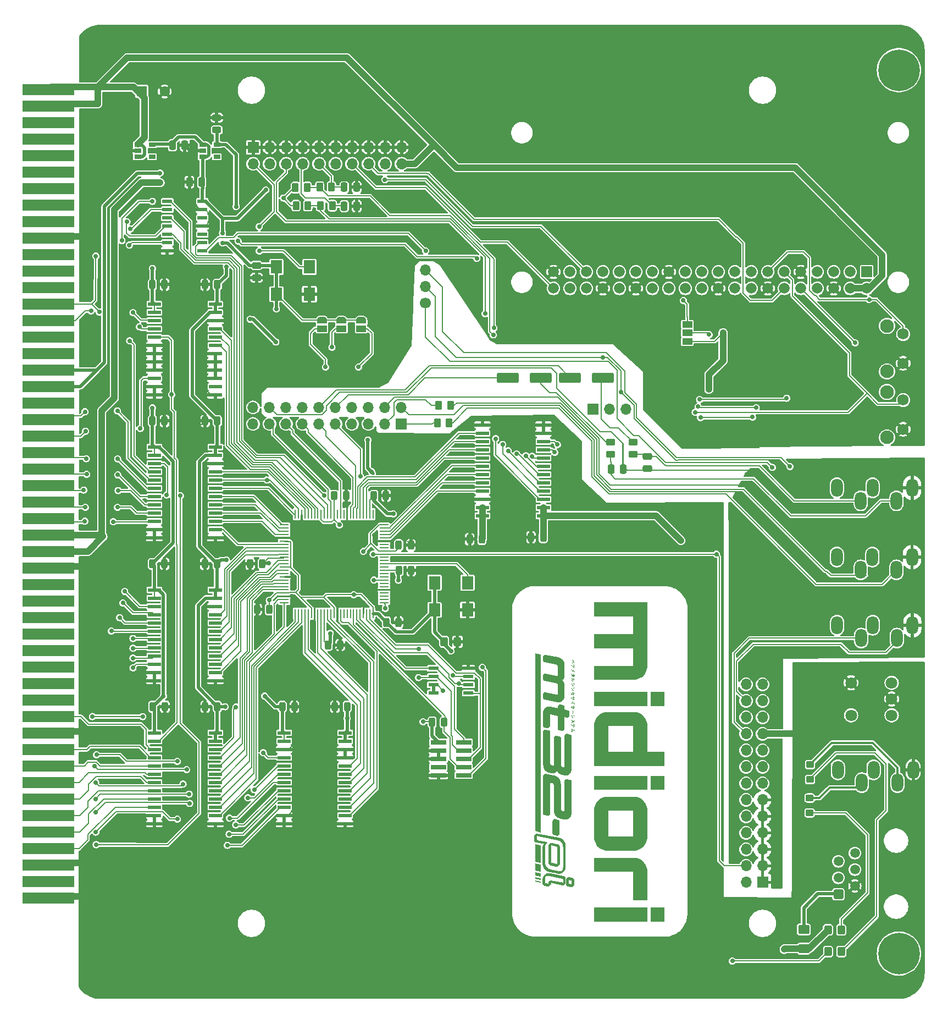
<source format=gbr>
G04 #@! TF.GenerationSoftware,KiCad,Pcbnew,8.0.7*
G04 #@! TF.CreationDate,2025-02-05T20:28:52-06:00*
G04 #@! TF.ProjectId,midiori,6d696469-6f72-4692-9e6b-696361645f70,rev?*
G04 #@! TF.SameCoordinates,Original*
G04 #@! TF.FileFunction,Copper,L1,Top*
G04 #@! TF.FilePolarity,Positive*
%FSLAX46Y46*%
G04 Gerber Fmt 4.6, Leading zero omitted, Abs format (unit mm)*
G04 Created by KiCad (PCBNEW 8.0.7) date 2025-02-05 20:28:52*
%MOMM*%
%LPD*%
G01*
G04 APERTURE LIST*
G04 Aperture macros list*
%AMRoundRect*
0 Rectangle with rounded corners*
0 $1 Rounding radius*
0 $2 $3 $4 $5 $6 $7 $8 $9 X,Y pos of 4 corners*
0 Add a 4 corners polygon primitive as box body*
4,1,4,$2,$3,$4,$5,$6,$7,$8,$9,$2,$3,0*
0 Add four circle primitives for the rounded corners*
1,1,$1+$1,$2,$3*
1,1,$1+$1,$4,$5*
1,1,$1+$1,$6,$7*
1,1,$1+$1,$8,$9*
0 Add four rect primitives between the rounded corners*
20,1,$1+$1,$2,$3,$4,$5,0*
20,1,$1+$1,$4,$5,$6,$7,0*
20,1,$1+$1,$6,$7,$8,$9,0*
20,1,$1+$1,$8,$9,$2,$3,0*%
%AMFreePoly0*
4,1,19,0.550000,-0.750000,0.000000,-0.750000,0.000000,-0.744911,-0.071157,-0.744911,-0.207708,-0.704816,-0.327430,-0.627875,-0.420627,-0.520320,-0.479746,-0.390866,-0.500000,-0.250000,-0.500000,0.250000,-0.479746,0.390866,-0.420627,0.520320,-0.327430,0.627875,-0.207708,0.704816,-0.071157,0.744911,0.000000,0.744911,0.000000,0.750000,0.550000,0.750000,0.550000,-0.750000,0.550000,-0.750000,
$1*%
%AMFreePoly1*
4,1,19,0.000000,0.744911,0.071157,0.744911,0.207708,0.704816,0.327430,0.627875,0.420627,0.520320,0.479746,0.390866,0.500000,0.250000,0.500000,-0.250000,0.479746,-0.390866,0.420627,-0.520320,0.327430,-0.627875,0.207708,-0.704816,0.071157,-0.744911,0.000000,-0.744911,0.000000,-0.750000,-0.550000,-0.750000,-0.550000,0.750000,0.000000,0.750000,0.000000,0.744911,0.000000,0.744911,
$1*%
G04 Aperture macros list end*
G04 #@! TA.AperFunction,EtchedComponent*
%ADD10C,0.000000*%
G04 #@! TD*
G04 #@! TA.AperFunction,EtchedComponent*
%ADD11C,0.264573*%
G04 #@! TD*
G04 #@! TA.AperFunction,SMDPad,CuDef*
%ADD12R,1.800000X2.000000*%
G04 #@! TD*
G04 #@! TA.AperFunction,ConnectorPad*
%ADD13R,8.000000X1.800000*%
G04 #@! TD*
G04 #@! TA.AperFunction,SMDPad,CuDef*
%ADD14RoundRect,0.250000X-0.325000X-0.450000X0.325000X-0.450000X0.325000X0.450000X-0.325000X0.450000X0*%
G04 #@! TD*
G04 #@! TA.AperFunction,SMDPad,CuDef*
%ADD15R,2.000000X0.600000*%
G04 #@! TD*
G04 #@! TA.AperFunction,SMDPad,CuDef*
%ADD16R,1.470000X0.280000*%
G04 #@! TD*
G04 #@! TA.AperFunction,SMDPad,CuDef*
%ADD17R,0.280000X1.470000*%
G04 #@! TD*
G04 #@! TA.AperFunction,SMDPad,CuDef*
%ADD18R,1.500000X0.600000*%
G04 #@! TD*
G04 #@! TA.AperFunction,SMDPad,CuDef*
%ADD19R,1.550000X0.600000*%
G04 #@! TD*
G04 #@! TA.AperFunction,SMDPad,CuDef*
%ADD20R,1.060000X0.650000*%
G04 #@! TD*
G04 #@! TA.AperFunction,SMDPad,CuDef*
%ADD21RoundRect,0.243750X0.456250X-0.243750X0.456250X0.243750X-0.456250X0.243750X-0.456250X-0.243750X0*%
G04 #@! TD*
G04 #@! TA.AperFunction,SMDPad,CuDef*
%ADD22R,2.400000X0.740000*%
G04 #@! TD*
G04 #@! TA.AperFunction,SMDPad,CuDef*
%ADD23RoundRect,0.243750X-0.243750X-0.456250X0.243750X-0.456250X0.243750X0.456250X-0.243750X0.456250X0*%
G04 #@! TD*
G04 #@! TA.AperFunction,SMDPad,CuDef*
%ADD24RoundRect,0.243750X0.243750X0.456250X-0.243750X0.456250X-0.243750X-0.456250X0.243750X-0.456250X0*%
G04 #@! TD*
G04 #@! TA.AperFunction,ComponentPad*
%ADD25C,6.400000*%
G04 #@! TD*
G04 #@! TA.AperFunction,ComponentPad*
%ADD26O,1.800000X2.800000*%
G04 #@! TD*
G04 #@! TA.AperFunction,ComponentPad*
%ADD27C,2.100000*%
G04 #@! TD*
G04 #@! TA.AperFunction,ComponentPad*
%ADD28C,1.750000*%
G04 #@! TD*
G04 #@! TA.AperFunction,SMDPad,CuDef*
%ADD29RoundRect,0.250000X-0.450000X0.262500X-0.450000X-0.262500X0.450000X-0.262500X0.450000X0.262500X0*%
G04 #@! TD*
G04 #@! TA.AperFunction,SMDPad,CuDef*
%ADD30RoundRect,0.250000X0.250000X0.475000X-0.250000X0.475000X-0.250000X-0.475000X0.250000X-0.475000X0*%
G04 #@! TD*
G04 #@! TA.AperFunction,SMDPad,CuDef*
%ADD31FreePoly0,90.000000*%
G04 #@! TD*
G04 #@! TA.AperFunction,SMDPad,CuDef*
%ADD32R,1.500000X1.000000*%
G04 #@! TD*
G04 #@! TA.AperFunction,SMDPad,CuDef*
%ADD33FreePoly1,90.000000*%
G04 #@! TD*
G04 #@! TA.AperFunction,ComponentPad*
%ADD34R,1.665000X1.665000*%
G04 #@! TD*
G04 #@! TA.AperFunction,ComponentPad*
%ADD35C,1.665000*%
G04 #@! TD*
G04 #@! TA.AperFunction,SMDPad,CuDef*
%ADD36RoundRect,0.250000X-1.412500X-0.550000X1.412500X-0.550000X1.412500X0.550000X-1.412500X0.550000X0*%
G04 #@! TD*
G04 #@! TA.AperFunction,SMDPad,CuDef*
%ADD37RoundRect,0.250000X-0.262500X-0.450000X0.262500X-0.450000X0.262500X0.450000X-0.262500X0.450000X0*%
G04 #@! TD*
G04 #@! TA.AperFunction,ComponentPad*
%ADD38R,1.700000X1.700000*%
G04 #@! TD*
G04 #@! TA.AperFunction,ComponentPad*
%ADD39O,1.700000X1.700000*%
G04 #@! TD*
G04 #@! TA.AperFunction,SMDPad,CuDef*
%ADD40RoundRect,0.250001X-0.624999X0.462499X-0.624999X-0.462499X0.624999X-0.462499X0.624999X0.462499X0*%
G04 #@! TD*
G04 #@! TA.AperFunction,ComponentPad*
%ADD41C,1.800000*%
G04 #@! TD*
G04 #@! TA.AperFunction,ComponentPad*
%ADD42RoundRect,0.250000X0.510000X-0.510000X0.510000X0.510000X-0.510000X0.510000X-0.510000X-0.510000X0*%
G04 #@! TD*
G04 #@! TA.AperFunction,ComponentPad*
%ADD43C,1.520000*%
G04 #@! TD*
G04 #@! TA.AperFunction,SMDPad,CuDef*
%ADD44RoundRect,0.250000X0.262500X0.450000X-0.262500X0.450000X-0.262500X-0.450000X0.262500X-0.450000X0*%
G04 #@! TD*
G04 #@! TA.AperFunction,SMDPad,CuDef*
%ADD45RoundRect,0.250000X0.325000X0.450000X-0.325000X0.450000X-0.325000X-0.450000X0.325000X-0.450000X0*%
G04 #@! TD*
G04 #@! TA.AperFunction,SMDPad,CuDef*
%ADD46RoundRect,0.250000X0.475000X-0.250000X0.475000X0.250000X-0.475000X0.250000X-0.475000X-0.250000X0*%
G04 #@! TD*
G04 #@! TA.AperFunction,SMDPad,CuDef*
%ADD47RoundRect,0.250000X-0.250000X-0.475000X0.250000X-0.475000X0.250000X0.475000X-0.250000X0.475000X0*%
G04 #@! TD*
G04 #@! TA.AperFunction,SMDPad,CuDef*
%ADD48RoundRect,0.250000X-0.350000X0.275000X-0.350000X-0.275000X0.350000X-0.275000X0.350000X0.275000X0*%
G04 #@! TD*
G04 #@! TA.AperFunction,SMDPad,CuDef*
%ADD49RoundRect,0.250000X-0.475000X0.250000X-0.475000X-0.250000X0.475000X-0.250000X0.475000X0.250000X0*%
G04 #@! TD*
G04 #@! TA.AperFunction,ComponentPad*
%ADD50R,1.600000X1.600000*%
G04 #@! TD*
G04 #@! TA.AperFunction,ComponentPad*
%ADD51C,1.600000*%
G04 #@! TD*
G04 #@! TA.AperFunction,ComponentPad*
%ADD52C,1.700000*%
G04 #@! TD*
G04 #@! TA.AperFunction,ViaPad*
%ADD53C,0.700000*%
G04 #@! TD*
G04 #@! TA.AperFunction,Conductor*
%ADD54C,0.200000*%
G04 #@! TD*
G04 #@! TA.AperFunction,Conductor*
%ADD55C,1.000000*%
G04 #@! TD*
G04 #@! TA.AperFunction,Conductor*
%ADD56C,0.500000*%
G04 #@! TD*
G04 #@! TA.AperFunction,Conductor*
%ADD57C,0.350000*%
G04 #@! TD*
G04 APERTURE END LIST*
D10*
G04 #@! TA.AperFunction,EtchedComponent*
G36*
X142238266Y-143873226D02*
G01*
X134053821Y-143873226D01*
X134053821Y-141714226D01*
X142238266Y-141714226D01*
X142238266Y-143873226D01*
G37*
G04 #@! TD.AperFunction*
G04 #@! TA.AperFunction,EtchedComponent*
G36*
X142238266Y-156799225D02*
G01*
X134053821Y-156799225D01*
X134053821Y-154640225D01*
X142238266Y-154640225D01*
X142238266Y-156799225D01*
G37*
G04 #@! TD.AperFunction*
G04 #@! TA.AperFunction,EtchedComponent*
G36*
X142238266Y-177083946D02*
G01*
X134053821Y-177083946D01*
X134053821Y-174924946D01*
X142238266Y-174924946D01*
X142238266Y-177083946D01*
G37*
G04 #@! TD.AperFunction*
G04 #@! TA.AperFunction,EtchedComponent*
G36*
X144919377Y-143873226D02*
G01*
X142746266Y-143873226D01*
X142746266Y-141714226D01*
X144919377Y-141714226D01*
X144919377Y-143873226D01*
G37*
G04 #@! TD.AperFunction*
G04 #@! TA.AperFunction,EtchedComponent*
G36*
X144919377Y-156799225D02*
G01*
X142746266Y-156799225D01*
X142746266Y-154640225D01*
X144919377Y-154640225D01*
X144919377Y-156799225D01*
G37*
G04 #@! TD.AperFunction*
G04 #@! TA.AperFunction,EtchedComponent*
G36*
X144919377Y-177083946D02*
G01*
X142746266Y-177083946D01*
X142746266Y-174924946D01*
X144919377Y-174924946D01*
X144919377Y-177083946D01*
G37*
G04 #@! TD.AperFunction*
G04 #@! TA.AperFunction,EtchedComponent*
G36*
X140427955Y-167249483D02*
G01*
X140656505Y-167290376D01*
X140876168Y-167356571D01*
X141085310Y-167446462D01*
X141282294Y-167558446D01*
X141465487Y-167690917D01*
X141633252Y-167842272D01*
X141783954Y-168010905D01*
X141915957Y-168195214D01*
X142027627Y-168393592D01*
X142117329Y-168604435D01*
X142183426Y-168826140D01*
X142224283Y-169057102D01*
X142238266Y-169295716D01*
X142238266Y-173811266D01*
X140079266Y-173811266D01*
X140079266Y-169394496D01*
X134053821Y-169394496D01*
X134053821Y-167235496D01*
X140192155Y-167235496D01*
X140427955Y-167249483D01*
G37*
G04 #@! TD.AperFunction*
G04 #@! TA.AperFunction,EtchedComponent*
G36*
X142238266Y-137784061D02*
G01*
X142224283Y-138022469D01*
X142183426Y-138252855D01*
X142117329Y-138473675D01*
X142027627Y-138683388D01*
X141915957Y-138880450D01*
X141783954Y-139063318D01*
X141633252Y-139230450D01*
X141465487Y-139380304D01*
X141282294Y-139511336D01*
X141085310Y-139622003D01*
X140876168Y-139710763D01*
X140656505Y-139776073D01*
X140427955Y-139816391D01*
X140192155Y-139830172D01*
X134053821Y-139830172D01*
X134053821Y-137685283D01*
X140079266Y-137685283D01*
X140079266Y-134975950D01*
X134053821Y-134975950D01*
X134053821Y-132802839D01*
X140079266Y-132802839D01*
X140079266Y-130093506D01*
X134053821Y-130093506D01*
X134053821Y-127934506D01*
X142238266Y-127934506D01*
X142238266Y-137784061D01*
G37*
G04 #@! TD.AperFunction*
G04 #@! TA.AperFunction,EtchedComponent*
G36*
X140427955Y-144819002D02*
G01*
X140656505Y-144859320D01*
X140876168Y-144924630D01*
X141085310Y-145013390D01*
X141282294Y-145124058D01*
X141465487Y-145255090D01*
X141633252Y-145404943D01*
X141783954Y-145572075D01*
X141915957Y-145754944D01*
X142027627Y-145952006D01*
X142117329Y-146161718D01*
X142183426Y-146382538D01*
X142224283Y-146612924D01*
X142238266Y-146851331D01*
X142238266Y-150957665D01*
X144919377Y-150957665D01*
X144919377Y-153116666D01*
X134053821Y-153116666D01*
X134053821Y-150957665D01*
X136212821Y-150957665D01*
X140079266Y-150957665D01*
X140079266Y-146978331D01*
X136212821Y-146978331D01*
X136212821Y-150957665D01*
X134053821Y-150957665D01*
X134053821Y-146851331D01*
X134067804Y-146612924D01*
X134108661Y-146382538D01*
X134174758Y-146161718D01*
X134264460Y-145952006D01*
X134376130Y-145754944D01*
X134508133Y-145572075D01*
X134658835Y-145404943D01*
X134826600Y-145255090D01*
X135009793Y-145124058D01*
X135206777Y-145013390D01*
X135415919Y-144924630D01*
X135635582Y-144859320D01*
X135864132Y-144819002D01*
X136099932Y-144805220D01*
X140192155Y-144805220D01*
X140427955Y-144819002D01*
G37*
G04 #@! TD.AperFunction*
G04 #@! TA.AperFunction,EtchedComponent*
G36*
X140427955Y-157864705D02*
G01*
X140656505Y-157905562D01*
X140876168Y-157971659D01*
X141085310Y-158061361D01*
X141282294Y-158173031D01*
X141465487Y-158305034D01*
X141633252Y-158455736D01*
X141783954Y-158623501D01*
X141915957Y-158806694D01*
X142027627Y-159003678D01*
X142117329Y-159212820D01*
X142183426Y-159432483D01*
X142224283Y-159661033D01*
X142238266Y-159896834D01*
X142238266Y-164101946D01*
X142224283Y-164340354D01*
X142183426Y-164570739D01*
X142117329Y-164791560D01*
X142027627Y-165001272D01*
X141915957Y-165198334D01*
X141783954Y-165381202D01*
X141633252Y-165548334D01*
X141465487Y-165698187D01*
X141282294Y-165829219D01*
X141085310Y-165939886D01*
X140876168Y-166028646D01*
X140656505Y-166093956D01*
X140427955Y-166134274D01*
X140192155Y-166148056D01*
X136099932Y-166148056D01*
X135864132Y-166134274D01*
X135635582Y-166093956D01*
X135415919Y-166028646D01*
X135206777Y-165939886D01*
X135009793Y-165829219D01*
X134826600Y-165698187D01*
X134658835Y-165548334D01*
X134508133Y-165381202D01*
X134376130Y-165198334D01*
X134264460Y-165001272D01*
X134174758Y-164791560D01*
X134108661Y-164570739D01*
X134067804Y-164340354D01*
X134053821Y-164101946D01*
X134053821Y-160009723D01*
X136212821Y-160009723D01*
X136212821Y-163989056D01*
X140079266Y-163989056D01*
X140079266Y-160009723D01*
X136212821Y-160009723D01*
X134053821Y-160009723D01*
X134053821Y-159896834D01*
X134067804Y-159661033D01*
X134108661Y-159432483D01*
X134174758Y-159212820D01*
X134264460Y-159003678D01*
X134376130Y-158806694D01*
X134508133Y-158623501D01*
X134658835Y-158455736D01*
X134826600Y-158305034D01*
X135009793Y-158173031D01*
X135206777Y-158061361D01*
X135415919Y-157971659D01*
X135635582Y-157905562D01*
X135864132Y-157864705D01*
X136099932Y-157850723D01*
X140192155Y-157850723D01*
X140427955Y-157864705D01*
G37*
G04 #@! TD.AperFunction*
D11*
X124902397Y-163911042D02*
X124902617Y-163897279D01*
X124902397Y-164475259D02*
X124902397Y-163911042D01*
X124902617Y-163897279D02*
X124903274Y-163884049D01*
X124902617Y-164489117D02*
X124902397Y-164475259D01*
X124903274Y-163884049D02*
X124904370Y-163871352D01*
X124903274Y-164502631D02*
X124902617Y-164489117D01*
X124904370Y-163871352D02*
X124905905Y-163859188D01*
X124904370Y-164515802D02*
X124903274Y-164502631D01*
X124905905Y-163859188D02*
X124907878Y-163847558D01*
X124905905Y-164528629D02*
X124904370Y-164515802D01*
X124907878Y-163847558D02*
X124910289Y-163836461D01*
X124907878Y-164541112D02*
X124905905Y-164528629D01*
X124910289Y-163836461D02*
X124913139Y-163825897D01*
X124910289Y-164553252D02*
X124907878Y-164541112D01*
X124913139Y-163825897D02*
X124916427Y-163815867D01*
X124913139Y-164565048D02*
X124910289Y-164553252D01*
X124916427Y-163815867D02*
X124920154Y-163806369D01*
X124916427Y-164576501D02*
X124913139Y-164565048D01*
X124920154Y-163806369D02*
X124924319Y-163797405D01*
X124920154Y-164587610D02*
X124916427Y-164576501D01*
X124924319Y-163797405D02*
X124928923Y-163788974D01*
X124924319Y-164598375D02*
X124920154Y-164587610D01*
X124928923Y-163788974D02*
X124933965Y-163781076D01*
X124928923Y-164608797D02*
X124924319Y-164598375D01*
X124933965Y-163781076D02*
X124939445Y-163773712D01*
X124933965Y-164618875D02*
X124928923Y-164608797D01*
X124939445Y-163773712D02*
X124945364Y-163766881D01*
X124939445Y-164628610D02*
X124933965Y-164618875D01*
X124945364Y-163766881D02*
X124951721Y-163760583D01*
X124945364Y-164638000D02*
X124939445Y-164628610D01*
X124951721Y-163760583D02*
X124958517Y-163754818D01*
X124951721Y-164647048D02*
X124945364Y-164638000D01*
X124958517Y-163754818D02*
X124965751Y-163749587D01*
X124958517Y-164655751D02*
X124951721Y-164647048D01*
X124965751Y-163749587D02*
X124973423Y-163744888D01*
X124965751Y-164664111D02*
X124958517Y-164655751D01*
X124973423Y-163744888D02*
X124981534Y-163740723D01*
X124973423Y-164672127D02*
X124965751Y-164664111D01*
X124981534Y-163740723D02*
X124990084Y-163737091D01*
X124981534Y-164679800D02*
X124973423Y-164672127D01*
X124990084Y-163737091D02*
X124999072Y-163733993D01*
X124990084Y-164687129D02*
X124981534Y-164679800D01*
X124999072Y-163733993D02*
X125008498Y-163731427D01*
X124999072Y-164694114D02*
X124990084Y-164687129D01*
X125008498Y-163731427D02*
X125018363Y-163729395D01*
X125008498Y-164700756D02*
X124999072Y-164694114D01*
X125018363Y-163729395D02*
X125028666Y-163727896D01*
X125018363Y-164707054D02*
X125008498Y-164700756D01*
X125028666Y-163727896D02*
X125039408Y-163726931D01*
X125028666Y-164713009D02*
X125018363Y-164707054D01*
X125039408Y-163726931D02*
X125050588Y-163726498D01*
X125039408Y-164718620D02*
X125028666Y-164713009D01*
X125049950Y-163777389D02*
X125050169Y-163763626D01*
X125049950Y-164341606D02*
X125049950Y-163777389D01*
X125050169Y-163763626D02*
X125050827Y-163750396D01*
X125050169Y-164355463D02*
X125049950Y-164341606D01*
X125050588Y-163726498D02*
X125062206Y-163726599D01*
X125050588Y-164723887D02*
X125039408Y-164718620D01*
X125050827Y-163750396D02*
X125051923Y-163737700D01*
X125050827Y-164368977D02*
X125050169Y-164355463D01*
X125051923Y-163737700D02*
X125053458Y-163725536D01*
X125051923Y-164382146D02*
X125050827Y-164368977D01*
X125053458Y-163725536D02*
X125055431Y-163713906D01*
X125053458Y-164394973D02*
X125051923Y-164382146D01*
X125055431Y-163713906D02*
X125057842Y-163702809D01*
X125055431Y-164407455D02*
X125053458Y-164394973D01*
X125057842Y-163702809D02*
X125060692Y-163692245D01*
X125057842Y-164419594D02*
X125055431Y-164407455D01*
X125060692Y-163692245D02*
X125063980Y-163682215D01*
X125060692Y-164431390D02*
X125057842Y-164419594D01*
X125062206Y-163726599D02*
X125074263Y-163727233D01*
X125062206Y-164728810D02*
X125050588Y-164723887D01*
X125063980Y-163682215D02*
X125067707Y-163672717D01*
X125063980Y-164442842D02*
X125060692Y-164431390D01*
X125067707Y-163672717D02*
X125071872Y-163663753D01*
X125067707Y-164453950D02*
X125063980Y-164442842D01*
X125071872Y-163663753D02*
X125076475Y-163655322D01*
X125071872Y-164464715D02*
X125067707Y-164453950D01*
X125074263Y-163727233D02*
X125086758Y-163728400D01*
X125074263Y-164733390D02*
X125062206Y-164728810D01*
X125076475Y-163655322D02*
X125081517Y-163647425D01*
X125076475Y-164475136D02*
X125071872Y-164464715D01*
X125081517Y-163647425D02*
X125086998Y-163640060D01*
X125081517Y-164485213D02*
X125076475Y-164475136D01*
X125086758Y-163728400D02*
X125099692Y-163730100D01*
X125086758Y-164737626D02*
X125074263Y-164733390D01*
X125086998Y-163640060D02*
X125092917Y-163633229D01*
X125086998Y-164494947D02*
X125081517Y-164485213D01*
X125092917Y-163633229D02*
X125099274Y-163626931D01*
X125092917Y-164504338D02*
X125086998Y-164494947D01*
X125099274Y-163626931D02*
X125106070Y-163621166D01*
X125099274Y-164513384D02*
X125092917Y-164504338D01*
X125099692Y-163730100D02*
X125113064Y-163732334D01*
X125099692Y-164741519D02*
X125086758Y-164737626D01*
X125106070Y-163621166D02*
X125113304Y-163615935D01*
X125106070Y-164522087D02*
X125099274Y-164513384D01*
X125113064Y-163732334D02*
X125126875Y-163735101D01*
X125113304Y-163615935D02*
X125120976Y-163611237D01*
X125113304Y-164530447D02*
X125106070Y-164522087D01*
X125120976Y-163611237D02*
X125129087Y-163607072D01*
X125120976Y-164538463D02*
X125113304Y-164530447D01*
X125126875Y-163735101D02*
X128384702Y-164384246D01*
X125126875Y-164748273D02*
X125099692Y-164741519D01*
X125129087Y-163607072D02*
X125137637Y-163603440D01*
X125129087Y-164546135D02*
X125120976Y-164538463D01*
X125137637Y-163603440D02*
X125146625Y-163600341D01*
X125137637Y-164553463D02*
X125129087Y-164546135D01*
X125146625Y-163600341D02*
X125156051Y-163597776D01*
X125146625Y-164560448D02*
X125137637Y-164553463D01*
X125156051Y-163597776D02*
X125165916Y-163595744D01*
X125156051Y-164567090D02*
X125146625Y-164560448D01*
X125165916Y-163595744D02*
X125176219Y-163594245D01*
X125165916Y-164573388D02*
X125156051Y-164567090D01*
X125176219Y-163594245D02*
X125186961Y-163593279D01*
X125176219Y-164579342D02*
X125165916Y-164573388D01*
X125186961Y-163593279D02*
X125198141Y-163592847D01*
X125186961Y-164584952D02*
X125176219Y-164579342D01*
X125198141Y-163592847D02*
X125209759Y-163592947D01*
X125198141Y-164590219D02*
X125186961Y-164584952D01*
X125209759Y-163592947D02*
X125221816Y-163593581D01*
X125209759Y-164595143D02*
X125198141Y-164590219D01*
X125221816Y-163593581D02*
X125234311Y-163594749D01*
X125221816Y-164599722D02*
X125209759Y-164595143D01*
X125234311Y-163594749D02*
X125247245Y-163596449D01*
X125234311Y-164603958D02*
X125221816Y-164599722D01*
X125247245Y-163596449D02*
X125260617Y-163598683D01*
X125247245Y-164607851D02*
X125234311Y-164603958D01*
X125260617Y-163598683D02*
X125274428Y-163601450D01*
X125274428Y-163601450D02*
X128532255Y-164250593D01*
X125274428Y-164614605D02*
X125247245Y-164607851D01*
X126194592Y-168109296D02*
X126194665Y-165731099D01*
X126194653Y-170616937D02*
X126195553Y-170563307D01*
X126194653Y-171144750D02*
X126194653Y-170616937D01*
X126194665Y-165731099D02*
X126195020Y-165697353D01*
X126194853Y-168136479D02*
X126194592Y-168109296D01*
X126194872Y-171158602D02*
X126194653Y-171144750D01*
X126195020Y-165697353D02*
X126196087Y-165664366D01*
X126195530Y-171172098D02*
X126194872Y-171158602D01*
X126195553Y-170563307D02*
X126198255Y-170511621D01*
X126195635Y-168163424D02*
X126194853Y-168136479D01*
X126196087Y-165664366D02*
X126197864Y-165632136D01*
X126196626Y-171185239D02*
X126195530Y-171172098D01*
X126196938Y-168190133D02*
X126195635Y-168163424D01*
X126197864Y-165632136D02*
X126200352Y-165600665D01*
X126198160Y-171198025D02*
X126196626Y-171185239D01*
X126198255Y-170511621D02*
X126202758Y-170461878D01*
X126198763Y-168216604D02*
X126196938Y-168190133D01*
X126200133Y-171210455D02*
X126198160Y-171198025D01*
X126200352Y-165600665D02*
X126203552Y-165569952D01*
X126201109Y-168242839D02*
X126198763Y-168216604D01*
X126202545Y-171222529D02*
X126200133Y-171210455D01*
X126202758Y-170461878D02*
X126209061Y-170414078D01*
X126203552Y-165569952D02*
X126207462Y-165539997D01*
X126203976Y-168268836D02*
X126201109Y-168242839D01*
X126205394Y-171234248D02*
X126202545Y-171222529D01*
X126207365Y-168294596D02*
X126203976Y-168268836D01*
X126207462Y-165539997D02*
X126212083Y-165510801D01*
X126208683Y-171245612D02*
X126205394Y-171234248D01*
X126209061Y-170414078D02*
X126217166Y-170368221D01*
X126211276Y-168320120D02*
X126207365Y-168294596D01*
X126212083Y-165510801D02*
X126217415Y-165482363D01*
X126212409Y-171256620D02*
X126208683Y-171245612D01*
X126215707Y-168345406D02*
X126211276Y-168320120D01*
X126216574Y-171267273D02*
X126212409Y-171256620D01*
X126217166Y-170368221D02*
X126227072Y-170324308D01*
X126217415Y-165482363D02*
X126223458Y-165454683D01*
X126220660Y-168370455D02*
X126215707Y-168345406D01*
X126221178Y-171277570D02*
X126216574Y-171267273D01*
X126223458Y-165454683D02*
X126230213Y-165427761D01*
X126226134Y-168395268D02*
X126220660Y-168370455D01*
X126226220Y-171287512D02*
X126221178Y-171277570D01*
X126227072Y-170324308D02*
X126238779Y-170282338D01*
X126230213Y-165427761D02*
X126237678Y-165401598D01*
X126231700Y-171297098D02*
X126226220Y-171287512D01*
X126232130Y-168419843D02*
X126226134Y-168395268D01*
X126237619Y-171306328D02*
X126231700Y-171297098D01*
X126237678Y-165401598D02*
X126245854Y-165376192D01*
X126238647Y-168444181D02*
X126232130Y-168419843D01*
X126238779Y-170282338D02*
X126252287Y-170242311D01*
X126243977Y-171315204D02*
X126237619Y-171306328D01*
X126245686Y-168468283D02*
X126238647Y-168444181D01*
X126245854Y-165376192D02*
X126254741Y-165351546D01*
X126250772Y-171323723D02*
X126243977Y-171315204D01*
X126252287Y-170242311D02*
X126267596Y-170204228D01*
X126253245Y-168492147D02*
X126245686Y-168468283D01*
X126254741Y-165351546D02*
X126264339Y-165327657D01*
X126258006Y-171331887D02*
X126250772Y-171323723D01*
X126261327Y-168515775D02*
X126253245Y-168492147D01*
X126264339Y-165327657D02*
X126274647Y-165304527D01*
X126265679Y-171339696D02*
X126258006Y-171331887D01*
X126267596Y-170204228D02*
X126284706Y-170168088D01*
X126270617Y-168539877D02*
X126261327Y-168515775D01*
X126273790Y-171347149D02*
X126265679Y-171339696D01*
X126274647Y-165304527D02*
X126285667Y-165282155D01*
X126280287Y-168563647D02*
X126270617Y-168539877D01*
X126282339Y-171354247D02*
X126273790Y-171347149D01*
X126284706Y-170168088D02*
X126303617Y-170133891D01*
X126285667Y-165282155D02*
X126297303Y-165261253D01*
X126290336Y-168587085D02*
X126280287Y-168563647D01*
X126291327Y-171360989D02*
X126282339Y-171354247D01*
X126297303Y-165261253D02*
X126309460Y-165241015D01*
X126300753Y-171367376D02*
X126291327Y-171360989D01*
X126300764Y-168610192D02*
X126290336Y-168587085D01*
X126303617Y-170133891D02*
X126324329Y-170101637D01*
X126309460Y-165241015D02*
X126322139Y-165221440D01*
X126310618Y-171373407D02*
X126300753Y-171367376D01*
X126311571Y-168632967D02*
X126300764Y-168610192D01*
X126320921Y-171379083D02*
X126310618Y-171373407D01*
X126322139Y-165221440D02*
X126335339Y-165202528D01*
X126322757Y-168655410D02*
X126311571Y-168632967D01*
X126324329Y-170101637D02*
X126346843Y-170071327D01*
X126331663Y-171384403D02*
X126320921Y-171379083D01*
X126334322Y-168677521D02*
X126322757Y-168655410D01*
X126335339Y-165202528D02*
X126349060Y-165184280D01*
X126342145Y-167975630D02*
X126342218Y-165597431D01*
X126342206Y-170483271D02*
X126343107Y-170429641D01*
X126342206Y-171011084D02*
X126342206Y-170483271D01*
X126342218Y-165597431D02*
X126342573Y-165563684D01*
X126342406Y-168002812D02*
X126342145Y-167975630D01*
X126342425Y-171024936D02*
X126342206Y-171011084D01*
X126342573Y-165563684D02*
X126343640Y-165530695D01*
X126342843Y-171389368D02*
X126331663Y-171384403D01*
X126343083Y-171038432D02*
X126342425Y-171024936D01*
X126343107Y-170429641D02*
X126345808Y-170377955D01*
X126343188Y-168029757D02*
X126342406Y-168002812D01*
X126343640Y-165530695D02*
X126345417Y-165498464D01*
X126344179Y-171051573D02*
X126343083Y-171038432D01*
X126344491Y-168056465D02*
X126343188Y-168029757D01*
X126345417Y-165498464D02*
X126347905Y-165466992D01*
X126345714Y-171064358D02*
X126344179Y-171051573D01*
X126345808Y-170377955D02*
X126350311Y-170328212D01*
X126346267Y-168699300D02*
X126334322Y-168677521D01*
X126346316Y-168082937D02*
X126344491Y-168056465D01*
X126346843Y-170071327D02*
X126371157Y-170042959D01*
X126347687Y-171076788D02*
X126345714Y-171064358D01*
X126347905Y-165466992D02*
X126351105Y-165436278D01*
X126348662Y-168109171D02*
X126346316Y-168082937D01*
X126349060Y-165184280D02*
X126363303Y-165166696D01*
X126350098Y-171088863D02*
X126347687Y-171076788D01*
X126350311Y-170328212D02*
X126356615Y-170280412D01*
X126351105Y-165436278D02*
X126355015Y-165406323D01*
X126351530Y-168135168D02*
X126348662Y-168109171D01*
X126352948Y-171100582D02*
X126350098Y-171088863D01*
X126354461Y-171393977D02*
X126342843Y-171389368D01*
X126354919Y-168160929D02*
X126351530Y-168135168D01*
X126355015Y-165406323D02*
X126359636Y-165377126D01*
X126356236Y-171111945D02*
X126352948Y-171100582D01*
X126356615Y-170280412D02*
X126364719Y-170234555D01*
X126358590Y-168720747D02*
X126346267Y-168699300D01*
X126358829Y-168186452D02*
X126354919Y-168160929D01*
X126359636Y-165377126D02*
X126364968Y-165348688D01*
X126359963Y-171122953D02*
X126356236Y-171111945D01*
X126363260Y-168211739D02*
X126358829Y-168186452D01*
X126363303Y-165166696D02*
X126378067Y-165149775D01*
X126364128Y-171133606D02*
X126359963Y-171122953D01*
X126364719Y-170234555D02*
X126374625Y-170190642D01*
X126364968Y-165348688D02*
X126371012Y-165321008D01*
X126366518Y-171398231D02*
X126354461Y-171393977D01*
X126368213Y-168236788D02*
X126363260Y-168211739D01*
X126368731Y-171143903D02*
X126364128Y-171133606D01*
X126371012Y-165321008D02*
X126377766Y-165294087D01*
X126371157Y-170042959D02*
X126397272Y-170016536D01*
X126371293Y-168741862D02*
X126358590Y-168720747D01*
X126373688Y-168261601D02*
X126368213Y-168236788D01*
X126373773Y-171153844D02*
X126368731Y-171143903D01*
X126374625Y-170190642D02*
X126386332Y-170148672D01*
X126377766Y-165294087D02*
X126385231Y-165267924D01*
X126378067Y-165149775D02*
X126393353Y-165133518D01*
X126379014Y-171402129D02*
X126366518Y-171398231D01*
X126379254Y-171163431D02*
X126373773Y-171153844D01*
X126379683Y-168286176D02*
X126373688Y-168261601D01*
X126384375Y-168762646D02*
X126371293Y-168741862D01*
X126385173Y-171172661D02*
X126379254Y-171163431D01*
X126385231Y-165267924D02*
X126393407Y-165242520D01*
X126386201Y-168310515D02*
X126379683Y-168286176D01*
X126386332Y-170148672D02*
X126399840Y-170108645D01*
X126391530Y-171181536D02*
X126385173Y-171172661D01*
X126391947Y-171405672D02*
X126379014Y-171402129D01*
X126393239Y-168334617D02*
X126386201Y-168310515D01*
X126393353Y-165133518D02*
X126409160Y-165117924D01*
X126393407Y-165242520D02*
X126402294Y-165217874D01*
X126397272Y-170016536D02*
X126425189Y-169992055D01*
X126397836Y-168783098D02*
X126384375Y-168762646D01*
X126398325Y-171190056D02*
X126391530Y-171181536D01*
X126399840Y-170108645D02*
X126415149Y-170070562D01*
X126400799Y-168358481D02*
X126393239Y-168334617D01*
X126402294Y-165217874D02*
X126411892Y-165193987D01*
X126405560Y-171198220D02*
X126398325Y-171190056D01*
X126408880Y-168382109D02*
X126400799Y-168358481D01*
X126409160Y-165117924D02*
X126425488Y-165102994D01*
X126411676Y-168803217D02*
X126397836Y-168783098D01*
X126411892Y-165193987D02*
X126422201Y-165170859D01*
X126413232Y-171206028D02*
X126405560Y-171198220D01*
X126415149Y-170070562D02*
X126432259Y-170034422D01*
X126418170Y-168406211D02*
X126408880Y-168382109D01*
X126419130Y-171411691D02*
X126391947Y-171405672D01*
X126421343Y-171213482D02*
X126413232Y-171206028D01*
X126422201Y-165170859D02*
X126433221Y-165148489D01*
X126425189Y-169992055D02*
X126455547Y-169970371D01*
X126425488Y-165102994D02*
X126442337Y-165088727D01*
X126425895Y-168823005D02*
X126411676Y-168803217D01*
X126427840Y-168429981D02*
X126418170Y-168406211D01*
X126429893Y-171220579D02*
X126421343Y-171213482D01*
X126432259Y-170034422D02*
X126451170Y-170000225D01*
X126433221Y-165148489D02*
X126444857Y-165127587D01*
X126437889Y-168453419D02*
X126427840Y-168429981D01*
X126438880Y-171227322D02*
X126429893Y-171220579D01*
X126440493Y-168842461D02*
X126425895Y-168823005D01*
X126442337Y-165088727D02*
X126459708Y-165075124D01*
X126444857Y-165127587D02*
X126457014Y-165107348D01*
X126448307Y-171233708D02*
X126438880Y-171227322D01*
X126448317Y-168476525D02*
X126437889Y-168453419D01*
X126451170Y-170000225D02*
X126471883Y-169967971D01*
X126455471Y-168861585D02*
X126440493Y-168842461D01*
X126455547Y-169970371D02*
X126487469Y-169950820D01*
X126457014Y-165107348D02*
X126469693Y-165087773D01*
X126458171Y-171239739D02*
X126448307Y-171233708D01*
X126459124Y-168499300D02*
X126448317Y-168476525D01*
X126459708Y-165075124D02*
X126477601Y-165062184D01*
X126468475Y-171245415D02*
X126458171Y-171239739D01*
X126469693Y-165087773D02*
X126482893Y-165068861D01*
X126470310Y-168521742D02*
X126459124Y-168499300D01*
X126471585Y-168880356D02*
X126455471Y-168861585D01*
X126471883Y-169967971D02*
X126494396Y-169937661D01*
X126477601Y-165062184D02*
X126496015Y-165049907D01*
X126479216Y-171250736D02*
X126468475Y-171245415D01*
X126481876Y-168543853D02*
X126470310Y-168521742D01*
X126482893Y-165068861D02*
X126496614Y-165050613D01*
X126487469Y-169950820D02*
X126520955Y-169933402D01*
X126488078Y-168898747D02*
X126471585Y-168880356D01*
X126490396Y-171255700D02*
X126479216Y-171250736D01*
X126493820Y-168565632D02*
X126481876Y-168543853D01*
X126494396Y-169937661D02*
X126518710Y-169909293D01*
X126496015Y-165049907D02*
X126514950Y-165038294D01*
X126496614Y-165050613D02*
X126510857Y-165033029D01*
X126502015Y-171260310D02*
X126490396Y-171255700D01*
X126504950Y-168916759D02*
X126488078Y-168898747D01*
X126506144Y-168587079D02*
X126493820Y-168565632D01*
X126510857Y-165033029D02*
X126525621Y-165016108D01*
X126514072Y-171264564D02*
X126502015Y-171260310D01*
X126514950Y-165038294D02*
X126534407Y-165027345D01*
X126518710Y-169909293D02*
X126544826Y-169882869D01*
X126518846Y-168608195D02*
X126506144Y-168587079D01*
X126520955Y-169933402D02*
X126556006Y-169918117D01*
X126522201Y-168934392D02*
X126504950Y-168916759D01*
X126525621Y-165016108D02*
X126540907Y-164999851D01*
X126526567Y-171268462D02*
X126514072Y-171264564D01*
X126531928Y-168628978D02*
X126518846Y-168608195D01*
X126534407Y-165027345D02*
X125126875Y-164748273D01*
X126539501Y-171272005D02*
X126526567Y-171268462D01*
X126539832Y-168951645D02*
X126522201Y-168934392D01*
X126540907Y-164999851D02*
X126556714Y-164984257D01*
X126544826Y-169882869D02*
X126572742Y-169858389D01*
X126545389Y-168649430D02*
X126531928Y-168628978D01*
X126556006Y-169918117D02*
X126592620Y-169904964D01*
X126556714Y-164984257D02*
X126573042Y-164969327D01*
X126557842Y-168968519D02*
X126539832Y-168951645D01*
X126559229Y-168669550D02*
X126545389Y-168649430D01*
X126566683Y-171278025D02*
X126539501Y-171272005D01*
X126572742Y-169858389D02*
X126603100Y-169836704D01*
X126573042Y-164969327D02*
X126589891Y-164955060D01*
X126573448Y-168689338D02*
X126559229Y-168669550D01*
X126576232Y-168985014D02*
X126557842Y-168968519D01*
X126588047Y-168708794D02*
X126573448Y-168689338D01*
X126589891Y-164955060D02*
X126607262Y-164941457D01*
X126592620Y-169904964D02*
X126630799Y-169893945D01*
X126595001Y-169001129D02*
X126576232Y-168985014D01*
X126603024Y-168727919D02*
X126588047Y-168708794D01*
X126603100Y-169836704D02*
X126635022Y-169817153D01*
X126607262Y-164941457D02*
X126625155Y-164928517D01*
X126614149Y-169016865D02*
X126595001Y-169001129D01*
X126619138Y-168746689D02*
X126603024Y-168727919D01*
X126625155Y-164928517D02*
X126643568Y-164916241D01*
X126630799Y-169893945D02*
X126670541Y-169885058D01*
X126633676Y-169032221D02*
X126614149Y-169016865D01*
X126635022Y-169817153D02*
X126668509Y-169799735D01*
X126635631Y-168765080D02*
X126619138Y-168746689D01*
X126643568Y-164916241D02*
X126662503Y-164904628D01*
X126652503Y-168783091D02*
X126635631Y-168765080D01*
X126653582Y-169047199D02*
X126633676Y-169032221D01*
X126662503Y-164904628D02*
X126681959Y-164893679D01*
X126668509Y-169799735D02*
X126703559Y-169784449D01*
X126669754Y-168800724D02*
X126652503Y-168783091D01*
X126670541Y-169885058D02*
X126711848Y-169878304D01*
X126673868Y-169061796D02*
X126653582Y-169047199D01*
X126681959Y-164893679D02*
X125274428Y-164614605D01*
X126687385Y-168817977D02*
X126669754Y-168800724D01*
X126694533Y-169076015D02*
X126673868Y-169061796D01*
X126703559Y-169784449D02*
X126740173Y-169771296D01*
X126705395Y-168834851D02*
X126687385Y-168817977D01*
X126711848Y-169878304D02*
X126754719Y-169873683D01*
X126715578Y-169089854D02*
X126694533Y-169076015D01*
X126723785Y-168851345D02*
X126705395Y-168834851D01*
X126737002Y-169103314D02*
X126715578Y-169089854D01*
X126740173Y-169771296D02*
X126778352Y-169760277D01*
X126742553Y-168867460D02*
X126723785Y-168851345D01*
X126754719Y-169873683D02*
X126799153Y-169871195D01*
X126758805Y-169116395D02*
X126737002Y-169103314D01*
X126761701Y-168883196D02*
X126742553Y-168867460D01*
X126778352Y-169760277D02*
X126818094Y-169751390D01*
X126781229Y-168898553D02*
X126761701Y-168883196D01*
X126781697Y-169129785D02*
X126758805Y-169116395D01*
X126799153Y-169871195D02*
X126845152Y-169870839D01*
X126801135Y-168913530D02*
X126781229Y-168898553D01*
X126804873Y-169142653D02*
X126781697Y-169129785D01*
X126818094Y-169751390D02*
X126859401Y-169744636D01*
X126821421Y-168928128D02*
X126801135Y-168913530D01*
X126828334Y-169155001D02*
X126804873Y-169142653D01*
X126842086Y-168942347D02*
X126821421Y-168928128D01*
X126845152Y-169870839D02*
X126892715Y-169872617D01*
X126852080Y-169166826D02*
X126828334Y-169155001D01*
X126859401Y-169744636D02*
X126902272Y-169740015D01*
X126862013Y-171502690D02*
X126419130Y-171411691D01*
X126863131Y-168956187D02*
X126842086Y-168942347D01*
X126875824Y-171505084D02*
X126862013Y-171502690D01*
X126876110Y-169178130D02*
X126852080Y-169166826D01*
X126884554Y-168969648D02*
X126863131Y-168956187D01*
X126889196Y-171506955D02*
X126875824Y-171505084D01*
X126892715Y-169872617D02*
X126941842Y-169876527D01*
X126900424Y-169188913D02*
X126876110Y-169178130D01*
X126902130Y-171508306D02*
X126889196Y-171506955D01*
X126902272Y-169740015D02*
X126946707Y-169737527D01*
X126906357Y-168982729D02*
X126884554Y-168969648D01*
X126914625Y-171509135D02*
X126902130Y-171508306D01*
X126925023Y-169199175D02*
X126900424Y-169188913D01*
X126926682Y-171509443D02*
X126914625Y-171509135D01*
X126929250Y-168996118D02*
X126906357Y-168982729D01*
X126938300Y-171509230D02*
X126926682Y-171509443D01*
X126941842Y-169876527D02*
X126992534Y-169882570D01*
X126946707Y-169737527D02*
X126992705Y-169737171D01*
X126949480Y-171508495D02*
X126938300Y-171509230D01*
X126949906Y-169208915D02*
X126925023Y-169199175D01*
X126952426Y-169008986D02*
X126929250Y-168996118D01*
X126960222Y-171507239D02*
X126949480Y-171508495D01*
X126970525Y-171505461D02*
X126960222Y-171507239D01*
X126975073Y-169218133D02*
X126949906Y-169208915D01*
X126975887Y-169021333D02*
X126952426Y-169008986D01*
X126980390Y-171503162D02*
X126970525Y-171505461D01*
X126989816Y-171500342D02*
X126980390Y-171503162D01*
X126992534Y-169882570D02*
X127044789Y-169890746D01*
X126992705Y-169737171D02*
X127040268Y-169738948D01*
X126998804Y-171497001D02*
X126989816Y-171500342D01*
X126999633Y-169033158D02*
X126975887Y-169021333D01*
X127000525Y-169226830D02*
X126975073Y-169218133D01*
X127007353Y-171493138D02*
X126998804Y-171497001D01*
X127009566Y-171369024D02*
X126566683Y-171278025D01*
X127015464Y-171488754D02*
X127007353Y-171493138D01*
X127023137Y-171483848D02*
X127015464Y-171488754D01*
X127023377Y-171371418D02*
X127009566Y-171369024D01*
X127023663Y-169044462D02*
X126999633Y-169033158D01*
X127026262Y-169235006D02*
X127000525Y-169226830D01*
X127030371Y-171478421D02*
X127023137Y-171483848D01*
X127036749Y-171373291D02*
X127023377Y-171371418D01*
X127037167Y-171472473D02*
X127030371Y-171478421D01*
X127040268Y-169738948D02*
X127089396Y-169742859D01*
X127043524Y-171466003D02*
X127037167Y-171472473D01*
X127044789Y-169890746D02*
X127098608Y-169901055D01*
X127047977Y-169055245D02*
X127023663Y-169044462D01*
X127049443Y-171459013D02*
X127043524Y-171466003D01*
X127049683Y-171374642D02*
X127036749Y-171373291D01*
X127052283Y-169242660D02*
X127026262Y-169235006D01*
X127054923Y-171451500D02*
X127049443Y-171459013D01*
X127059965Y-171443467D02*
X127054923Y-171451500D01*
X127062178Y-171375472D02*
X127049683Y-171374642D01*
X127064569Y-171434912D02*
X127059965Y-171443467D01*
X127068734Y-171425836D02*
X127064569Y-171434912D01*
X127072461Y-171416238D02*
X127068734Y-171425836D01*
X127072576Y-169065506D02*
X127047977Y-169055245D01*
X127074235Y-171375780D02*
X127062178Y-171375472D01*
X127075749Y-171406120D02*
X127072461Y-171416238D01*
X127078588Y-169249793D02*
X127052283Y-169242660D01*
X127078599Y-171395479D02*
X127075749Y-171406120D01*
X127081010Y-171384318D02*
X127078599Y-171395479D01*
X127082983Y-171372635D02*
X127081010Y-171384318D01*
X127084518Y-171360431D02*
X127082983Y-171372635D01*
X127085614Y-171347706D02*
X127084518Y-171360431D01*
X127085854Y-171375567D02*
X127074235Y-171375780D01*
X127086271Y-171334459D02*
X127085614Y-171347706D01*
X127086478Y-165439895D02*
X127086478Y-167933366D01*
X127086478Y-167933366D02*
X127086786Y-167950642D01*
X127086490Y-171065881D02*
X127086490Y-171320691D01*
X127086490Y-171320691D02*
X127086271Y-171334459D01*
X127086656Y-171055476D02*
X127086490Y-171065881D01*
X127086786Y-165422737D02*
X127086478Y-165439895D01*
X127086786Y-167950642D02*
X127087710Y-167967587D01*
X127087154Y-171045498D02*
X127086656Y-171055476D01*
X127087710Y-165406148D02*
X127086786Y-165422737D01*
X127087710Y-167967587D02*
X127089250Y-167984199D01*
X127087983Y-171035947D02*
X127087154Y-171045498D01*
X127089145Y-171026823D02*
X127087983Y-171035947D01*
X127089250Y-165390127D02*
X127087710Y-165406148D01*
X127089250Y-167984199D02*
X127091407Y-168000480D01*
X127089396Y-169742859D02*
X127140087Y-169748901D01*
X127090638Y-171018125D02*
X127089145Y-171026823D01*
X127091407Y-165374676D02*
X127089250Y-165390127D01*
X127091407Y-168000480D02*
X127094180Y-168016430D01*
X127092463Y-171009854D02*
X127090638Y-171018125D01*
X127094180Y-165359793D02*
X127091407Y-165374676D01*
X127094180Y-168016430D02*
X127097568Y-168032047D01*
X127094619Y-171002009D02*
X127092463Y-171009854D01*
X127097034Y-171374833D02*
X127085854Y-171375567D01*
X127097107Y-170994592D02*
X127094619Y-171002009D01*
X127097459Y-169075246D02*
X127072576Y-169065506D01*
X127097568Y-165345479D02*
X127094180Y-165359793D01*
X127097568Y-168032047D02*
X127101573Y-168047333D01*
X127098608Y-169901055D02*
X129124978Y-170307530D01*
X127099928Y-170987601D02*
X127097107Y-170994592D01*
X127101462Y-170984265D02*
X127099928Y-170987601D01*
X127101573Y-165331734D02*
X127097568Y-165345479D01*
X127101573Y-168047333D02*
X127106195Y-168062287D01*
X127103079Y-170981036D02*
X127101462Y-170984265D01*
X127104780Y-170977914D02*
X127103079Y-170981036D01*
X127105178Y-169256405D02*
X127078588Y-169249793D01*
X127106195Y-165318557D02*
X127101573Y-165331734D01*
X127106195Y-168062287D02*
X127111432Y-168076909D01*
X127106563Y-170974898D02*
X127104780Y-170977914D01*
X127107775Y-171373577D02*
X127097034Y-171374833D01*
X127108429Y-170971989D02*
X127106563Y-170974898D01*
X127110379Y-170969187D02*
X127108429Y-170971989D01*
X127111432Y-165305949D02*
X127106195Y-165318557D01*
X127111432Y-168076909D02*
X127117285Y-168091200D01*
X127112411Y-170966491D02*
X127110379Y-170969187D01*
X127114526Y-170963902D02*
X127112411Y-170966491D01*
X127116724Y-170961420D02*
X127114526Y-170963902D01*
X127117285Y-165293910D02*
X127111432Y-165305949D01*
X127117285Y-168091200D02*
X127123755Y-168105158D01*
X127118078Y-171371800D02*
X127107775Y-171373577D01*
X127119005Y-170959044D02*
X127116724Y-170961420D01*
X127121369Y-170956775D02*
X127119005Y-170959044D01*
X127122627Y-169084464D02*
X127097459Y-169075246D01*
X127123755Y-165282440D02*
X127117285Y-165293910D01*
X127123755Y-168105158D02*
X127130841Y-168118785D01*
X127123816Y-170954613D02*
X127121369Y-170956775D01*
X127126346Y-170952557D02*
X127123816Y-170954613D01*
X127127943Y-171369502D02*
X127118078Y-171371800D01*
X127128959Y-170950608D02*
X127126346Y-170952557D01*
X127130841Y-165271539D02*
X127123755Y-165282440D01*
X127130841Y-168118785D02*
X127138543Y-168132081D01*
X127132052Y-169262495D02*
X127105178Y-169256405D01*
X127135096Y-170947738D02*
X127128959Y-170950608D01*
X127137369Y-171366682D02*
X127127943Y-171369502D01*
X127138543Y-165261206D02*
X127130841Y-165271539D01*
X127138543Y-168132081D02*
X127146861Y-168145044D01*
X127140087Y-169748901D02*
X127192342Y-169757077D01*
X127141377Y-170945200D02*
X127135096Y-170947738D01*
X127146357Y-171363341D02*
X127137369Y-171366682D01*
X127146861Y-165251442D02*
X127138543Y-165261206D01*
X127146861Y-168145044D02*
X127155795Y-168157676D01*
X127147799Y-170942993D02*
X127141377Y-170945200D01*
X127148079Y-169093162D02*
X127122627Y-169084464D01*
X127154363Y-170941119D02*
X127147799Y-170942993D01*
X127154907Y-171359478D02*
X127146357Y-171363341D01*
X127155795Y-165242247D02*
X127146861Y-165251442D01*
X127155795Y-168157676D02*
X127165346Y-168169976D01*
X127159210Y-169268063D02*
X127132052Y-169262495D01*
X127161070Y-170939576D02*
X127154363Y-170941119D01*
X127163018Y-171355094D02*
X127154907Y-171359478D01*
X127165346Y-165233621D02*
X127155795Y-165242247D01*
X127165346Y-168169976D02*
X127176176Y-168182559D01*
X127167919Y-170938366D02*
X127161070Y-170939576D01*
X127170690Y-171350189D02*
X127163018Y-171355094D01*
X127173815Y-169101338D02*
X127148079Y-169093162D01*
X127174910Y-170937488D02*
X127167919Y-170938366D01*
X127176176Y-165226369D02*
X127165346Y-165233621D01*
X127176176Y-168182559D02*
X127187432Y-168194526D01*
X127177924Y-171344762D02*
X127170690Y-171350189D01*
X127182043Y-170936941D02*
X127174910Y-170937488D01*
X127184720Y-171338814D02*
X127177924Y-171344762D01*
X127187432Y-168194526D02*
X127199116Y-168205877D01*
X127187434Y-165219781D02*
X127176176Y-165226369D01*
X127189319Y-170936727D02*
X127182043Y-170936941D01*
X127191077Y-171332344D02*
X127184720Y-171338814D01*
X127192342Y-169757077D02*
X127246161Y-169767385D01*
X127196736Y-170936844D02*
X127189319Y-170936727D01*
X127196996Y-171325353D02*
X127191077Y-171332344D01*
X127199116Y-168205877D02*
X127211226Y-168216612D01*
X127199118Y-165213856D02*
X127187434Y-165219781D01*
X127199836Y-169108992D02*
X127173815Y-169101338D01*
X127202476Y-171317840D02*
X127196996Y-171325353D01*
X127204296Y-170937293D02*
X127196736Y-170936844D01*
X127207518Y-171309807D02*
X127202476Y-171317840D01*
X127211226Y-168216612D02*
X127223763Y-168226731D01*
X127211228Y-165208595D02*
X127199118Y-165213856D01*
X127211998Y-170938075D02*
X127204296Y-170937293D01*
X127212122Y-171301251D02*
X127207518Y-171309807D01*
X127216287Y-171292175D02*
X127212122Y-171301251D01*
X127219842Y-170939188D02*
X127211998Y-170938075D01*
X127220014Y-171282577D02*
X127216287Y-171292175D01*
X127223302Y-171272457D02*
X127220014Y-171282577D01*
X127223763Y-168226731D02*
X127236726Y-168236234D01*
X127223765Y-165203998D02*
X127211228Y-165208595D01*
X127226141Y-169116126D02*
X127199836Y-169108992D01*
X127226152Y-171261816D02*
X127223302Y-171272457D01*
X127227829Y-170940633D02*
X127219842Y-170939188D01*
X127228563Y-171250654D02*
X127226152Y-171261816D01*
X127230536Y-171238970D02*
X127228563Y-171250654D01*
X127232071Y-171226765D02*
X127230536Y-171238970D01*
X127233167Y-171214039D02*
X127232071Y-171226765D01*
X127233824Y-171200791D02*
X127233167Y-171214039D01*
X127234031Y-165306227D02*
X127234031Y-167799700D01*
X127234031Y-167799700D02*
X127234339Y-167816976D01*
X127234044Y-170932215D02*
X127234044Y-171187021D01*
X127234044Y-171187021D02*
X127233824Y-171200791D01*
X127234209Y-170921810D02*
X127234044Y-170932215D01*
X127234339Y-165289069D02*
X127234031Y-165306227D01*
X127234339Y-167816976D02*
X127235263Y-167833921D01*
X127234707Y-170911832D02*
X127234209Y-170921810D01*
X127235263Y-165272480D02*
X127234339Y-165289069D01*
X127235263Y-167833921D02*
X127236803Y-167850533D01*
X127235537Y-170902281D02*
X127234707Y-170911832D01*
X127235957Y-170942411D02*
X127227829Y-170940633D01*
X127236698Y-170893157D02*
X127235537Y-170902281D01*
X127236726Y-168236234D02*
X127250116Y-168245121D01*
X127236729Y-165200064D02*
X127223765Y-165203998D01*
X127236803Y-165256460D02*
X127235263Y-165272480D01*
X127236803Y-167850533D02*
X127238960Y-167866814D01*
X127238191Y-170884459D02*
X127236698Y-170893157D01*
X127238960Y-165241009D02*
X127236803Y-165256460D01*
X127238960Y-167866814D02*
X127241733Y-167882763D01*
X127240016Y-170876188D02*
X127238191Y-170884459D01*
X127241733Y-165226126D02*
X127238960Y-165241009D01*
X127241733Y-167882763D02*
X127245121Y-167898381D01*
X127242172Y-170868343D02*
X127240016Y-170876188D01*
X127244228Y-170944520D02*
X127235957Y-170942411D01*
X127244661Y-170860925D02*
X127242172Y-170868343D01*
X127245121Y-165211812D02*
X127241733Y-165226126D01*
X127245121Y-167898381D02*
X127249126Y-167913666D01*
X127246161Y-169767385D02*
X129272531Y-170173864D01*
X127247481Y-170853934D02*
X127244661Y-170860925D01*
X127249015Y-170850598D02*
X127247481Y-170853934D01*
X127249126Y-165198067D02*
X127245121Y-165211812D01*
X127249126Y-167913666D02*
X127253748Y-167928620D01*
X127250116Y-168245121D02*
X127263932Y-168253392D01*
X127250119Y-165196793D02*
X127236729Y-165200064D01*
X127250633Y-170847369D02*
X127249015Y-170850598D01*
X127252333Y-170844247D02*
X127250633Y-170847369D01*
X127252731Y-169122737D02*
X127226141Y-169116126D01*
X127253748Y-165184890D02*
X127249126Y-165198067D01*
X127253748Y-167928620D02*
X127258985Y-167943242D01*
X127254116Y-170841231D02*
X127252333Y-170844247D01*
X127255983Y-170838322D02*
X127254116Y-170841231D01*
X127257932Y-170835519D02*
X127255983Y-170838322D01*
X127258985Y-165172282D02*
X127253748Y-165184890D01*
X127258985Y-167943242D02*
X127264838Y-167957532D01*
X127259964Y-170832824D02*
X127257932Y-170835519D01*
X127262079Y-170830234D02*
X127259964Y-170832824D01*
X127263932Y-168253392D02*
X127278175Y-168261046D01*
X127263936Y-165194186D02*
X127250119Y-165196793D01*
X127264277Y-170827752D02*
X127262079Y-170830234D01*
X127264838Y-165160243D02*
X127258985Y-165172282D01*
X127264838Y-167957532D02*
X127271308Y-167971491D01*
X127266558Y-170825376D02*
X127264277Y-170827752D01*
X127268922Y-170823107D02*
X127266558Y-170825376D01*
X127271308Y-165148773D02*
X127264838Y-165160243D01*
X127271308Y-167971491D02*
X127278394Y-167985118D01*
X127271369Y-170820944D02*
X127268922Y-170823107D01*
X127273899Y-170818888D02*
X127271369Y-170820944D01*
X127276512Y-170816938D02*
X127273899Y-170818888D01*
X127278175Y-168261046D02*
X127292845Y-168268085D01*
X127278179Y-165192243D02*
X127263936Y-165194186D01*
X127278394Y-165137871D02*
X127271308Y-165148773D01*
X127278394Y-167985118D02*
X127286096Y-167998412D01*
X127279605Y-169128828D02*
X127252731Y-169122737D01*
X127282650Y-170814069D02*
X127276512Y-170816938D01*
X127286096Y-165127538D02*
X127278394Y-165137871D01*
X127286096Y-167998412D02*
X127294414Y-168011376D01*
X127288930Y-170811531D02*
X127282650Y-170814069D01*
X127292845Y-168268085D02*
X127307942Y-168274508D01*
X127292848Y-165190963D02*
X127278179Y-165192243D01*
X127294414Y-165117774D02*
X127286096Y-165127538D01*
X127294414Y-168011376D02*
X127303348Y-168024007D01*
X127295352Y-170809325D02*
X127288930Y-170811531D01*
X127301917Y-170807451D02*
X127295352Y-170809325D01*
X127303348Y-165108579D02*
X127294414Y-165117774D01*
X127303348Y-168024007D02*
X127312899Y-168036306D01*
X127306763Y-169134397D02*
X127279605Y-169128828D01*
X127307942Y-168274508D02*
X127323465Y-168280314D01*
X127307944Y-165190346D02*
X127292848Y-165190963D01*
X127308623Y-170805909D02*
X127301917Y-170807451D01*
X127312899Y-165099953D02*
X127303348Y-165108579D01*
X127312899Y-168036306D02*
X127323729Y-168048890D01*
X127315472Y-170804699D02*
X127308623Y-170805909D01*
X127322463Y-170803821D02*
X127315472Y-170804699D01*
X127323465Y-168280314D02*
X127339414Y-168285505D01*
X127323467Y-165190393D02*
X127307944Y-165190346D01*
X127323729Y-168048890D02*
X127334986Y-168060857D01*
X127323730Y-165092699D02*
X127312899Y-165099953D01*
X127329597Y-170803275D02*
X127322463Y-170803821D01*
X127334986Y-168060857D02*
X127346669Y-168072209D01*
X127334987Y-165086110D02*
X127323730Y-165092699D01*
X127336872Y-170803060D02*
X127329597Y-170803275D01*
X127339414Y-168285505D02*
X127355791Y-168290079D01*
X127339416Y-165191103D02*
X127323467Y-165190393D01*
X127344290Y-170803178D02*
X127336872Y-170803060D01*
X127346669Y-168072209D02*
X127358779Y-168082944D01*
X127346671Y-165080184D02*
X127334987Y-165086110D01*
X127351849Y-170803627D02*
X127344290Y-170803178D01*
X127355791Y-168290079D02*
X127372594Y-168294037D01*
X127355792Y-165192477D02*
X127339416Y-165191103D01*
X127358779Y-168082944D02*
X127371316Y-168093063D01*
X127358782Y-165074922D02*
X127346671Y-165080184D01*
X127359551Y-170804409D02*
X127351849Y-170803627D01*
X127367396Y-170805522D02*
X127359551Y-170804409D01*
X127371316Y-168093063D02*
X127384279Y-168102566D01*
X127371319Y-165070324D02*
X127358782Y-165074922D01*
X127372594Y-165194514D02*
X127355792Y-165192477D01*
X127372594Y-168294037D02*
X127389823Y-168297379D01*
X127375382Y-170806967D02*
X127367396Y-170805522D01*
X127383510Y-170808745D02*
X127375382Y-170806967D01*
X127384279Y-168102566D02*
X127397669Y-168111453D01*
X127384282Y-165066389D02*
X127371319Y-165070324D01*
X127389823Y-165197215D02*
X127372594Y-165194514D01*
X127389823Y-168297379D02*
X128154242Y-168455117D01*
X127391781Y-170810854D02*
X127383510Y-170808745D01*
X127397669Y-168111453D02*
X127411485Y-168119724D01*
X127397672Y-165063118D02*
X127384282Y-165066389D01*
X127411485Y-168119724D02*
X127425729Y-168127378D01*
X127411489Y-165060511D02*
X127397672Y-165063118D01*
X127425729Y-168127378D02*
X127440398Y-168134417D01*
X127425732Y-165058568D02*
X127411489Y-165060511D01*
X127440398Y-168134417D02*
X127455495Y-168140840D01*
X127440401Y-165057288D02*
X127425732Y-165058568D01*
X127455495Y-168140840D02*
X127471018Y-168146646D01*
X127455498Y-165056673D02*
X127440401Y-165057288D01*
X127471018Y-168146646D02*
X127486967Y-168151837D01*
X127471020Y-165056720D02*
X127455498Y-165056673D01*
X127486967Y-168151837D02*
X127503344Y-168156412D01*
X127486969Y-165057432D02*
X127471020Y-165056720D01*
X127503344Y-168156412D02*
X127520147Y-168160371D01*
X127503345Y-165058807D02*
X127486969Y-165057432D01*
X127520147Y-165060846D02*
X127503345Y-165058807D01*
X127520147Y-168160371D02*
X127537376Y-168163713D01*
X127537376Y-165063549D02*
X127520147Y-165060846D01*
X127537376Y-168163713D02*
X128301795Y-168321455D01*
X128154242Y-165354978D02*
X127389823Y-165197215D01*
X128154242Y-168455117D02*
X128171447Y-168457796D01*
X128171447Y-168457796D02*
X128188178Y-168459765D01*
X128171448Y-165358295D02*
X128154242Y-165354978D01*
X128188178Y-168459765D02*
X128204436Y-168461022D01*
X128188179Y-165362181D02*
X128171448Y-165358295D01*
X128204436Y-165366635D02*
X128188179Y-165362181D01*
X128204436Y-168461022D02*
X128220219Y-168461567D01*
X128220219Y-165371659D02*
X128204436Y-165366635D01*
X128220219Y-168461567D02*
X128235528Y-168461402D01*
X128235528Y-168461402D02*
X128250363Y-168460526D01*
X128235529Y-165377252D02*
X128220219Y-165371659D01*
X128250363Y-168460526D02*
X128264724Y-168458938D01*
X128250364Y-165383413D02*
X128235529Y-165377252D01*
X128264724Y-168458938D02*
X128278612Y-168456640D01*
X128264725Y-165390143D02*
X128250364Y-165383413D01*
X128278612Y-168456640D02*
X128292025Y-168453630D01*
X128278613Y-165397442D02*
X128264725Y-165390143D01*
X128292025Y-168453630D02*
X128304965Y-168449909D01*
X128292026Y-165405310D02*
X128278613Y-165397442D01*
X128301795Y-165221315D02*
X127537376Y-165063549D01*
X128301795Y-168321455D02*
X128319000Y-168324132D01*
X128304965Y-165413747D02*
X128292026Y-165405310D01*
X128304965Y-168449909D02*
X128317430Y-168445477D01*
X128317430Y-168445477D02*
X128329422Y-168440334D01*
X128317431Y-165422752D02*
X128304965Y-165413747D01*
X128319000Y-165224632D02*
X128301795Y-165221315D01*
X128319000Y-168324132D02*
X128335732Y-168326099D01*
X128329422Y-165432326D02*
X128317431Y-165422752D01*
X128329422Y-168440334D02*
X128340939Y-168434480D01*
X128335732Y-165228518D02*
X128319000Y-165224632D01*
X128335732Y-168326099D02*
X128351989Y-168327354D01*
X128340939Y-168434480D02*
X128351983Y-168427915D01*
X128340940Y-165442469D02*
X128329422Y-165432326D01*
X128351983Y-165453181D02*
X128340940Y-165442469D01*
X128351983Y-168427915D02*
X128362552Y-168420639D01*
X128351989Y-165232973D02*
X128335732Y-165228518D01*
X128351989Y-168327354D02*
X128367772Y-168327899D01*
X128362552Y-168420639D02*
X128372648Y-168412652D01*
X128362553Y-165464462D02*
X128351983Y-165453181D01*
X128367772Y-165237997D02*
X128351989Y-165232973D01*
X128367772Y-168327899D02*
X128383081Y-168327733D01*
X128372648Y-165476312D02*
X128362553Y-165464462D01*
X128372648Y-168412652D02*
X128377874Y-168408783D01*
X128377874Y-168408783D02*
X128382933Y-168404761D01*
X128382933Y-165489345D02*
X128372648Y-165476312D01*
X128382933Y-168404761D02*
X128387827Y-168400584D01*
X128383081Y-165243589D02*
X128367772Y-165237997D01*
X128383081Y-168327733D02*
X128397916Y-168326855D01*
X128384702Y-164384246D02*
X128438640Y-164395810D01*
X128384702Y-169510728D02*
X127159210Y-169268063D01*
X128387827Y-168400584D02*
X128392555Y-168396253D01*
X128392555Y-165502663D02*
X128382933Y-165489345D01*
X128392555Y-168396253D02*
X128397117Y-168391769D01*
X128397117Y-168391769D02*
X128401513Y-168387130D01*
X128397916Y-168326855D02*
X128412278Y-168325268D01*
X128397917Y-165249751D02*
X128383081Y-165243589D01*
X128401513Y-165516265D02*
X128392555Y-165502663D01*
X128401513Y-168387130D02*
X128405743Y-168382337D01*
X128405743Y-168382337D02*
X128409807Y-168377390D01*
X128409807Y-165530151D02*
X128401513Y-165516265D01*
X128409807Y-168377390D02*
X128413705Y-168372289D01*
X128411837Y-169515731D02*
X128384702Y-169510728D01*
X128412278Y-165256481D02*
X128397917Y-165249751D01*
X128412278Y-168325268D02*
X128426165Y-168322969D01*
X128413705Y-168372289D02*
X128417438Y-168367034D01*
X128417438Y-165544322D02*
X128409807Y-165530151D01*
X128417438Y-168367034D02*
X128421004Y-168361625D01*
X128421004Y-168361625D02*
X128424405Y-168356062D01*
X128424405Y-165558778D02*
X128417438Y-165544322D01*
X128424405Y-168356062D02*
X128427640Y-168350344D01*
X128426165Y-165263780D02*
X128412278Y-165256481D01*
X128426165Y-168322969D02*
X128439578Y-168319959D01*
X128427640Y-168350344D02*
X128430709Y-168344473D01*
X128430709Y-165573518D02*
X128424405Y-165558778D01*
X128430709Y-168344473D02*
X128433612Y-168338448D01*
X128433612Y-168338448D02*
X128436349Y-168332269D01*
X128436349Y-165588542D02*
X128430709Y-165573518D01*
X128436349Y-168332269D02*
X128441326Y-168319448D01*
X128438640Y-164395810D02*
X128491251Y-164409270D01*
X128438640Y-169520118D02*
X128411837Y-169515731D01*
X128439578Y-168319959D02*
X128452518Y-168316239D01*
X128439579Y-165271648D02*
X128426165Y-165263780D01*
X128441326Y-165603851D02*
X128436349Y-165588542D01*
X128441326Y-168319448D02*
X128445639Y-168306011D01*
X128445639Y-165619444D02*
X128441326Y-165603851D01*
X128445639Y-168306011D02*
X128449288Y-168291958D01*
X128449288Y-165635322D02*
X128445639Y-165619444D01*
X128449288Y-168291958D02*
X128452274Y-168277288D01*
X128452274Y-165651484D02*
X128449288Y-165635322D01*
X128452274Y-168277288D02*
X128454597Y-168262003D01*
X128452518Y-165280084D02*
X128439579Y-165271648D01*
X128452518Y-168316239D02*
X128464983Y-168311808D01*
X128454597Y-165667930D02*
X128452274Y-165651484D01*
X128454597Y-168262003D02*
X128456255Y-168246101D01*
X128456255Y-165684661D02*
X128454597Y-165667930D01*
X128456255Y-168246101D02*
X128457251Y-168229583D01*
X128457251Y-165701676D02*
X128456255Y-165684661D01*
X128457251Y-168229583D02*
X128457583Y-168212449D01*
X128457583Y-165718976D02*
X128457251Y-165701676D01*
X128457583Y-168212449D02*
X128457583Y-165718976D01*
X128464983Y-168311808D02*
X128476975Y-168306666D01*
X128464984Y-165289090D02*
X128452518Y-165280084D01*
X128465111Y-169523889D02*
X128438640Y-169520118D01*
X128476975Y-165298664D02*
X128464984Y-165289090D01*
X128476975Y-168306666D02*
X128488492Y-168300813D01*
X128488492Y-165308807D02*
X128476975Y-165298664D01*
X128488492Y-168300813D02*
X128499536Y-168294249D01*
X128491251Y-164409270D02*
X128542535Y-164424627D01*
X128491251Y-169527043D02*
X128465111Y-169523889D01*
X128499536Y-165319519D02*
X128488492Y-165308807D01*
X128499536Y-168294249D02*
X128510105Y-168286975D01*
X128510105Y-165330800D02*
X128499536Y-165319519D01*
X128510105Y-168286975D02*
X128520201Y-168278990D01*
X128517059Y-169529581D02*
X128491251Y-169527043D01*
X128520201Y-165342649D02*
X128510105Y-165330800D01*
X128520201Y-168278990D02*
X128525427Y-168275121D01*
X128525427Y-168275121D02*
X128530486Y-168271098D01*
X128530486Y-165355683D02*
X128520201Y-165342649D01*
X128530486Y-168271098D02*
X128535380Y-168266922D01*
X128532255Y-164250593D02*
X128586193Y-164262157D01*
X128532255Y-169377062D02*
X127306763Y-169134397D01*
X128535380Y-168266922D02*
X128540108Y-168262591D01*
X128540107Y-165369000D02*
X128530486Y-165355683D01*
X128540108Y-168262591D02*
X128544670Y-168258106D01*
X128542535Y-164424627D02*
X128567679Y-164433016D01*
X128542535Y-169531502D02*
X128517059Y-169529581D01*
X128544670Y-168258106D02*
X128549066Y-168253467D01*
X128549065Y-165382603D02*
X128540107Y-165369000D01*
X128549066Y-168253467D02*
X128553296Y-168248675D01*
X128553296Y-168248675D02*
X128557360Y-168243728D01*
X128557360Y-165396489D02*
X128549065Y-165382603D01*
X128557360Y-168243728D02*
X128561258Y-168238627D01*
X128559390Y-169382065D02*
X128532255Y-169377062D01*
X128561258Y-168238627D02*
X128564991Y-168233372D01*
X128564991Y-165410660D02*
X128557360Y-165396489D01*
X128564991Y-168233372D02*
X128568557Y-168227963D01*
X128567679Y-164433016D02*
X128592491Y-164441879D01*
X128567679Y-169532807D02*
X128542535Y-169531502D01*
X128568557Y-168227963D02*
X128571958Y-168222399D01*
X128571958Y-165425116D02*
X128564991Y-165410660D01*
X128571958Y-168222399D02*
X128575193Y-168216682D01*
X128575193Y-168216682D02*
X128578262Y-168210811D01*
X128578262Y-165439856D02*
X128571958Y-165425116D01*
X128578262Y-168210811D02*
X128581165Y-168204786D01*
X128581165Y-168204786D02*
X128583902Y-168198606D01*
X128583902Y-165454880D02*
X128578262Y-165439856D01*
X128583902Y-168198606D02*
X128588879Y-168185786D01*
X128586193Y-164262157D02*
X128638804Y-164275617D01*
X128586193Y-169386452D02*
X128559390Y-169382065D01*
X128588879Y-165470189D02*
X128583902Y-165454880D01*
X128588879Y-168185786D02*
X128593192Y-168172349D01*
X128592491Y-164441879D02*
X128616972Y-164451217D01*
X128592491Y-169533496D02*
X128567679Y-169532807D01*
X128593192Y-165485782D02*
X128588879Y-165470189D01*
X128593192Y-168172349D02*
X128596841Y-168158295D01*
X128596841Y-165501659D02*
X128593192Y-165485782D01*
X128596841Y-168158295D02*
X128599827Y-168143626D01*
X128599827Y-165517821D02*
X128596841Y-165501659D01*
X128599827Y-168143626D02*
X128602150Y-168128341D01*
X128602150Y-165534268D02*
X128599827Y-165517821D01*
X128602150Y-168128341D02*
X128603808Y-168112439D01*
X128603808Y-165550999D02*
X128602150Y-165534268D01*
X128603808Y-168112439D02*
X128604804Y-168095921D01*
X128604804Y-165568014D02*
X128603808Y-165550999D01*
X128604804Y-168095921D02*
X128605136Y-168078787D01*
X128605136Y-165585314D02*
X128604804Y-165568014D01*
X128605136Y-168078787D02*
X128605136Y-165585314D01*
X128612664Y-169390223D02*
X128586193Y-169386452D01*
X128616972Y-164451217D02*
X128641121Y-164461029D01*
X128616972Y-169533568D02*
X128592491Y-169533496D01*
X128638804Y-164275617D02*
X128690088Y-164290974D01*
X128638804Y-169393377D02*
X128612664Y-169390223D01*
X128641121Y-164461029D02*
X128664939Y-164471314D01*
X128641121Y-169533024D02*
X128616972Y-169533568D01*
X128664612Y-169395914D02*
X128638804Y-169393377D01*
X128664939Y-164471314D02*
X128688424Y-164482074D01*
X128664939Y-169531864D02*
X128641121Y-169533024D01*
X128688424Y-164482074D02*
X128711578Y-164493307D01*
X128688424Y-169530087D02*
X128664939Y-169531864D01*
X128690088Y-164290974D02*
X128715232Y-164299363D01*
X128690088Y-169397836D02*
X128664612Y-169395914D01*
X128711578Y-164493307D02*
X128734400Y-164505015D01*
X128711578Y-169527694D02*
X128688424Y-169530087D01*
X128715232Y-164299363D02*
X128740045Y-164308227D01*
X128715232Y-169399141D02*
X128690088Y-169397836D01*
X128734400Y-164505015D02*
X128756890Y-164517197D01*
X128734400Y-169524684D02*
X128711578Y-169527694D01*
X128740045Y-164308227D02*
X128764525Y-164317564D01*
X128740045Y-169399829D02*
X128715232Y-169399141D01*
X128756890Y-164517197D02*
X128779049Y-164529853D01*
X128756890Y-169521058D02*
X128734400Y-169524684D01*
X128764525Y-164317564D02*
X128788674Y-164327376D01*
X128764525Y-169399901D02*
X128740045Y-169399829D01*
X128779049Y-164529853D02*
X128801562Y-164543669D01*
X128779049Y-169516816D02*
X128756890Y-169521058D01*
X128788674Y-164327376D02*
X128812492Y-164337661D01*
X128788674Y-169399357D02*
X128764525Y-169399901D01*
X128801562Y-164543669D02*
X128823601Y-164557816D01*
X128801562Y-169512738D02*
X128779049Y-169516816D01*
X128812492Y-164337661D02*
X128835977Y-164348421D01*
X128812492Y-169398196D02*
X128788674Y-169399357D01*
X128823600Y-169508092D02*
X128801562Y-169512738D01*
X128823601Y-164557816D02*
X128845166Y-164572296D01*
X128835977Y-164348421D02*
X128859131Y-164359655D01*
X128835977Y-169396419D02*
X128812492Y-169398196D01*
X128845165Y-169502876D02*
X128823600Y-169508092D01*
X128845166Y-164572296D02*
X128866257Y-164587107D01*
X128859131Y-164359655D02*
X128881953Y-164371362D01*
X128859131Y-169394026D02*
X128835977Y-169396419D01*
X128866256Y-169497093D02*
X128845165Y-169502876D01*
X128866257Y-164587107D02*
X128886874Y-164602251D01*
X128881953Y-164371362D02*
X128904443Y-164383544D01*
X128881953Y-169391016D02*
X128859131Y-169394026D01*
X128886873Y-169490741D02*
X128866256Y-169497093D01*
X128886874Y-164602251D02*
X128907018Y-164617726D01*
X128904443Y-164383544D02*
X128926602Y-164396200D01*
X128904443Y-169387389D02*
X128881953Y-169391016D01*
X128907017Y-169483820D02*
X128886873Y-169490741D01*
X128907018Y-164617726D02*
X128926687Y-164633533D01*
X128926602Y-164396200D02*
X128949115Y-164410016D01*
X128926602Y-169383146D02*
X128904443Y-169387389D01*
X128926686Y-169476330D02*
X128907017Y-169483820D01*
X128926687Y-164633533D02*
X128945882Y-164649671D01*
X128945881Y-169468272D02*
X128926686Y-169476330D01*
X128945882Y-164649671D02*
X128964604Y-164666142D01*
X128949115Y-164410016D02*
X128971154Y-164424164D01*
X128949115Y-169379070D02*
X128926602Y-169383146D01*
X128964602Y-169459645D02*
X128945881Y-169468272D01*
X128964604Y-164666142D02*
X128982851Y-164682944D01*
X128971154Y-164424164D02*
X128992719Y-164438644D01*
X128971154Y-169374426D02*
X128949115Y-169379070D01*
X128982850Y-169450450D02*
X128964602Y-169459645D01*
X128982851Y-164682944D02*
X129000625Y-164700078D01*
X128992718Y-169369212D02*
X128971154Y-169374426D01*
X128992719Y-164438644D02*
X129013810Y-164453456D01*
X129000623Y-169440686D02*
X128982850Y-169450450D01*
X129000625Y-164700078D02*
X129017924Y-164717543D01*
X129013809Y-169363430D02*
X128992718Y-169369212D01*
X129013810Y-164453456D02*
X129034428Y-164468599D01*
X129017923Y-169430353D02*
X129000623Y-169440686D01*
X129017924Y-164717543D02*
X129034750Y-164735341D01*
X129034427Y-169357079D02*
X129013809Y-169363430D01*
X129034428Y-164468599D02*
X129054571Y-164484074D01*
X129034749Y-169419452D02*
X129017923Y-169430353D01*
X129034750Y-164735341D02*
X129051101Y-164753470D01*
X129051101Y-164753470D02*
X129066979Y-164771930D01*
X129051101Y-169407982D02*
X129034749Y-169419452D01*
X129054570Y-169350160D02*
X129034427Y-169357079D01*
X129054571Y-164484074D02*
X129074240Y-164499881D01*
X129066979Y-164771930D02*
X129082383Y-164790723D01*
X129066979Y-169395943D02*
X129051101Y-169407982D01*
X129074239Y-169342672D02*
X129054570Y-169350160D01*
X129074240Y-164499881D02*
X129093436Y-164516019D01*
X129082383Y-164790723D02*
X129098071Y-164809823D01*
X129082383Y-169383336D02*
X129066979Y-169395943D01*
X129093434Y-169334615D02*
X129074239Y-169342672D01*
X129093436Y-164516019D02*
X129112157Y-164532490D01*
X129098071Y-164809823D02*
X129113285Y-164829208D01*
X129098072Y-169370206D02*
X129082383Y-169383336D01*
X129112156Y-169325989D02*
X129093434Y-169334615D01*
X129112157Y-164532490D02*
X129130404Y-164549292D01*
X129113285Y-164829208D02*
X129128026Y-164848877D01*
X129113287Y-169356602D02*
X129098072Y-169370206D01*
X129124978Y-170307530D02*
X129152161Y-170313550D01*
X129124978Y-171320691D02*
X127244228Y-170944520D01*
X129128026Y-164848877D02*
X129142293Y-164868831D01*
X129128028Y-169342524D02*
X129113287Y-169356602D01*
X129130403Y-169316795D02*
X129112156Y-169325989D01*
X129130404Y-164549292D02*
X129148178Y-164566425D01*
X129138788Y-171323084D02*
X129124978Y-171320691D01*
X129142293Y-164868831D02*
X129156085Y-164889069D01*
X129142295Y-169327973D02*
X129128028Y-169342524D01*
X129148177Y-169307031D02*
X129130403Y-169316795D01*
X129148178Y-164566425D02*
X129165477Y-164583891D01*
X129152161Y-170313550D02*
X129165094Y-170317093D01*
X129152161Y-171324956D02*
X129138788Y-171323084D01*
X129156085Y-164889069D02*
X129169404Y-164909592D01*
X129156088Y-169312948D02*
X129142295Y-169327973D01*
X129165094Y-170317093D02*
X129177590Y-170320991D01*
X129165094Y-171326306D02*
X129152161Y-171324956D01*
X129165476Y-169296700D02*
X129148177Y-169307031D01*
X129165477Y-164583891D02*
X129182303Y-164601688D01*
X129169404Y-164909592D02*
X129182249Y-164930399D01*
X129169407Y-169297449D02*
X129156088Y-169312948D01*
X129177590Y-170320991D02*
X129189647Y-170325245D01*
X129177590Y-171327135D02*
X129165094Y-171326306D01*
X129182249Y-164930399D02*
X129194620Y-164951491D01*
X129182252Y-169281476D02*
X129169407Y-169297449D01*
X129182302Y-169285799D02*
X129165476Y-169296700D01*
X129182303Y-164601688D02*
X129198654Y-164619817D01*
X129189647Y-170325245D02*
X129201265Y-170329855D01*
X129189647Y-171327443D02*
X129177590Y-171327135D01*
X129194620Y-164951491D02*
X129206517Y-164972867D01*
X129194623Y-169265029D02*
X129182252Y-169281476D01*
X129198654Y-164619817D02*
X129214532Y-164638278D01*
X129198654Y-169274330D02*
X129182302Y-169285799D01*
X129201265Y-170329855D02*
X129212445Y-170334819D01*
X129201265Y-171327229D02*
X129189647Y-171327443D01*
X129206517Y-164972867D02*
X129217940Y-164994527D01*
X129206520Y-169248108D02*
X129194623Y-169265029D01*
X129212445Y-170334819D02*
X129223187Y-170340140D01*
X129212445Y-171326494D02*
X129201265Y-171327229D01*
X129214532Y-164638278D02*
X129229936Y-164657070D01*
X129214532Y-169262292D02*
X129198654Y-169274330D01*
X129217940Y-164994527D02*
X129228889Y-165016472D01*
X129217943Y-169230714D02*
X129206520Y-169248108D01*
X129223187Y-170340140D02*
X129233490Y-170345815D01*
X129223187Y-171325238D02*
X129212445Y-171326494D01*
X129228889Y-165016472D02*
X129239365Y-165038701D01*
X129228892Y-169212845D02*
X129217943Y-169230714D01*
X129229936Y-164657070D02*
X129245624Y-164676171D01*
X129229936Y-169249685D02*
X129214532Y-169262292D01*
X129233490Y-170345815D02*
X129243355Y-170351847D01*
X129233490Y-171323460D02*
X129223187Y-171325238D01*
X129239365Y-165038701D02*
X129249366Y-165061214D01*
X129239367Y-169194503D02*
X129228892Y-169212845D01*
X129243355Y-170351847D02*
X129252781Y-170358233D01*
X129243355Y-171321161D02*
X129233490Y-171323460D01*
X129245624Y-164676171D02*
X129260839Y-164695555D01*
X129245625Y-169236555D02*
X129229936Y-169249685D01*
X129249366Y-165061214D02*
X129258893Y-165084012D01*
X129249368Y-169175687D02*
X129239367Y-169194503D01*
X129252781Y-170358233D02*
X129261769Y-170364976D01*
X129252781Y-171318341D02*
X129243355Y-171321161D01*
X129258893Y-165084012D02*
X129267947Y-165107095D01*
X129258895Y-169156397D02*
X129249368Y-169175687D01*
X129260839Y-164695555D02*
X129275579Y-164715225D01*
X129260840Y-169222951D02*
X129245625Y-169236555D01*
X129261769Y-170364976D02*
X129270318Y-170372073D01*
X129261769Y-171315000D02*
X129252781Y-171318341D01*
X129267947Y-165107095D02*
X129276527Y-165130462D01*
X129267948Y-169136633D02*
X129258895Y-169156397D01*
X129270318Y-170372073D02*
X129278429Y-170379526D01*
X129270318Y-171311137D02*
X129261769Y-171315000D01*
X129272531Y-170173864D02*
X129299714Y-170179883D01*
X129272531Y-171187021D02*
X127391781Y-170810854D01*
X129275579Y-164715225D02*
X129289846Y-164735179D01*
X129275581Y-169208873D02*
X129260840Y-169222951D01*
X129276527Y-165130462D02*
X129285342Y-165154825D01*
X129276527Y-169116395D02*
X129267948Y-169136633D01*
X129278429Y-170379526D02*
X129286102Y-170387335D01*
X129278429Y-171306752D02*
X129270318Y-171311137D01*
X129285342Y-165154825D02*
X129293589Y-165179378D01*
X129285342Y-169096441D02*
X129276527Y-169116395D01*
X129286102Y-170387335D02*
X129293336Y-170395499D01*
X129286102Y-171301847D02*
X129278429Y-171306752D01*
X129286341Y-171189415D02*
X129272531Y-171187021D01*
X129289846Y-164735179D02*
X129303638Y-164755417D01*
X129289848Y-169194322D02*
X129275581Y-169208873D01*
X129293336Y-170395499D02*
X129300132Y-170404019D01*
X129293336Y-171296420D02*
X129286102Y-171301847D01*
X129293589Y-165179378D02*
X129301268Y-165204120D01*
X129293589Y-169076013D02*
X129285342Y-169096441D01*
X129299714Y-170179883D02*
X129312647Y-170183426D01*
X129299714Y-171191288D02*
X129286341Y-171189415D01*
X129300132Y-170404019D02*
X129306489Y-170412894D01*
X129300132Y-171290472D02*
X129293336Y-171296420D01*
X129301268Y-165204120D02*
X129308377Y-165229052D01*
X129301268Y-169055112D02*
X129293589Y-169076013D01*
X129303638Y-164755417D02*
X129316957Y-164775940D01*
X129303641Y-169179296D02*
X129289848Y-169194322D01*
X129306489Y-170412894D02*
X129312408Y-170422124D01*
X129306489Y-171284002D02*
X129300132Y-171290472D01*
X129308377Y-165229052D02*
X129314918Y-165254173D01*
X129308377Y-169033736D02*
X129301268Y-169055112D01*
X129312408Y-170422124D02*
X129317888Y-170431710D01*
X129312408Y-171277011D02*
X129306489Y-171284002D01*
X129312647Y-170183426D02*
X129325143Y-170187324D01*
X129312647Y-171192640D02*
X129299714Y-171191288D01*
X129314918Y-165254173D02*
X129320890Y-165279483D01*
X129314918Y-169011886D02*
X129308377Y-169033736D01*
X129316957Y-164775940D02*
X129329802Y-164796747D01*
X129316960Y-169163797D02*
X129303641Y-169179296D01*
X129317888Y-170431710D02*
X129322930Y-170441652D01*
X129317888Y-171269499D02*
X129312408Y-171277011D01*
X129320890Y-165279483D02*
X129326293Y-165304983D01*
X129320890Y-168989562D02*
X129314918Y-169011886D01*
X129322930Y-170441652D02*
X129327534Y-170451949D01*
X129322930Y-171261466D02*
X129317888Y-171269499D01*
X129325143Y-170187324D02*
X129337200Y-170191578D01*
X129325143Y-171193470D02*
X129312647Y-171192640D01*
X129326293Y-165304983D02*
X129331128Y-165330673D01*
X129326293Y-168966764D02*
X129320890Y-168989562D01*
X129327534Y-170451949D02*
X129331699Y-170462602D01*
X129327534Y-171252911D02*
X129322930Y-171261466D01*
X129329802Y-164796747D02*
X129342173Y-164817839D01*
X129329805Y-169147824D02*
X129316960Y-169163797D01*
X129331128Y-165330673D02*
X129335393Y-165356552D01*
X129331128Y-168943492D02*
X129326293Y-168966764D01*
X129331699Y-170462602D02*
X129335425Y-170473610D01*
X129331699Y-171243835D02*
X129327534Y-171252911D01*
X129335393Y-165356552D02*
X129339090Y-165382620D01*
X129335393Y-168919746D02*
X129331128Y-168943492D01*
X129335425Y-170473610D02*
X129338714Y-170484973D01*
X129335425Y-171234237D02*
X129331699Y-171243835D01*
X129337200Y-170191578D02*
X129348818Y-170196187D01*
X129337200Y-171193779D02*
X129325143Y-171193470D01*
X129338714Y-170484973D02*
X129341563Y-170496692D01*
X129338714Y-171224118D02*
X129335425Y-171234237D01*
X129339090Y-165382620D02*
X129342219Y-165408878D01*
X129339090Y-168895526D02*
X129335393Y-168919746D01*
X129341563Y-170496692D02*
X129343975Y-170508766D01*
X129341563Y-171213478D02*
X129338714Y-171224118D01*
X129342173Y-164817839D02*
X129354070Y-164839215D01*
X129342176Y-169131377D02*
X129329805Y-169147824D01*
X129342219Y-165408878D02*
X129344778Y-165435326D01*
X129342219Y-168870832D02*
X129339090Y-168895526D01*
X129343975Y-170508766D02*
X129345948Y-170521196D01*
X129343975Y-171202316D02*
X129341563Y-171213478D01*
X129344778Y-165435326D02*
X129346769Y-165461963D01*
X129344778Y-168845663D02*
X129342219Y-168870832D01*
X129345948Y-170521196D02*
X129347482Y-170533982D01*
X129345948Y-171190633D02*
X129343975Y-171202316D01*
X129346769Y-165461963D02*
X129348190Y-165488790D01*
X129346769Y-168820021D02*
X129344778Y-168845663D01*
X129347482Y-170533982D02*
X129348578Y-170547123D01*
X129347482Y-171178429D02*
X129345948Y-171190633D01*
X129348190Y-165488790D02*
X129349044Y-165515806D01*
X129348190Y-168793905D02*
X129346769Y-168820021D01*
X129348578Y-170547123D02*
X129349236Y-170560619D01*
X129348578Y-171165703D02*
X129347482Y-171178429D01*
X129348818Y-170196187D02*
X129359998Y-170201152D01*
X129348818Y-171193566D02*
X129337200Y-171193779D01*
X129349044Y-165515806D02*
X129349328Y-165543012D01*
X129349044Y-168767315D02*
X129348190Y-168793905D01*
X129349236Y-170560619D02*
X129349455Y-170574471D01*
X129349236Y-171152456D02*
X129348578Y-171165703D01*
X129349328Y-165543012D02*
X129349328Y-168740251D01*
X129349328Y-168740251D02*
X129349044Y-168767315D01*
X129349455Y-170574471D02*
X129349455Y-171138688D01*
X129349455Y-171138688D02*
X129349236Y-171152456D01*
X129354070Y-164839215D02*
X129365493Y-164860875D01*
X129354073Y-169114456D02*
X129342176Y-169131377D01*
X129359998Y-170201152D02*
X129370740Y-170206472D01*
X129359998Y-171192832D02*
X129348818Y-171193566D01*
X129365493Y-164860875D02*
X129376442Y-164882820D01*
X129365496Y-169097061D02*
X129354073Y-169114456D01*
X129370740Y-170206472D02*
X129381043Y-170212148D01*
X129370740Y-171191576D02*
X129359998Y-171192832D01*
X129376442Y-164882820D02*
X129386918Y-164905050D01*
X129376445Y-169079193D02*
X129365496Y-169097061D01*
X129381043Y-170212148D02*
X129390908Y-170218179D01*
X129381043Y-171189799D02*
X129370740Y-171191576D01*
X129386918Y-164905050D02*
X129396919Y-164927563D01*
X129386920Y-169060851D02*
X129376445Y-169079193D01*
X129390908Y-170218179D02*
X129400334Y-170224566D01*
X129390908Y-171187501D02*
X129381043Y-171189799D01*
X129396919Y-164927563D02*
X129406447Y-164950362D01*
X129396921Y-169042035D02*
X129386920Y-169060851D01*
X129400334Y-170224566D02*
X129409322Y-170231308D01*
X129400334Y-171184681D02*
X129390908Y-171187501D01*
X129406447Y-164950362D02*
X129415500Y-164973444D01*
X129406448Y-169022745D02*
X129396921Y-169042035D01*
X129409322Y-170231308D02*
X129417871Y-170238406D01*
X129409322Y-171181340D02*
X129400334Y-171184681D01*
X129415500Y-164973444D02*
X129424080Y-164996811D01*
X129415501Y-169002981D02*
X129406448Y-169022745D01*
X129417871Y-170238406D02*
X129425982Y-170245859D01*
X129417871Y-171177477D02*
X129409322Y-171181340D01*
X129424080Y-164996811D02*
X129432895Y-165021174D01*
X129424080Y-168982744D02*
X129415501Y-169002981D01*
X129425982Y-170245859D02*
X129433655Y-170253667D01*
X129425982Y-171173093D02*
X129417871Y-171177477D01*
X129432895Y-165021174D02*
X129441143Y-165045726D01*
X129432895Y-168962790D02*
X129424080Y-168982744D01*
X129433655Y-170253667D02*
X129440889Y-170261832D01*
X129433655Y-171168187D02*
X129425982Y-171173093D01*
X129440889Y-170261832D02*
X129447685Y-170270351D01*
X129440889Y-171162761D02*
X129433655Y-171168187D01*
X129441143Y-165045726D02*
X129448821Y-165070468D01*
X129441143Y-168942361D02*
X129432895Y-168962790D01*
X129447685Y-170270351D02*
X129454042Y-170279227D01*
X129447685Y-171156812D02*
X129440889Y-171162761D01*
X129448821Y-165070468D02*
X129455930Y-165095400D01*
X129448821Y-168921459D02*
X129441143Y-168942361D01*
X129454042Y-170279227D02*
X129459961Y-170288457D01*
X129454042Y-171150343D02*
X129447685Y-171156812D01*
X129455930Y-165095400D02*
X129462471Y-165120521D01*
X129455930Y-168900083D02*
X129448821Y-168921459D01*
X129459961Y-170288457D02*
X129465441Y-170298043D01*
X129459961Y-171143352D02*
X129454042Y-171150343D01*
X129462471Y-165120521D02*
X129468443Y-165145831D01*
X129462471Y-168878233D02*
X129455930Y-168900083D01*
X129465441Y-170298043D02*
X129470483Y-170307985D01*
X129465441Y-171135839D02*
X129459961Y-171143352D01*
X129468443Y-165145831D02*
X129473846Y-165171331D01*
X129468443Y-168855908D02*
X129462471Y-168878233D01*
X129470483Y-170307985D02*
X129475087Y-170318282D01*
X129470483Y-171127806D02*
X129465441Y-171135839D01*
X129473846Y-165171331D02*
X129478681Y-165197021D01*
X129473846Y-168833110D02*
X129468443Y-168855908D01*
X129475087Y-170318282D02*
X129479252Y-170328935D01*
X129475087Y-171119250D02*
X129470483Y-171127806D01*
X129478681Y-165197021D02*
X129482946Y-165222900D01*
X129478681Y-168809838D02*
X129473846Y-168833110D01*
X129479252Y-170328935D02*
X129482979Y-170339943D01*
X129479252Y-171110174D02*
X129475087Y-171119250D01*
X129482946Y-165222900D02*
X129486643Y-165248968D01*
X129482946Y-168786092D02*
X129478681Y-168809838D01*
X129482979Y-170339943D02*
X129486267Y-170351307D01*
X129482979Y-171100576D02*
X129479252Y-171110174D01*
X129486267Y-170351307D02*
X129489117Y-170363026D01*
X129486267Y-171090456D02*
X129482979Y-171100576D01*
X129486643Y-165248968D02*
X129489772Y-165275226D01*
X129486643Y-168761872D02*
X129482946Y-168786092D01*
X129489117Y-170363026D02*
X129491528Y-170375100D01*
X129489117Y-171079816D02*
X129486267Y-171090456D01*
X129489772Y-165275226D02*
X129492331Y-165301674D01*
X129489772Y-168737178D02*
X129486643Y-168761872D01*
X129491528Y-170375100D02*
X129493501Y-170387530D01*
X129491528Y-171068653D02*
X129489117Y-171079816D01*
X129492331Y-165301674D02*
X129494322Y-165328311D01*
X129492331Y-168712011D02*
X129489772Y-168737178D01*
X129493501Y-170387530D02*
X129495035Y-170400316D01*
X129493501Y-171056970D02*
X129491528Y-171068653D01*
X129494322Y-165328311D02*
X129495744Y-165355137D01*
X129494322Y-168686369D02*
X129492331Y-168712011D01*
X129495035Y-170400316D02*
X129496131Y-170413457D01*
X129495035Y-171044765D02*
X129493501Y-171056970D01*
X129495744Y-165355137D02*
X129496597Y-165382153D01*
X129495744Y-168660253D02*
X129494322Y-168686369D01*
X129496131Y-170413457D02*
X129496789Y-170426953D01*
X129496131Y-171032039D02*
X129495035Y-171044765D01*
X129496597Y-165382153D02*
X129496881Y-165409359D01*
X129496597Y-168633663D02*
X129495744Y-168660253D01*
X129496789Y-170426953D02*
X129497008Y-170440805D01*
X129496789Y-171018791D02*
X129496131Y-171032039D01*
X129496881Y-165409359D02*
X129496881Y-168606600D01*
X129496881Y-168606600D02*
X129496597Y-168633663D01*
X129497008Y-170440805D02*
X129497008Y-171005022D01*
X129497008Y-171005022D02*
X129496789Y-171018791D01*
X129798303Y-170665448D02*
X129798522Y-170651679D01*
X129798303Y-171229665D02*
X129798303Y-170665448D01*
X129798522Y-170651679D02*
X129799179Y-170638431D01*
X129798522Y-171243517D02*
X129798303Y-171229665D01*
X129799179Y-170638431D02*
X129800276Y-170625705D01*
X129799179Y-171257013D02*
X129798522Y-171243517D01*
X129800276Y-170625705D02*
X129801810Y-170613500D01*
X129800276Y-171270154D02*
X129799179Y-171257013D01*
X129801810Y-170613500D02*
X129803783Y-170601817D01*
X129801810Y-171282940D02*
X129800276Y-171270154D01*
X129803783Y-170601817D02*
X129806194Y-170590654D01*
X129803783Y-171295370D02*
X129801810Y-171282940D01*
X129806194Y-170590654D02*
X129809044Y-170580014D01*
X129806194Y-171307444D02*
X129803783Y-171295370D01*
X129809044Y-170580014D02*
X129812332Y-170569894D01*
X129809044Y-171319164D02*
X129806194Y-171307444D01*
X129812332Y-170569894D02*
X129816059Y-170560296D01*
X129812332Y-171330527D02*
X129809044Y-171319164D01*
X129816059Y-170560296D02*
X129820224Y-170551220D01*
X129816059Y-171341535D02*
X129812332Y-171330527D01*
X129820224Y-170551220D02*
X129824828Y-170542664D01*
X129820224Y-171352188D02*
X129816059Y-171341535D01*
X129824828Y-170542664D02*
X129829870Y-170534631D01*
X129824828Y-171362485D02*
X129820224Y-171352188D01*
X129829870Y-170534631D02*
X129835350Y-170527118D01*
X129829870Y-171372427D02*
X129824828Y-171362485D01*
X129835350Y-170527118D02*
X129841269Y-170520127D01*
X129835350Y-171382013D02*
X129829870Y-171372427D01*
X129841269Y-170520127D02*
X129847626Y-170513657D01*
X129841269Y-171391244D02*
X129835350Y-171382013D01*
X129847626Y-170513657D02*
X129854422Y-170507709D01*
X129847626Y-171400119D02*
X129841269Y-171391244D01*
X129854422Y-170507709D02*
X129861656Y-170502282D01*
X129854422Y-171408638D02*
X129847626Y-171400119D01*
X129861656Y-170502282D02*
X129869329Y-170497377D01*
X129861656Y-171416803D02*
X129854422Y-171408638D01*
X129869329Y-170497377D02*
X129877440Y-170492992D01*
X129869329Y-171424611D02*
X129861656Y-171416803D01*
X129877440Y-170492992D02*
X129885989Y-170489130D01*
X129877440Y-171432065D02*
X129869329Y-171424611D01*
X129885989Y-170489130D02*
X129894977Y-170485788D01*
X129885989Y-171439162D02*
X129877440Y-171432065D01*
X129894977Y-170485788D02*
X129904403Y-170482968D01*
X129894977Y-171445904D02*
X129885989Y-171439162D01*
X129904403Y-170482968D02*
X129914268Y-170480670D01*
X129904403Y-171452291D02*
X129894977Y-171445904D01*
X129914268Y-170480670D02*
X129924571Y-170478892D01*
X129914268Y-171458322D02*
X129904403Y-171452291D01*
X129924571Y-170478892D02*
X129935313Y-170477637D01*
X129924571Y-171463998D02*
X129914268Y-171458322D01*
X129935313Y-170477637D02*
X129946493Y-170476902D01*
X129935313Y-171469318D02*
X129924571Y-171463998D01*
X129945856Y-170531782D02*
X129946075Y-170518014D01*
X129945856Y-171095999D02*
X129945856Y-170531782D01*
X129946075Y-170518014D02*
X129946733Y-170504767D01*
X129946075Y-171109851D02*
X129945856Y-171095999D01*
X129946493Y-170476902D02*
X129958111Y-170476689D01*
X129946493Y-171474283D02*
X129935313Y-171469318D01*
X129946733Y-170504767D02*
X129947829Y-170492041D01*
X129946733Y-171123347D02*
X129946075Y-171109851D01*
X129947829Y-170492041D02*
X129949363Y-170479837D01*
X129947829Y-171136488D02*
X129946733Y-171123347D01*
X129949363Y-170479837D02*
X129951336Y-170468154D01*
X129949363Y-171149274D02*
X129947829Y-171136488D01*
X129951336Y-170468154D02*
X129953748Y-170456992D01*
X129951336Y-171161704D02*
X129949363Y-171149274D01*
X129953748Y-170456992D02*
X129956597Y-170446352D01*
X129953748Y-171173778D02*
X129951336Y-171161704D01*
X129956597Y-170446352D02*
X129959886Y-170436233D01*
X129956597Y-171185497D02*
X129953748Y-171173778D01*
X129958111Y-170476689D02*
X129970168Y-170476998D01*
X129958111Y-171478892D02*
X129946493Y-171474283D01*
X129959886Y-170436233D02*
X129963612Y-170426635D01*
X129959886Y-171196861D02*
X129956597Y-171185497D01*
X129963612Y-170426635D02*
X129967778Y-170417559D01*
X129963612Y-171207869D02*
X129959886Y-171196861D01*
X129967778Y-170417559D02*
X129972381Y-170409004D01*
X129967778Y-171218521D02*
X129963612Y-171207869D01*
X129970168Y-170476998D02*
X129982664Y-170477827D01*
X129970168Y-171483146D02*
X129958111Y-171478892D01*
X129972381Y-170409004D02*
X129977423Y-170400970D01*
X129972381Y-171228818D02*
X129967778Y-171218521D01*
X129977423Y-170400970D02*
X129982903Y-170393458D01*
X129977423Y-171238760D02*
X129972381Y-171228818D01*
X129982664Y-170477827D02*
X129995597Y-170479179D01*
X129982664Y-171487044D02*
X129970168Y-171483146D01*
X129982903Y-170393458D02*
X129988822Y-170386467D01*
X129982903Y-171248346D02*
X129977423Y-171238760D01*
X129988822Y-170386467D02*
X129995180Y-170379997D01*
X129988822Y-171257576D02*
X129982903Y-171248346D01*
X129995180Y-170379997D02*
X130001975Y-170374049D01*
X129995180Y-171266451D02*
X129988822Y-171257576D01*
X129995597Y-170479179D02*
X130008970Y-170481051D01*
X129995597Y-171490587D02*
X129982664Y-171487044D01*
X130001975Y-170374049D02*
X130009209Y-170368622D01*
X130001975Y-171274971D02*
X129995180Y-171266451D01*
X130008970Y-170481051D02*
X130022780Y-170483445D01*
X130009209Y-170368622D02*
X130016882Y-170363716D01*
X130009209Y-171283135D02*
X130001975Y-171274971D01*
X130016882Y-170363716D02*
X130024993Y-170359332D01*
X130016882Y-171290944D02*
X130009209Y-171283135D01*
X130022780Y-170483445D02*
X130447460Y-170568391D01*
X130022780Y-171496606D02*
X129995597Y-171490587D01*
X130024993Y-170359332D02*
X130033542Y-170355469D01*
X130024993Y-171298397D02*
X130016882Y-171290944D01*
X130033542Y-170355469D02*
X130042530Y-170352127D01*
X130033542Y-171305494D02*
X130024993Y-171298397D01*
X130042530Y-170352127D02*
X130051957Y-170349307D01*
X130042530Y-171312237D02*
X130033542Y-171305494D01*
X130051957Y-170349307D02*
X130061821Y-170347008D01*
X130051957Y-171318623D02*
X130042530Y-171312237D01*
X130061821Y-170347008D02*
X130072124Y-170345231D01*
X130061821Y-171324655D02*
X130051957Y-171318623D01*
X130072124Y-170345231D02*
X130082866Y-170343974D01*
X130072124Y-171330330D02*
X130061821Y-171324655D01*
X130082866Y-170343974D02*
X130094046Y-170343240D01*
X130082866Y-171335651D02*
X130072124Y-171330330D01*
X130094046Y-170343240D02*
X130105665Y-170343026D01*
X130094046Y-171340616D02*
X130082866Y-171335651D01*
X130105665Y-170343026D02*
X130117721Y-170343334D01*
X130105665Y-171345225D02*
X130094046Y-171340616D01*
X130117721Y-170343334D02*
X130130217Y-170344163D01*
X130117721Y-171349479D02*
X130105665Y-171345225D01*
X130130217Y-170344163D02*
X130143150Y-170345514D01*
X130130217Y-171353377D02*
X130117721Y-171349479D01*
X130143150Y-170345514D02*
X130156523Y-170347386D01*
X130143150Y-171356920D02*
X130130217Y-171353377D01*
X130156523Y-170347386D02*
X130170333Y-170349779D01*
X130170333Y-170349779D02*
X130595014Y-170434721D01*
X130170333Y-171362940D02*
X130143150Y-171356920D01*
X130447460Y-170568391D02*
X130474643Y-170575145D01*
X130447460Y-171581559D02*
X130022780Y-171496606D01*
X130461271Y-171584326D02*
X130447460Y-171581559D01*
X130474643Y-170575145D02*
X130487577Y-170579037D01*
X130474643Y-171586560D02*
X130461271Y-171584326D01*
X130487577Y-170579037D02*
X130500072Y-170583273D01*
X130487577Y-171588261D02*
X130474643Y-171586560D01*
X130500072Y-170583273D02*
X130512129Y-170587853D01*
X130500072Y-171589428D02*
X130487577Y-171588261D01*
X130512129Y-170587853D02*
X130523748Y-170592777D01*
X130512129Y-171590062D02*
X130500072Y-171589428D01*
X130523748Y-170592777D02*
X130534928Y-170598044D01*
X130523748Y-171590163D02*
X130512129Y-171590062D01*
X130534928Y-170598044D02*
X130545669Y-170603654D01*
X130534928Y-171589731D02*
X130523748Y-171590163D01*
X130545669Y-170603654D02*
X130555973Y-170609609D01*
X130545669Y-171588765D02*
X130534928Y-171589731D01*
X130555973Y-170609609D02*
X130565837Y-170615907D01*
X130555973Y-171587267D02*
X130545669Y-171588765D01*
X130565837Y-170615907D02*
X130575264Y-170622548D01*
X130565837Y-171585235D02*
X130555973Y-171587267D01*
X130575264Y-170622548D02*
X130584251Y-170629534D01*
X130575264Y-171582669D02*
X130565837Y-171585235D01*
X130584251Y-170629534D02*
X130592801Y-170636862D01*
X130584251Y-171579571D02*
X130575264Y-171582669D01*
X130592801Y-170636862D02*
X130600912Y-170644535D01*
X130592801Y-171575939D02*
X130584251Y-171579571D01*
X130595014Y-170434721D02*
X130622196Y-170441474D01*
X130595014Y-171447878D02*
X130170333Y-171362940D01*
X130600912Y-170644535D02*
X130608584Y-170652551D01*
X130600912Y-171571774D02*
X130592801Y-171575939D01*
X130608584Y-170652551D02*
X130615819Y-170660911D01*
X130608584Y-171567076D02*
X130600912Y-171571774D01*
X130608824Y-171450645D02*
X130595014Y-171447878D01*
X130615819Y-170660911D02*
X130622614Y-170669615D01*
X130615819Y-171561844D02*
X130608584Y-171567076D01*
X130622196Y-170441474D02*
X130635130Y-170445366D01*
X130622196Y-171452878D02*
X130608824Y-171450645D01*
X130622614Y-170669615D02*
X130628972Y-170678662D01*
X130622614Y-171556080D02*
X130615819Y-171561844D01*
X130628972Y-170678662D02*
X130634890Y-170688052D01*
X130628972Y-171549782D02*
X130622614Y-171556080D01*
X130634890Y-170688052D02*
X130640371Y-170697787D01*
X130634890Y-171542950D02*
X130628972Y-171549782D01*
X130635130Y-170445366D02*
X130647625Y-170449602D01*
X130635130Y-171454579D02*
X130622196Y-171452878D01*
X130640371Y-170697787D02*
X130645413Y-170707865D01*
X130640371Y-171535586D02*
X130634890Y-171542950D01*
X130645413Y-170707865D02*
X130650016Y-170718287D01*
X130645413Y-171527688D02*
X130640371Y-171535586D01*
X130647625Y-170449602D02*
X130659682Y-170454181D01*
X130647625Y-171455746D02*
X130635130Y-171454579D01*
X130650016Y-170718287D02*
X130654181Y-170729052D01*
X130650016Y-171519258D02*
X130645413Y-171527688D01*
X130654181Y-170729052D02*
X130657908Y-170740161D01*
X130654181Y-171510294D02*
X130650016Y-171519258D01*
X130657908Y-170740161D02*
X130661196Y-170751614D01*
X130657908Y-171500796D02*
X130654181Y-171510294D01*
X130659682Y-170454181D02*
X130671301Y-170459104D01*
X130659682Y-171456380D02*
X130647625Y-171455746D01*
X130661196Y-170751614D02*
X130664046Y-170763410D01*
X130661196Y-171490766D02*
X130657908Y-171500796D01*
X130664046Y-170763410D02*
X130666458Y-170775550D01*
X130664046Y-171480202D02*
X130661196Y-171490766D01*
X130666458Y-170775550D02*
X130668430Y-170788034D01*
X130666458Y-171469105D02*
X130664046Y-171480202D01*
X130668430Y-170788034D02*
X130669965Y-170800861D01*
X130668430Y-171457475D02*
X130666458Y-171469105D01*
X130669965Y-170800861D02*
X130671061Y-170814032D01*
X130669965Y-171445311D02*
X130668430Y-171457475D01*
X130671061Y-170814032D02*
X130671719Y-170827547D01*
X130671061Y-171432615D02*
X130669965Y-171445311D01*
X130671301Y-170459104D02*
X130682481Y-170464371D01*
X130671301Y-171456481D02*
X130659682Y-171456380D01*
X130671719Y-170827547D02*
X130671938Y-170841405D01*
X130671719Y-171419385D02*
X130671061Y-171432615D01*
X130671938Y-170841405D02*
X130671938Y-171405621D01*
X130671938Y-171405621D02*
X130671719Y-171419385D01*
X130682481Y-170464371D02*
X130693222Y-170469981D01*
X130682481Y-171456048D02*
X130671301Y-171456481D01*
X130693222Y-170469981D02*
X130703526Y-170475935D01*
X130693222Y-171455082D02*
X130682481Y-171456048D01*
X130703526Y-170475935D02*
X130713390Y-170482232D01*
X130703526Y-171453584D02*
X130693222Y-171455082D01*
X130713390Y-170482232D02*
X130722817Y-170488873D01*
X130713390Y-171451551D02*
X130703526Y-171453584D01*
X130722817Y-170488873D02*
X130731805Y-170495858D01*
X130722817Y-171448986D02*
X130713390Y-171451551D01*
X130731805Y-170495858D02*
X130740354Y-170503187D01*
X130731805Y-171445888D02*
X130722817Y-171448986D01*
X130740354Y-170503187D02*
X130748465Y-170510859D01*
X130740354Y-171442256D02*
X130731805Y-171445888D01*
X130748465Y-170510859D02*
X130756138Y-170518874D01*
X130748465Y-171438091D02*
X130740354Y-171442256D01*
X130756138Y-170518874D02*
X130763372Y-170527234D01*
X130756138Y-171433393D02*
X130748465Y-171438091D01*
X130763372Y-170527234D02*
X130770167Y-170535936D01*
X130763372Y-171428161D02*
X130756138Y-171433393D01*
X130770167Y-170535936D02*
X130776525Y-170544983D01*
X130770167Y-171422396D02*
X130763372Y-171428161D01*
X130776525Y-170544983D02*
X130782443Y-170554373D01*
X130776525Y-171416098D02*
X130770167Y-171422396D01*
X130782443Y-170554373D02*
X130787924Y-170564107D01*
X130782443Y-171409267D02*
X130776525Y-171416098D01*
X130787924Y-170564107D02*
X130792966Y-170574185D01*
X130787924Y-171401903D02*
X130782443Y-171409267D01*
X130792966Y-170574185D02*
X130797569Y-170584606D01*
X130792966Y-171394005D02*
X130787924Y-171401903D01*
X130797569Y-170584606D02*
X130801735Y-170595371D01*
X130797569Y-171385574D02*
X130792966Y-171394005D01*
X130801735Y-170595371D02*
X130805461Y-170606479D01*
X130801735Y-171376610D02*
X130797569Y-171385574D01*
X130805461Y-170606479D02*
X130808749Y-170617932D01*
X130805461Y-171367113D02*
X130801735Y-171376610D01*
X130808749Y-170617932D02*
X130811599Y-170629727D01*
X130808749Y-171357082D02*
X130805461Y-171367113D01*
X130811599Y-170629727D02*
X130814011Y-170641867D01*
X130811599Y-171346518D02*
X130808749Y-171357082D01*
X130814011Y-170641867D02*
X130815984Y-170654350D01*
X130814011Y-171335421D02*
X130811599Y-171346518D01*
X130815984Y-170654350D02*
X130817518Y-170667177D01*
X130815984Y-171323791D02*
X130814011Y-171335421D01*
X130817518Y-170667177D02*
X130818614Y-170680348D01*
X130817518Y-171311627D02*
X130815984Y-171323791D01*
X130818614Y-170680348D02*
X130819272Y-170693862D01*
X130818614Y-171298930D02*
X130817518Y-171311627D01*
X130819272Y-170693862D02*
X130819491Y-170707720D01*
X130819272Y-171285700D02*
X130818614Y-171298930D01*
X130819491Y-170707720D02*
X130819491Y-171271936D01*
X130819491Y-171271936D02*
X130819272Y-171285700D01*
D10*
G04 #@! TA.AperFunction,EtchedComponent*
G36*
X130831638Y-144539548D02*
G01*
X130831634Y-144539548D01*
X130831635Y-144539545D01*
X130831638Y-144539548D01*
G37*
G04 #@! TD.AperFunction*
G04 #@! TA.AperFunction,EtchedComponent*
G36*
X131051088Y-146729557D02*
G01*
X131051084Y-146729557D01*
X131051085Y-146729541D01*
X131051088Y-146729557D01*
G37*
G04 #@! TD.AperFunction*
G04 #@! TA.AperFunction,EtchedComponent*
G36*
X125851116Y-168300107D02*
G01*
X125851116Y-169358399D01*
X124989268Y-169186135D01*
X124989268Y-168127843D01*
X125851116Y-168300107D01*
G37*
G04 #@! TD.AperFunction*
G04 #@! TA.AperFunction,EtchedComponent*
G36*
X125851116Y-169622975D02*
G01*
X125851116Y-170152123D01*
X124989268Y-169979855D01*
X124989268Y-169450711D01*
X125851116Y-169622975D01*
G37*
G04 #@! TD.AperFunction*
G04 #@! TA.AperFunction,EtchedComponent*
G36*
X125851116Y-170416696D02*
G01*
X125851116Y-170681271D01*
X124989268Y-170509007D01*
X124989268Y-170244431D01*
X125851116Y-170416696D01*
G37*
G04 #@! TD.AperFunction*
G04 #@! TA.AperFunction,EtchedComponent*
G36*
X125851116Y-170945844D02*
G01*
X125851116Y-171078130D01*
X124989294Y-170905866D01*
X124989294Y-170773580D01*
X125851116Y-170945844D01*
G37*
G04 #@! TD.AperFunction*
G04 #@! TA.AperFunction,EtchedComponent*
G36*
X125852968Y-165297196D02*
G01*
X125851645Y-168035268D01*
X124989837Y-167863004D01*
X124991159Y-165124932D01*
X125852968Y-165297196D01*
G37*
G04 #@! TD.AperFunction*
G04 #@! TA.AperFunction,EtchedComponent*
G36*
X125852968Y-135929818D02*
G01*
X125851646Y-163339642D01*
X124989838Y-163167378D01*
X124991159Y-135757554D01*
X125852968Y-135929818D01*
G37*
G04 #@! TD.AperFunction*
G04 #@! TA.AperFunction,EtchedComponent*
G36*
X130544338Y-137529317D02*
G01*
X130544335Y-137529312D01*
X130544336Y-137529312D01*
X130544337Y-137529311D01*
X130544338Y-137529311D01*
X130544339Y-137529310D01*
X130544340Y-137529310D01*
X130544341Y-137529309D01*
X130544338Y-137529317D01*
G37*
G04 #@! TD.AperFunction*
G04 #@! TA.AperFunction,EtchedComponent*
G36*
X131049578Y-146759985D02*
G01*
X131048501Y-146789655D01*
X131047855Y-146818550D01*
X131047640Y-146846670D01*
X131047640Y-147004792D01*
X131047812Y-147039349D01*
X131048329Y-147070676D01*
X131049190Y-147098774D01*
X131050396Y-147123644D01*
X131050383Y-147124174D01*
X131050344Y-147124687D01*
X131050278Y-147125183D01*
X131050186Y-147125662D01*
X131050068Y-147126125D01*
X131049924Y-147126570D01*
X131049753Y-147126999D01*
X131049556Y-147127411D01*
X131049333Y-147127807D01*
X131049084Y-147128185D01*
X131048809Y-147128546D01*
X131048507Y-147128891D01*
X131048179Y-147129219D01*
X131047825Y-147129530D01*
X131047444Y-147129825D01*
X131047037Y-147130102D01*
X131046604Y-147130363D01*
X131046145Y-147130607D01*
X131045660Y-147130834D01*
X131045148Y-147131044D01*
X131044610Y-147131237D01*
X131044046Y-147131414D01*
X131043456Y-147131574D01*
X131042839Y-147131716D01*
X131042196Y-147131843D01*
X131041527Y-147131952D01*
X131040832Y-147132044D01*
X131040110Y-147132120D01*
X131039362Y-147132179D01*
X131038588Y-147132221D01*
X131037788Y-147132246D01*
X131036961Y-147132255D01*
X131030459Y-147132707D01*
X131024042Y-147133030D01*
X131017712Y-147133224D01*
X131011468Y-147133288D01*
X131004944Y-147133224D01*
X130998463Y-147133030D01*
X130992026Y-147132707D01*
X130985631Y-147132255D01*
X130984004Y-147132218D01*
X130982482Y-147132109D01*
X130981065Y-147131928D01*
X130979753Y-147131673D01*
X130978546Y-147131347D01*
X130977444Y-147130947D01*
X130976932Y-147130720D01*
X130976447Y-147130475D01*
X130975988Y-147130211D01*
X130975555Y-147129930D01*
X130975148Y-147129630D01*
X130974768Y-147129312D01*
X130974413Y-147128977D01*
X130974085Y-147128622D01*
X130973784Y-147128250D01*
X130973508Y-147127860D01*
X130973259Y-147127451D01*
X130973036Y-147127024D01*
X130972839Y-147126579D01*
X130972668Y-147126116D01*
X130972524Y-147125635D01*
X130972406Y-147125136D01*
X130972314Y-147124618D01*
X130972249Y-147124082D01*
X130972209Y-147123528D01*
X130972196Y-147122956D01*
X130973101Y-147093996D01*
X130973747Y-147064649D01*
X130974134Y-147034914D01*
X130974264Y-147004793D01*
X130974264Y-146846671D01*
X130974091Y-146832913D01*
X130973575Y-146811618D01*
X130972714Y-146782788D01*
X130971508Y-146746423D01*
X130971520Y-146745744D01*
X130971555Y-146745084D01*
X130971614Y-146744444D01*
X130971697Y-146743824D01*
X130971803Y-146743223D01*
X130971932Y-146742642D01*
X130972085Y-146742080D01*
X130972262Y-146741537D01*
X130972462Y-146741014D01*
X130972686Y-146740511D01*
X130972933Y-146740027D01*
X130973204Y-146739563D01*
X130973498Y-146739118D01*
X130973816Y-146738692D01*
X130974158Y-146738286D01*
X130974523Y-146737900D01*
X130974911Y-146737533D01*
X130975323Y-146737186D01*
X130975759Y-146736858D01*
X130976218Y-146736550D01*
X130976701Y-146736261D01*
X130977207Y-146735991D01*
X130977737Y-146735742D01*
X130978291Y-146735511D01*
X130978868Y-146735300D01*
X130979468Y-146735109D01*
X130980092Y-146734937D01*
X130980740Y-146734785D01*
X130981411Y-146734652D01*
X130982106Y-146734539D01*
X130983566Y-146734371D01*
X130989250Y-146733833D01*
X130996657Y-146733253D01*
X131005786Y-146732630D01*
X131016638Y-146731964D01*
X131051084Y-146729557D01*
X131049578Y-146759985D01*
G37*
G04 #@! TD.AperFunction*
G04 #@! TA.AperFunction,EtchedComponent*
G36*
X130828883Y-145240930D02*
G01*
X130832436Y-145243168D01*
X130839993Y-145247818D01*
X130867122Y-145264355D01*
X130874162Y-145268725D01*
X130880126Y-145272536D01*
X130885014Y-145275787D01*
X130887054Y-145277203D01*
X130888825Y-145278480D01*
X130889701Y-145279127D01*
X130890520Y-145279778D01*
X130891284Y-145280431D01*
X130891990Y-145281086D01*
X130892640Y-145281745D01*
X130893234Y-145282405D01*
X130893770Y-145283069D01*
X130894251Y-145283735D01*
X130894675Y-145284403D01*
X130895042Y-145285074D01*
X130895353Y-145285748D01*
X130895607Y-145286424D01*
X130895805Y-145287103D01*
X130895947Y-145287784D01*
X130896031Y-145288468D01*
X130896060Y-145289155D01*
X130896054Y-145289493D01*
X130896038Y-145289821D01*
X130896011Y-145290138D01*
X130895973Y-145290444D01*
X130895925Y-145290740D01*
X130895866Y-145291025D01*
X130895796Y-145291299D01*
X130895715Y-145291562D01*
X130889283Y-145309734D01*
X130882215Y-145327562D01*
X130874512Y-145345045D01*
X130866174Y-145362183D01*
X130857201Y-145378976D01*
X130847593Y-145395425D01*
X130837349Y-145411529D01*
X130826471Y-145427289D01*
X130825785Y-145428207D01*
X130825104Y-145429066D01*
X130824428Y-145429865D01*
X130823758Y-145430605D01*
X130823093Y-145431286D01*
X130822434Y-145431908D01*
X130821779Y-145432471D01*
X130821131Y-145432974D01*
X130820488Y-145433418D01*
X130819850Y-145433803D01*
X130819217Y-145434129D01*
X130818590Y-145434395D01*
X130817968Y-145434602D01*
X130817352Y-145434750D01*
X130816741Y-145434839D01*
X130816135Y-145434869D01*
X130815822Y-145434858D01*
X130815484Y-145434826D01*
X130815122Y-145434772D01*
X130814736Y-145434697D01*
X130814325Y-145434600D01*
X130813891Y-145434482D01*
X130813432Y-145434342D01*
X130812949Y-145434181D01*
X130812441Y-145433998D01*
X130811910Y-145433794D01*
X130811354Y-145433568D01*
X130810774Y-145433321D01*
X130810169Y-145433052D01*
X130809541Y-145432762D01*
X130808888Y-145432451D01*
X130808211Y-145432117D01*
X130802624Y-145429674D01*
X130796714Y-145426821D01*
X130790481Y-145423560D01*
X130783924Y-145419889D01*
X130777045Y-145415809D01*
X130769843Y-145411319D01*
X130762318Y-145406421D01*
X130754470Y-145401113D01*
X130753636Y-145400390D01*
X130752855Y-145399686D01*
X130752128Y-145399001D01*
X130751456Y-145398335D01*
X130750837Y-145397687D01*
X130750272Y-145397059D01*
X130749760Y-145396449D01*
X130749303Y-145395859D01*
X130748899Y-145395287D01*
X130748549Y-145394734D01*
X130748253Y-145394200D01*
X130748011Y-145393685D01*
X130747823Y-145393188D01*
X130747688Y-145392711D01*
X130747607Y-145392253D01*
X130747580Y-145391813D01*
X130747596Y-145391418D01*
X130747645Y-145391007D01*
X130747726Y-145390580D01*
X130747839Y-145390136D01*
X130747984Y-145389676D01*
X130748162Y-145389200D01*
X130748372Y-145388708D01*
X130748614Y-145388199D01*
X130748888Y-145387674D01*
X130749195Y-145387133D01*
X130749534Y-145386576D01*
X130749906Y-145386002D01*
X130750309Y-145385413D01*
X130750745Y-145384807D01*
X130751214Y-145384184D01*
X130751714Y-145383546D01*
X130762641Y-145368130D01*
X130773202Y-145352024D01*
X130783397Y-145335230D01*
X130793226Y-145317747D01*
X130802689Y-145299576D01*
X130811786Y-145280715D01*
X130820517Y-145261166D01*
X130828881Y-145240928D01*
X130828883Y-145240930D01*
G37*
G04 #@! TD.AperFunction*
G04 #@! TA.AperFunction,EtchedComponent*
G36*
X130828882Y-140302266D02*
G01*
X130828883Y-140302266D01*
X130828883Y-140302267D01*
X130832436Y-140304505D01*
X130839993Y-140309155D01*
X130867122Y-140325692D01*
X130874162Y-140330062D01*
X130880126Y-140333873D01*
X130885014Y-140337125D01*
X130887054Y-140338540D01*
X130888825Y-140339817D01*
X130889701Y-140340464D01*
X130890520Y-140341115D01*
X130891284Y-140341768D01*
X130891990Y-140342424D01*
X130892640Y-140343082D01*
X130893234Y-140343743D01*
X130893770Y-140344406D01*
X130894251Y-140345072D01*
X130894675Y-140345740D01*
X130895042Y-140346412D01*
X130895353Y-140347085D01*
X130895607Y-140347761D01*
X130895805Y-140348440D01*
X130895947Y-140349122D01*
X130896031Y-140349806D01*
X130896060Y-140350492D01*
X130896054Y-140350831D01*
X130896038Y-140351159D01*
X130896011Y-140351476D01*
X130895973Y-140351782D01*
X130895925Y-140352078D01*
X130895866Y-140352362D01*
X130895796Y-140352637D01*
X130895715Y-140352900D01*
X130889283Y-140371072D01*
X130882215Y-140388900D01*
X130874512Y-140406383D01*
X130866174Y-140423521D01*
X130857201Y-140440314D01*
X130847593Y-140456763D01*
X130837349Y-140472867D01*
X130826471Y-140488626D01*
X130825785Y-140489544D01*
X130825104Y-140490403D01*
X130824428Y-140491202D01*
X130823758Y-140491943D01*
X130823093Y-140492624D01*
X130822434Y-140493245D01*
X130821779Y-140493808D01*
X130821131Y-140494311D01*
X130820488Y-140494755D01*
X130819850Y-140495140D01*
X130819217Y-140495466D01*
X130818590Y-140495732D01*
X130817968Y-140495940D01*
X130817352Y-140496088D01*
X130816741Y-140496177D01*
X130816135Y-140496206D01*
X130815822Y-140496195D01*
X130815484Y-140496163D01*
X130815122Y-140496110D01*
X130814736Y-140496034D01*
X130814325Y-140495938D01*
X130813891Y-140495819D01*
X130813432Y-140495680D01*
X130812949Y-140495518D01*
X130812441Y-140495336D01*
X130811910Y-140495132D01*
X130811354Y-140494906D01*
X130810774Y-140494659D01*
X130810169Y-140494390D01*
X130809541Y-140494100D01*
X130808888Y-140493788D01*
X130808211Y-140493455D01*
X130802624Y-140491011D01*
X130796714Y-140488159D01*
X130790481Y-140484897D01*
X130783924Y-140481226D01*
X130777045Y-140477146D01*
X130769843Y-140472657D01*
X130762318Y-140467758D01*
X130754470Y-140462450D01*
X130753636Y-140461727D01*
X130752855Y-140461023D01*
X130752128Y-140460338D01*
X130751456Y-140459672D01*
X130750837Y-140459024D01*
X130750272Y-140458396D01*
X130749760Y-140457786D01*
X130749303Y-140457195D01*
X130748899Y-140456624D01*
X130748549Y-140456071D01*
X130748253Y-140455537D01*
X130748011Y-140455022D01*
X130747823Y-140454526D01*
X130747688Y-140454048D01*
X130747607Y-140453590D01*
X130747580Y-140453151D01*
X130747596Y-140452756D01*
X130747645Y-140452344D01*
X130747726Y-140451917D01*
X130747839Y-140451473D01*
X130747984Y-140451013D01*
X130748162Y-140450537D01*
X130748372Y-140450045D01*
X130748614Y-140449536D01*
X130748888Y-140449011D01*
X130749195Y-140448470D01*
X130749534Y-140447913D01*
X130749906Y-140447340D01*
X130750309Y-140446750D01*
X130750745Y-140446144D01*
X130751214Y-140445522D01*
X130751714Y-140444883D01*
X130762641Y-140429467D01*
X130773202Y-140413362D01*
X130783397Y-140396568D01*
X130793226Y-140379085D01*
X130802689Y-140360913D01*
X130811786Y-140342052D01*
X130820517Y-140322503D01*
X130828881Y-140302265D01*
X130828882Y-140302265D01*
X130828882Y-140302266D01*
G37*
G04 #@! TD.AperFunction*
G04 #@! TA.AperFunction,EtchedComponent*
G36*
X130592553Y-140358075D02*
G01*
X130594975Y-140369368D01*
X130597935Y-140380854D01*
X130601434Y-140392535D01*
X130605471Y-140404409D01*
X130610047Y-140416478D01*
X130615160Y-140428740D01*
X130620812Y-140441195D01*
X130627003Y-140453845D01*
X130642096Y-140481884D01*
X130657232Y-140508813D01*
X130672412Y-140534634D01*
X130687634Y-140559346D01*
X130702900Y-140582949D01*
X130718209Y-140605442D01*
X130733561Y-140626827D01*
X130748955Y-140647103D01*
X130770271Y-140674167D01*
X130792534Y-140700758D01*
X130815745Y-140726876D01*
X130839903Y-140752520D01*
X130865009Y-140777691D01*
X130891062Y-140802388D01*
X130918062Y-140826612D01*
X130946010Y-140850362D01*
X130937462Y-140851741D01*
X130928527Y-140853464D01*
X130919204Y-140855532D01*
X130909493Y-140857943D01*
X130899395Y-140860699D01*
X130888909Y-140863799D01*
X130878036Y-140867243D01*
X130866775Y-140871031D01*
X130864757Y-140871837D01*
X130862835Y-140872536D01*
X130861010Y-140873127D01*
X130859283Y-140873611D01*
X130858455Y-140873812D01*
X130857652Y-140873987D01*
X130856872Y-140874135D01*
X130856118Y-140874256D01*
X130855387Y-140874350D01*
X130854680Y-140874417D01*
X130853998Y-140874457D01*
X130853340Y-140874471D01*
X130852308Y-140874441D01*
X130851279Y-140874352D01*
X130850252Y-140874204D01*
X130849228Y-140873997D01*
X130848206Y-140873731D01*
X130847188Y-140873405D01*
X130846172Y-140873020D01*
X130845158Y-140872576D01*
X130844148Y-140872072D01*
X130843140Y-140871510D01*
X130842134Y-140870888D01*
X130841132Y-140870207D01*
X130840132Y-140869467D01*
X130839135Y-140868667D01*
X130838140Y-140867809D01*
X130837148Y-140866891D01*
X130815763Y-140846452D01*
X130794667Y-140825443D01*
X130773863Y-140803863D01*
X130753349Y-140781713D01*
X130733125Y-140758992D01*
X130713192Y-140735700D01*
X130693549Y-140711837D01*
X130674197Y-140687404D01*
X130658485Y-140666174D01*
X130642525Y-140643481D01*
X130626318Y-140619322D01*
X130609863Y-140593700D01*
X130593160Y-140566613D01*
X130576210Y-140538061D01*
X130559012Y-140508046D01*
X130541567Y-140476566D01*
X130532567Y-140460051D01*
X130528810Y-140453360D01*
X130525548Y-140447714D01*
X130522781Y-140443111D01*
X130520510Y-140439553D01*
X130518733Y-140437040D01*
X130518031Y-140436174D01*
X130517452Y-140435570D01*
X130516785Y-140434879D01*
X130516160Y-140434186D01*
X130515579Y-140433490D01*
X130515040Y-140432791D01*
X130514545Y-140432090D01*
X130514093Y-140431386D01*
X130513684Y-140430680D01*
X130513318Y-140429971D01*
X130512995Y-140429260D01*
X130512715Y-140428545D01*
X130512478Y-140427829D01*
X130512284Y-140427110D01*
X130512134Y-140426388D01*
X130512026Y-140425663D01*
X130511961Y-140424936D01*
X130511940Y-140424207D01*
X130511973Y-140423263D01*
X130512074Y-140422328D01*
X130512243Y-140421401D01*
X130512478Y-140420481D01*
X130512781Y-140419570D01*
X130513151Y-140418667D01*
X130513588Y-140417772D01*
X130514093Y-140416886D01*
X130514665Y-140416007D01*
X130515304Y-140415136D01*
X130516010Y-140414274D01*
X130516784Y-140413419D01*
X130517625Y-140412573D01*
X130518533Y-140411735D01*
X130519509Y-140410904D01*
X130520552Y-140410082D01*
X130523174Y-140407538D01*
X130526047Y-140404899D01*
X130529171Y-140402166D01*
X130532544Y-140399338D01*
X130536168Y-140396417D01*
X130540042Y-140393401D01*
X130548542Y-140387087D01*
X130558042Y-140380396D01*
X130568544Y-140373329D01*
X130580047Y-140365884D01*
X130592551Y-140358063D01*
X130592553Y-140358075D01*
G37*
G04 #@! TD.AperFunction*
G04 #@! TA.AperFunction,EtchedComponent*
G36*
X130829616Y-144553982D02*
G01*
X130827867Y-144569732D01*
X130826387Y-144586794D01*
X130825176Y-144605171D01*
X130824234Y-144624860D01*
X130823561Y-144645863D01*
X130823157Y-144668179D01*
X130823023Y-144691808D01*
X130823023Y-144919182D01*
X130823087Y-144937096D01*
X130823281Y-144957421D01*
X130824056Y-145005306D01*
X130824918Y-145057928D01*
X130825435Y-145081440D01*
X130825435Y-145084880D01*
X130825425Y-145085452D01*
X130825396Y-145086006D01*
X130825347Y-145086542D01*
X130825279Y-145087059D01*
X130825191Y-145087559D01*
X130825083Y-145088040D01*
X130824957Y-145088503D01*
X130824810Y-145088948D01*
X130824644Y-145089375D01*
X130824459Y-145089784D01*
X130824254Y-145090174D01*
X130824030Y-145090547D01*
X130823786Y-145090901D01*
X130823522Y-145091237D01*
X130823240Y-145091555D01*
X130822937Y-145091854D01*
X130822615Y-145092136D01*
X130822274Y-145092399D01*
X130821913Y-145092644D01*
X130821532Y-145092871D01*
X130821132Y-145093080D01*
X130820713Y-145093271D01*
X130820274Y-145093444D01*
X130819815Y-145093598D01*
X130819337Y-145093734D01*
X130818839Y-145093852D01*
X130818322Y-145093952D01*
X130817786Y-145094034D01*
X130817230Y-145094097D01*
X130816654Y-145094143D01*
X130816059Y-145094170D01*
X130815444Y-145094179D01*
X130807284Y-145094632D01*
X130798994Y-145094955D01*
X130790576Y-145095148D01*
X130782029Y-145095213D01*
X130773632Y-145095148D01*
X130765321Y-145094955D01*
X130757096Y-145094632D01*
X130748957Y-145094179D01*
X130747664Y-145094140D01*
X130747048Y-145094091D01*
X130746454Y-145094023D01*
X130745880Y-145093935D01*
X130745328Y-145093828D01*
X130744796Y-145093701D01*
X130744285Y-145093555D01*
X130743795Y-145093389D01*
X130743325Y-145093204D01*
X130742877Y-145092999D01*
X130742449Y-145092775D01*
X130742042Y-145092531D01*
X130741657Y-145092267D01*
X130741292Y-145091985D01*
X130740947Y-145091682D01*
X130740624Y-145091360D01*
X130740322Y-145091019D01*
X130740040Y-145090658D01*
X130739779Y-145090278D01*
X130739539Y-145089878D01*
X130739320Y-145089459D01*
X130739122Y-145089020D01*
X130738945Y-145088561D01*
X130738789Y-145088083D01*
X130738653Y-145087586D01*
X130738538Y-145087069D01*
X130738444Y-145086533D01*
X130738371Y-145085977D01*
X130738319Y-145085402D01*
X130738288Y-145084807D01*
X130738277Y-145084192D01*
X130738277Y-145081440D01*
X130739311Y-144989201D01*
X130739656Y-144924005D01*
X130739656Y-144670108D01*
X130731044Y-144566415D01*
X130731059Y-144565586D01*
X130731102Y-144564777D01*
X130731174Y-144563990D01*
X130731276Y-144563223D01*
X130731406Y-144562477D01*
X130731565Y-144561752D01*
X130731753Y-144561048D01*
X130731970Y-144560365D01*
X130732216Y-144559703D01*
X130732491Y-144559061D01*
X130732794Y-144558440D01*
X130733127Y-144557841D01*
X130733489Y-144557262D01*
X130733879Y-144556703D01*
X130734299Y-144556166D01*
X130734747Y-144555650D01*
X130735225Y-144555154D01*
X130735731Y-144554679D01*
X130736266Y-144554226D01*
X130736831Y-144553793D01*
X130737424Y-144553380D01*
X130738046Y-144552989D01*
X130738697Y-144552619D01*
X130739377Y-144552269D01*
X130740086Y-144551940D01*
X130740823Y-144551632D01*
X130741590Y-144551345D01*
X130742386Y-144551079D01*
X130744064Y-144550610D01*
X130745858Y-144550223D01*
X130753302Y-144548699D01*
X130761683Y-144547229D01*
X130771001Y-144545814D01*
X130781255Y-144544452D01*
X130792446Y-144543145D01*
X130804573Y-144541892D01*
X130817637Y-144540693D01*
X130831634Y-144539548D01*
X130829616Y-144553982D01*
G37*
G04 #@! TD.AperFunction*
G04 #@! TA.AperFunction,EtchedComponent*
G36*
X127817896Y-161433228D02*
G01*
X127830053Y-161434099D01*
X127842637Y-161435479D01*
X127855648Y-161437369D01*
X127869085Y-161439769D01*
X128372634Y-161542897D01*
X128399082Y-161548893D01*
X128411666Y-161552406D01*
X128423823Y-161556263D01*
X128435554Y-161560463D01*
X128446858Y-161565007D01*
X128457736Y-161569895D01*
X128468187Y-161575126D01*
X128478211Y-161580701D01*
X128487809Y-161586620D01*
X128496981Y-161592882D01*
X128505725Y-161599488D01*
X128514044Y-161606437D01*
X128521935Y-161613731D01*
X128529400Y-161621367D01*
X128536439Y-161629348D01*
X128543050Y-161637672D01*
X128549236Y-161646339D01*
X128554995Y-161655351D01*
X128560327Y-161664706D01*
X128565232Y-161674404D01*
X128569711Y-161684447D01*
X128573764Y-161694832D01*
X128577390Y-161705562D01*
X128580589Y-161716635D01*
X128583362Y-161728052D01*
X128585708Y-161739812D01*
X128587627Y-161751916D01*
X128589120Y-161764364D01*
X128590187Y-161777155D01*
X128590827Y-161790290D01*
X128591040Y-161803769D01*
X128591040Y-163672320D01*
X128590827Y-163685716D01*
X128590187Y-163698602D01*
X128589120Y-163710978D01*
X128587627Y-163722845D01*
X128585708Y-163734203D01*
X128583362Y-163745051D01*
X128580589Y-163755389D01*
X128577390Y-163765218D01*
X128573764Y-163774538D01*
X128569711Y-163783348D01*
X128565232Y-163791648D01*
X128560327Y-163799439D01*
X128554995Y-163806721D01*
X128549236Y-163813493D01*
X128543050Y-163819755D01*
X128536439Y-163825508D01*
X128529400Y-163830751D01*
X128521935Y-163835485D01*
X128514044Y-163839709D01*
X128505725Y-163843424D01*
X128496981Y-163846630D01*
X128487809Y-163849325D01*
X128478211Y-163851512D01*
X128468187Y-163853188D01*
X128457736Y-163854356D01*
X128446858Y-163855013D01*
X128435554Y-163855162D01*
X128423823Y-163854800D01*
X128411666Y-163853929D01*
X128399082Y-163852549D01*
X128386072Y-163850659D01*
X128372634Y-163848260D01*
X127869085Y-163745131D01*
X127842637Y-163739136D01*
X127830053Y-163735623D01*
X127817896Y-163731766D01*
X127806165Y-163727565D01*
X127794861Y-163723021D01*
X127783983Y-163718134D01*
X127773532Y-163712902D01*
X127763508Y-163707327D01*
X127753910Y-163701409D01*
X127744739Y-163695147D01*
X127735994Y-163688541D01*
X127727676Y-163681591D01*
X127719784Y-163674298D01*
X127712319Y-163666661D01*
X127705280Y-163658681D01*
X127698669Y-163650357D01*
X127692483Y-163641689D01*
X127686724Y-163632678D01*
X127681392Y-163623323D01*
X127676487Y-163613624D01*
X127672008Y-163603582D01*
X127667955Y-163593196D01*
X127664329Y-163582467D01*
X127661130Y-163571394D01*
X127658357Y-163559977D01*
X127656011Y-163548216D01*
X127654092Y-163536112D01*
X127652599Y-163523665D01*
X127651532Y-163510873D01*
X127650892Y-163497738D01*
X127650679Y-163484260D01*
X127650679Y-161615708D01*
X127650892Y-161602313D01*
X127651532Y-161589426D01*
X127652599Y-161577050D01*
X127654092Y-161565183D01*
X127656011Y-161553825D01*
X127658357Y-161542977D01*
X127661130Y-161532638D01*
X127664329Y-161522809D01*
X127667955Y-161513490D01*
X127672008Y-161504680D01*
X127676487Y-161496379D01*
X127681392Y-161488589D01*
X127686724Y-161481307D01*
X127692483Y-161474535D01*
X127698669Y-161468273D01*
X127705280Y-161462520D01*
X127712319Y-161457277D01*
X127719784Y-161452543D01*
X127727676Y-161448319D01*
X127735994Y-161444604D01*
X127744739Y-161441399D01*
X127753910Y-161438703D01*
X127763508Y-161436517D01*
X127773532Y-161434840D01*
X127783983Y-161433673D01*
X127794861Y-161433015D01*
X127806165Y-161432867D01*
X127817896Y-161433228D01*
G37*
G04 #@! TD.AperFunction*
G04 #@! TA.AperFunction,EtchedComponent*
G36*
X127965449Y-161299560D02*
G01*
X127977607Y-161300431D01*
X127990190Y-161301812D01*
X128003201Y-161303701D01*
X128016638Y-161306101D01*
X128520188Y-161409231D01*
X128546635Y-161415226D01*
X128559219Y-161418739D01*
X128571377Y-161422596D01*
X128583107Y-161426796D01*
X128594412Y-161431340D01*
X128605289Y-161436228D01*
X128615740Y-161441459D01*
X128625765Y-161447034D01*
X128635363Y-161452953D01*
X128644534Y-161459215D01*
X128653279Y-161465820D01*
X128661597Y-161472770D01*
X128669488Y-161480063D01*
X128676953Y-161487700D01*
X128683992Y-161495680D01*
X128690604Y-161504004D01*
X128696789Y-161512672D01*
X128702548Y-161521683D01*
X128707880Y-161531038D01*
X128712786Y-161540736D01*
X128717265Y-161550779D01*
X128721317Y-161561164D01*
X128724943Y-161571894D01*
X128728142Y-161582967D01*
X128730915Y-161594384D01*
X128733261Y-161606144D01*
X128735181Y-161618248D01*
X128736674Y-161630696D01*
X128737740Y-161643487D01*
X128738380Y-161656622D01*
X128738593Y-161670101D01*
X128738593Y-163538652D01*
X128738380Y-163552048D01*
X128737740Y-163564934D01*
X128736674Y-163577311D01*
X128735181Y-163589178D01*
X128733261Y-163600536D01*
X128730915Y-163611384D01*
X128728142Y-163621722D01*
X128724943Y-163631551D01*
X128721317Y-163640871D01*
X128717265Y-163649681D01*
X128712786Y-163657981D01*
X128707880Y-163665772D01*
X128702548Y-163673054D01*
X128696789Y-163679826D01*
X128690604Y-163686088D01*
X128683992Y-163691841D01*
X128676953Y-163697084D01*
X128669488Y-163701818D01*
X128661597Y-163706042D01*
X128653279Y-163709757D01*
X128644534Y-163712963D01*
X128635363Y-163715658D01*
X128625765Y-163717845D01*
X128615740Y-163719521D01*
X128605289Y-163720689D01*
X128594412Y-163721347D01*
X128583107Y-163721495D01*
X128571377Y-163721134D01*
X128559219Y-163720263D01*
X128546635Y-163718883D01*
X128533625Y-163716993D01*
X128520188Y-163714594D01*
X128016638Y-163611463D01*
X127990190Y-163605468D01*
X127977607Y-163601955D01*
X127965449Y-163598098D01*
X127953718Y-163593897D01*
X127942414Y-163589353D01*
X127931537Y-163584466D01*
X127921086Y-163579234D01*
X127911061Y-163573659D01*
X127901463Y-163567741D01*
X127892292Y-163561479D01*
X127883547Y-163554873D01*
X127875229Y-163547923D01*
X127867337Y-163540630D01*
X127859872Y-163532993D01*
X127852834Y-163525013D01*
X127846222Y-163516689D01*
X127840037Y-163508022D01*
X127834278Y-163499010D01*
X127828946Y-163489655D01*
X127824040Y-163479957D01*
X127819561Y-163469915D01*
X127815509Y-163459529D01*
X127811883Y-163448800D01*
X127808684Y-163437727D01*
X127805911Y-163426310D01*
X127803565Y-163414550D01*
X127801645Y-163402446D01*
X127800152Y-163389998D01*
X127799086Y-163377207D01*
X127798446Y-163364072D01*
X127798232Y-163350593D01*
X127798232Y-161482042D01*
X127798446Y-161468647D01*
X127799086Y-161455760D01*
X127800152Y-161443384D01*
X127801645Y-161431516D01*
X127803565Y-161420159D01*
X127805911Y-161409311D01*
X127808684Y-161398972D01*
X127811883Y-161389143D01*
X127815509Y-161379823D01*
X127819561Y-161371013D01*
X127824040Y-161362713D01*
X127828946Y-161354922D01*
X127834278Y-161347640D01*
X127840037Y-161340868D01*
X127846222Y-161334606D01*
X127852834Y-161328853D01*
X127859872Y-161323610D01*
X127867337Y-161318876D01*
X127875229Y-161314651D01*
X127883547Y-161310937D01*
X127892292Y-161307731D01*
X127901463Y-161305035D01*
X127911061Y-161302849D01*
X127921086Y-161301172D01*
X127931537Y-161300005D01*
X127942414Y-161299347D01*
X127953718Y-161299199D01*
X127965449Y-161299560D01*
G37*
G04 #@! TD.AperFunction*
G04 #@! TA.AperFunction,EtchedComponent*
G36*
X130592552Y-145296731D02*
G01*
X130592552Y-145296734D01*
X130592553Y-145296738D01*
X130594975Y-145308030D01*
X130597935Y-145319517D01*
X130601434Y-145331198D01*
X130605471Y-145343072D01*
X130610047Y-145355140D01*
X130615160Y-145367402D01*
X130620812Y-145379858D01*
X130627003Y-145392507D01*
X130642096Y-145420546D01*
X130657232Y-145447476D01*
X130672412Y-145473296D01*
X130687634Y-145498008D01*
X130702900Y-145521611D01*
X130718209Y-145544105D01*
X130733561Y-145565489D01*
X130748955Y-145585765D01*
X130770271Y-145612830D01*
X130792534Y-145639421D01*
X130815745Y-145665538D01*
X130839903Y-145691182D01*
X130865009Y-145716353D01*
X130891062Y-145741050D01*
X130918062Y-145765273D01*
X130946010Y-145789023D01*
X130937462Y-145790403D01*
X130928527Y-145792126D01*
X130919204Y-145794194D01*
X130909493Y-145796606D01*
X130899395Y-145799361D01*
X130888909Y-145802461D01*
X130878036Y-145805905D01*
X130866775Y-145809693D01*
X130864757Y-145810500D01*
X130862835Y-145811198D01*
X130861010Y-145811790D01*
X130859283Y-145812273D01*
X130858455Y-145812475D01*
X130857652Y-145812650D01*
X130856872Y-145812797D01*
X130856118Y-145812918D01*
X130855387Y-145813012D01*
X130854680Y-145813079D01*
X130853998Y-145813120D01*
X130853340Y-145813133D01*
X130852308Y-145813104D01*
X130851279Y-145813015D01*
X130850252Y-145812867D01*
X130849228Y-145812659D01*
X130848206Y-145812393D01*
X130847188Y-145812067D01*
X130846172Y-145811682D01*
X130845158Y-145811238D01*
X130844148Y-145810735D01*
X130843140Y-145810172D01*
X130842134Y-145809550D01*
X130841132Y-145808869D01*
X130840132Y-145808129D01*
X130839135Y-145807330D01*
X130838140Y-145806471D01*
X130837148Y-145805553D01*
X130815763Y-145785115D01*
X130794667Y-145764106D01*
X130773863Y-145742526D01*
X130753349Y-145720376D01*
X130733125Y-145697654D01*
X130713192Y-145674362D01*
X130693549Y-145650500D01*
X130674197Y-145626066D01*
X130658485Y-145604837D01*
X130642525Y-145582143D01*
X130626318Y-145557984D01*
X130609863Y-145532362D01*
X130593160Y-145505275D01*
X130576210Y-145476723D01*
X130559012Y-145446707D01*
X130541567Y-145415227D01*
X130532567Y-145398713D01*
X130528810Y-145392022D01*
X130525548Y-145386376D01*
X130522781Y-145381773D01*
X130520510Y-145378215D01*
X130518733Y-145375701D01*
X130518031Y-145374836D01*
X130517452Y-145374231D01*
X130516785Y-145373540D01*
X130516160Y-145372847D01*
X130515579Y-145372151D01*
X130515040Y-145371453D01*
X130514545Y-145370751D01*
X130514093Y-145370048D01*
X130513684Y-145369341D01*
X130513318Y-145368632D01*
X130512995Y-145367921D01*
X130512715Y-145367207D01*
X130512478Y-145366490D01*
X130512284Y-145365771D01*
X130512134Y-145365049D01*
X130512026Y-145364324D01*
X130511961Y-145363597D01*
X130511940Y-145362867D01*
X130511973Y-145361924D01*
X130512074Y-145360989D01*
X130512243Y-145360062D01*
X130512478Y-145359142D01*
X130512781Y-145358231D01*
X130513151Y-145357328D01*
X130513588Y-145356434D01*
X130514093Y-145355547D01*
X130514665Y-145354668D01*
X130515304Y-145353797D01*
X130516010Y-145352935D01*
X130516784Y-145352080D01*
X130517625Y-145351234D01*
X130518533Y-145350396D01*
X130519509Y-145349566D01*
X130520552Y-145348743D01*
X130523174Y-145346199D01*
X130526047Y-145343560D01*
X130529171Y-145340827D01*
X130532544Y-145338000D01*
X130536168Y-145335078D01*
X130540042Y-145332063D01*
X130548542Y-145325749D01*
X130558042Y-145319058D01*
X130568544Y-145311991D01*
X130580047Y-145304546D01*
X130592551Y-145296725D01*
X130592552Y-145296731D01*
G37*
G04 #@! TD.AperFunction*
G04 #@! TA.AperFunction,EtchedComponent*
G36*
X130969782Y-137132847D02*
G01*
X130995964Y-137170397D01*
X130996172Y-137170655D01*
X130996368Y-137170913D01*
X130996549Y-137171171D01*
X130996717Y-137171430D01*
X130996872Y-137171688D01*
X130997014Y-137171947D01*
X130997141Y-137172205D01*
X130997256Y-137172464D01*
X130997357Y-137172723D01*
X130997444Y-137172982D01*
X130997518Y-137173241D01*
X130997579Y-137173500D01*
X130997626Y-137173759D01*
X130997659Y-137174018D01*
X130997680Y-137174278D01*
X130997686Y-137174537D01*
X130997674Y-137174884D01*
X130997638Y-137175236D01*
X130997577Y-137175594D01*
X130997493Y-137175957D01*
X130997384Y-137176326D01*
X130997250Y-137176700D01*
X130997093Y-137177079D01*
X130996911Y-137177464D01*
X130996705Y-137177855D01*
X130996475Y-137178251D01*
X130996221Y-137178652D01*
X130995942Y-137179059D01*
X130995640Y-137179472D01*
X130995313Y-137179890D01*
X130994961Y-137180313D01*
X130994586Y-137180742D01*
X130991021Y-137185243D01*
X130987303Y-137189704D01*
X130983431Y-137194125D01*
X130979406Y-137198505D01*
X130975228Y-137202845D01*
X130970896Y-137207144D01*
X130966411Y-137211404D01*
X130961772Y-137215622D01*
X130956980Y-137219801D01*
X130952035Y-137223939D01*
X130946936Y-137228036D01*
X130941684Y-137232093D01*
X130936279Y-137236110D01*
X130930720Y-137240087D01*
X130925007Y-137244023D01*
X130919141Y-137247918D01*
X130918798Y-137248168D01*
X130918458Y-137248402D01*
X130918120Y-137248620D01*
X130917785Y-137248821D01*
X130917453Y-137249007D01*
X130917123Y-137249176D01*
X130916796Y-137249329D01*
X130916472Y-137249466D01*
X130916150Y-137249587D01*
X130915831Y-137249692D01*
X130915515Y-137249781D01*
X130915202Y-137249853D01*
X130914891Y-137249910D01*
X130914583Y-137249950D01*
X130914277Y-137249974D01*
X130913974Y-137249982D01*
X130913587Y-137249966D01*
X130913199Y-137249917D01*
X130912811Y-137249836D01*
X130912424Y-137249723D01*
X130912036Y-137249578D01*
X130911649Y-137249400D01*
X130911261Y-137249190D01*
X130910873Y-137248947D01*
X130910486Y-137248672D01*
X130910098Y-137248365D01*
X130909711Y-137248025D01*
X130909323Y-137247653D01*
X130908935Y-137247249D01*
X130908548Y-137246812D01*
X130908160Y-137246343D01*
X130907773Y-137245842D01*
X130886070Y-137216215D01*
X130885778Y-137215830D01*
X130885504Y-137215451D01*
X130885250Y-137215078D01*
X130885015Y-137214709D01*
X130884798Y-137214346D01*
X130884600Y-137213988D01*
X130884421Y-137213635D01*
X130884261Y-137213288D01*
X130884120Y-137212946D01*
X130883997Y-137212609D01*
X130883894Y-137212277D01*
X130883809Y-137211951D01*
X130883743Y-137211630D01*
X130883696Y-137211314D01*
X130883668Y-137211004D01*
X130883658Y-137210698D01*
X130883676Y-137210270D01*
X130883728Y-137209844D01*
X130883816Y-137209420D01*
X130883938Y-137208999D01*
X130884095Y-137208581D01*
X130884288Y-137208165D01*
X130884515Y-137207752D01*
X130884778Y-137207342D01*
X130885075Y-137206934D01*
X130885407Y-137206528D01*
X130885775Y-137206125D01*
X130886177Y-137205725D01*
X130886614Y-137205328D01*
X130887087Y-137204932D01*
X130887594Y-137204540D01*
X130888136Y-137204150D01*
X130900414Y-137195877D01*
X130906331Y-137191671D01*
X130912100Y-137187420D01*
X130917721Y-137183123D01*
X130923194Y-137178781D01*
X130928519Y-137174393D01*
X130933696Y-137169959D01*
X130938725Y-137165479D01*
X130943606Y-137160953D01*
X130948338Y-137156382D01*
X130952923Y-137151765D01*
X130957360Y-137147102D01*
X130961649Y-137142394D01*
X130965789Y-137137640D01*
X130969782Y-137132840D01*
X130969782Y-137132847D01*
G37*
G04 #@! TD.AperFunction*
G04 #@! TA.AperFunction,EtchedComponent*
G36*
X131016633Y-137197954D02*
G01*
X131016633Y-137197956D01*
X131016634Y-137197958D01*
X131041781Y-137233096D01*
X131041990Y-137233436D01*
X131042185Y-137233768D01*
X131042367Y-137234092D01*
X131042535Y-137234408D01*
X131042690Y-137234716D01*
X131042831Y-137235016D01*
X131042959Y-137235308D01*
X131043073Y-137235592D01*
X131043174Y-137235869D01*
X131043262Y-137236137D01*
X131043336Y-137236397D01*
X131043396Y-137236650D01*
X131043443Y-137236894D01*
X131043477Y-137237131D01*
X131043497Y-137237359D01*
X131043504Y-137237580D01*
X131043492Y-137237886D01*
X131043456Y-137238204D01*
X131043395Y-137238532D01*
X131043310Y-137238871D01*
X131043201Y-137239220D01*
X131043068Y-137239581D01*
X131042911Y-137239953D01*
X131042729Y-137240335D01*
X131042523Y-137240728D01*
X131042293Y-137241132D01*
X131042039Y-137241547D01*
X131041760Y-137241973D01*
X131041457Y-137242409D01*
X131041130Y-137242857D01*
X131040779Y-137243315D01*
X131040404Y-137243784D01*
X131036527Y-137248769D01*
X131032561Y-137253646D01*
X131028506Y-137258415D01*
X131024363Y-137263076D01*
X131020131Y-137267630D01*
X131015810Y-137272076D01*
X131011400Y-137276415D01*
X131006901Y-137280646D01*
X131002314Y-137284769D01*
X130997637Y-137288784D01*
X130992872Y-137292692D01*
X130988018Y-137296493D01*
X130983076Y-137300185D01*
X130978044Y-137303770D01*
X130972924Y-137307247D01*
X130967715Y-137310617D01*
X130967328Y-137310867D01*
X130966945Y-137311101D01*
X130966564Y-137311318D01*
X130966186Y-137311520D01*
X130965810Y-137311705D01*
X130965438Y-137311875D01*
X130965067Y-137312028D01*
X130964700Y-137312165D01*
X130964335Y-137312286D01*
X130963973Y-137312390D01*
X130963614Y-137312479D01*
X130963258Y-137312552D01*
X130962904Y-137312608D01*
X130962553Y-137312648D01*
X130962204Y-137312673D01*
X130961858Y-137312681D01*
X130961428Y-137312664D01*
X130960997Y-137312616D01*
X130960566Y-137312535D01*
X130960136Y-137312422D01*
X130959705Y-137312276D01*
X130959275Y-137312098D01*
X130958844Y-137311888D01*
X130958413Y-137311646D01*
X130957983Y-137311371D01*
X130957552Y-137311063D01*
X130957122Y-137310724D01*
X130956691Y-137310352D01*
X130956261Y-137309947D01*
X130955830Y-137309511D01*
X130955399Y-137309041D01*
X130954969Y-137308540D01*
X130933264Y-137280292D01*
X130932972Y-137279907D01*
X130932699Y-137279528D01*
X130932445Y-137279155D01*
X130932209Y-137278786D01*
X130931993Y-137278423D01*
X130931795Y-137278065D01*
X130931616Y-137277712D01*
X130931456Y-137277365D01*
X130931314Y-137277023D01*
X130931192Y-137276686D01*
X130931088Y-137276354D01*
X130931004Y-137276028D01*
X130930938Y-137275707D01*
X130930891Y-137275391D01*
X130930862Y-137275081D01*
X130930853Y-137274775D01*
X130930870Y-137274347D01*
X130930923Y-137273921D01*
X130931010Y-137273497D01*
X130931133Y-137273076D01*
X130931290Y-137272658D01*
X130931483Y-137272242D01*
X130931710Y-137271829D01*
X130931972Y-137271419D01*
X130932270Y-137271011D01*
X130932602Y-137270605D01*
X130932969Y-137270202D01*
X130933372Y-137269802D01*
X130933809Y-137269405D01*
X130934281Y-137269009D01*
X130934789Y-137268617D01*
X130935331Y-137268227D01*
X130941179Y-137264521D01*
X130946925Y-137260724D01*
X130952569Y-137256835D01*
X130958111Y-137252854D01*
X130963550Y-137248782D01*
X130968887Y-137244619D01*
X130974122Y-137240363D01*
X130979254Y-137236017D01*
X130984284Y-137231579D01*
X130989212Y-137227049D01*
X130994038Y-137222428D01*
X130998761Y-137217715D01*
X131003382Y-137212911D01*
X131007901Y-137208016D01*
X131012317Y-137203028D01*
X131016632Y-137197950D01*
X131016633Y-137197954D01*
G37*
G04 #@! TD.AperFunction*
G04 #@! TA.AperFunction,EtchedComponent*
G36*
X131091394Y-144327321D02*
G01*
X131091637Y-144327826D01*
X131091746Y-144328071D01*
X131091846Y-144328310D01*
X131091939Y-144328544D01*
X131092024Y-144328772D01*
X131092101Y-144328995D01*
X131092169Y-144329213D01*
X131092230Y-144329425D01*
X131092282Y-144329632D01*
X131092327Y-144329834D01*
X131092363Y-144330030D01*
X131092391Y-144330221D01*
X131092412Y-144330406D01*
X131092424Y-144330586D01*
X131092428Y-144330761D01*
X131092413Y-144331148D01*
X131092369Y-144331535D01*
X131092295Y-144331922D01*
X131092191Y-144332310D01*
X131092058Y-144332697D01*
X131091895Y-144333085D01*
X131091702Y-144333472D01*
X131091480Y-144333860D01*
X131091229Y-144334248D01*
X131090948Y-144334636D01*
X131090637Y-144335024D01*
X131090296Y-144335412D01*
X131089926Y-144335800D01*
X131089526Y-144336189D01*
X131089097Y-144336577D01*
X131088638Y-144336966D01*
X131084389Y-144340852D01*
X131079994Y-144344674D01*
X131075453Y-144348431D01*
X131070768Y-144352124D01*
X131065937Y-144355752D01*
X131060960Y-144359315D01*
X131055839Y-144362814D01*
X131050572Y-144366248D01*
X131045159Y-144369618D01*
X131039602Y-144372923D01*
X131033899Y-144376163D01*
X131028050Y-144379339D01*
X131022057Y-144382450D01*
X131015918Y-144385497D01*
X131009633Y-144388479D01*
X131003203Y-144391396D01*
X131002611Y-144391639D01*
X131002041Y-144391849D01*
X131001764Y-144391942D01*
X131001492Y-144392027D01*
X131001225Y-144392103D01*
X131000964Y-144392172D01*
X131000709Y-144392232D01*
X131000458Y-144392285D01*
X131000213Y-144392329D01*
X130999974Y-144392366D01*
X130999740Y-144392394D01*
X130999511Y-144392414D01*
X130999288Y-144392426D01*
X130999070Y-144392430D01*
X130998834Y-144392425D01*
X130998600Y-144392410D01*
X130998368Y-144392385D01*
X130998138Y-144392349D01*
X130997911Y-144392304D01*
X130997685Y-144392248D01*
X130997461Y-144392183D01*
X130997239Y-144392107D01*
X130997020Y-144392021D01*
X130996802Y-144391925D01*
X130996586Y-144391819D01*
X130996373Y-144391703D01*
X130996161Y-144391577D01*
X130995952Y-144391440D01*
X130995538Y-144391137D01*
X130995133Y-144390794D01*
X130994736Y-144390410D01*
X130994348Y-144389985D01*
X130993967Y-144389521D01*
X130993594Y-144389015D01*
X130993229Y-144388470D01*
X130992873Y-144387884D01*
X130992524Y-144387258D01*
X130977711Y-144358320D01*
X130977388Y-144357562D01*
X130977108Y-144356836D01*
X130976984Y-144356485D01*
X130976871Y-144356142D01*
X130976768Y-144355806D01*
X130976677Y-144355479D01*
X130976596Y-144355160D01*
X130976526Y-144354849D01*
X130976467Y-144354545D01*
X130976418Y-144354250D01*
X130976381Y-144353962D01*
X130976354Y-144353683D01*
X130976338Y-144353411D01*
X130976332Y-144353147D01*
X130976338Y-144352890D01*
X130976354Y-144352635D01*
X130976381Y-144352383D01*
X130976418Y-144352134D01*
X130976467Y-144351887D01*
X130976526Y-144351643D01*
X130976596Y-144351402D01*
X130976677Y-144351164D01*
X130976768Y-144350928D01*
X130976871Y-144350695D01*
X130976984Y-144350465D01*
X130977107Y-144350237D01*
X130977242Y-144350012D01*
X130977387Y-144349790D01*
X130977543Y-144349570D01*
X130977710Y-144349354D01*
X130978076Y-144348928D01*
X130978485Y-144348514D01*
X130978938Y-144348110D01*
X130979433Y-144347718D01*
X130979971Y-144347336D01*
X130980553Y-144346965D01*
X130981177Y-144346605D01*
X130981845Y-144346255D01*
X130995264Y-144340090D01*
X131008134Y-144333644D01*
X131020455Y-144326918D01*
X131032227Y-144319912D01*
X131043450Y-144312625D01*
X131048856Y-144308876D01*
X131054124Y-144305058D01*
X131059255Y-144301169D01*
X131064249Y-144297210D01*
X131069106Y-144293181D01*
X131073825Y-144289082D01*
X131091394Y-144327321D01*
G37*
G04 #@! TD.AperFunction*
G04 #@! TA.AperFunction,EtchedComponent*
G36*
X130961514Y-141032223D02*
G01*
X130961514Y-141032224D01*
X130961514Y-141032226D01*
X130967047Y-141036838D01*
X130972968Y-141041893D01*
X130979277Y-141047389D01*
X130985973Y-141053326D01*
X130993057Y-141059705D01*
X131000528Y-141066525D01*
X131016634Y-141081489D01*
X131017301Y-141082054D01*
X131017926Y-141082626D01*
X131018507Y-141083206D01*
X131019045Y-141083795D01*
X131019540Y-141084391D01*
X131019993Y-141084995D01*
X131020402Y-141085608D01*
X131020768Y-141086228D01*
X131021091Y-141086856D01*
X131021371Y-141087492D01*
X131021607Y-141088136D01*
X131021801Y-141088788D01*
X131021952Y-141089449D01*
X131022060Y-141090117D01*
X131022124Y-141090792D01*
X131022146Y-141091476D01*
X131022132Y-141091875D01*
X131022092Y-141092299D01*
X131022025Y-141092746D01*
X131021930Y-141093218D01*
X131021809Y-141093715D01*
X131021661Y-141094235D01*
X131021486Y-141094780D01*
X131021284Y-141095349D01*
X131021056Y-141095942D01*
X131020800Y-141096560D01*
X131020517Y-141097202D01*
X131020208Y-141097868D01*
X131019871Y-141098559D01*
X131019508Y-141099274D01*
X131019118Y-141100013D01*
X131018701Y-141100776D01*
X131014191Y-141109013D01*
X131009448Y-141117274D01*
X131004470Y-141125560D01*
X130999258Y-141133869D01*
X130993812Y-141142203D01*
X130988132Y-141150561D01*
X130976070Y-141167350D01*
X130963070Y-141184235D01*
X130949134Y-141201217D01*
X130934262Y-141218295D01*
X130918452Y-141235471D01*
X130917687Y-141236222D01*
X130916940Y-141236925D01*
X130916212Y-141237579D01*
X130915503Y-141238185D01*
X130914813Y-141238742D01*
X130914141Y-141239251D01*
X130913489Y-141239712D01*
X130912855Y-141240124D01*
X130912240Y-141240487D01*
X130911644Y-141240802D01*
X130911066Y-141241069D01*
X130910508Y-141241287D01*
X130909968Y-141241457D01*
X130909447Y-141241578D01*
X130908945Y-141241651D01*
X130908462Y-141241675D01*
X130907983Y-141241659D01*
X130907493Y-141241610D01*
X130906992Y-141241529D01*
X130906481Y-141241416D01*
X130905959Y-141241271D01*
X130905426Y-141241093D01*
X130904882Y-141240882D01*
X130904328Y-141240640D01*
X130903763Y-141240365D01*
X130903187Y-141240058D01*
X130902600Y-141239718D01*
X130902002Y-141239346D01*
X130901394Y-141238942D01*
X130900775Y-141238505D01*
X130900146Y-141238036D01*
X130899505Y-141237534D01*
X130891969Y-141231802D01*
X130884692Y-141226144D01*
X130877673Y-141220563D01*
X130870912Y-141215056D01*
X130864410Y-141209625D01*
X130858166Y-141204269D01*
X130852180Y-141198988D01*
X130846453Y-141193783D01*
X130845785Y-141193063D01*
X130845161Y-141192367D01*
X130844579Y-141191695D01*
X130844041Y-141191048D01*
X130843546Y-141190424D01*
X130843094Y-141189826D01*
X130842684Y-141189251D01*
X130842318Y-141188701D01*
X130841995Y-141188174D01*
X130841715Y-141187673D01*
X130841479Y-141187195D01*
X130841285Y-141186742D01*
X130841134Y-141186313D01*
X130841026Y-141185908D01*
X130840962Y-141185528D01*
X130840940Y-141185172D01*
X130840962Y-141184734D01*
X130841026Y-141184280D01*
X130841134Y-141183809D01*
X130841285Y-141183322D01*
X130841479Y-141182819D01*
X130841715Y-141182300D01*
X130841995Y-141181765D01*
X130842318Y-141181213D01*
X130842684Y-141180645D01*
X130843094Y-141180061D01*
X130843546Y-141179461D01*
X130844041Y-141178844D01*
X130844579Y-141178211D01*
X130845161Y-141177562D01*
X130845785Y-141176897D01*
X130846453Y-141176216D01*
X130854694Y-141168104D01*
X130862795Y-141159874D01*
X130870756Y-141151525D01*
X130878577Y-141143058D01*
X130886258Y-141134473D01*
X130893799Y-141125769D01*
X130901200Y-141116947D01*
X130908462Y-141108007D01*
X130915583Y-141098948D01*
X130922565Y-141089771D01*
X130929406Y-141080475D01*
X130936108Y-141071061D01*
X130942669Y-141061529D01*
X130949091Y-141051878D01*
X130961514Y-141032222D01*
X130961514Y-141032223D01*
G37*
G04 #@! TD.AperFunction*
G04 #@! TA.AperFunction,EtchedComponent*
G36*
X131051083Y-145363570D02*
G01*
X131052042Y-145364175D01*
X131052940Y-145364782D01*
X131053775Y-145365392D01*
X131054549Y-145366005D01*
X131055261Y-145366620D01*
X131055911Y-145367238D01*
X131056499Y-145367858D01*
X131057025Y-145368481D01*
X131057489Y-145369106D01*
X131057892Y-145369735D01*
X131058232Y-145370365D01*
X131058511Y-145370998D01*
X131058727Y-145371634D01*
X131058882Y-145372273D01*
X131058975Y-145372914D01*
X131059006Y-145373557D01*
X131058997Y-145373951D01*
X131058968Y-145374358D01*
X131058921Y-145374779D01*
X131058855Y-145375213D01*
X131058770Y-145375661D01*
X131058667Y-145376123D01*
X131058544Y-145376597D01*
X131058403Y-145377086D01*
X131058243Y-145377588D01*
X131058064Y-145378104D01*
X131057866Y-145378633D01*
X131057650Y-145379175D01*
X131057414Y-145379731D01*
X131057160Y-145380301D01*
X131056887Y-145380884D01*
X131056595Y-145381481D01*
X131048289Y-145401112D01*
X131039564Y-145419871D01*
X131030418Y-145437758D01*
X131025688Y-145446375D01*
X131020853Y-145454773D01*
X131015913Y-145462953D01*
X131010868Y-145470916D01*
X131005718Y-145478660D01*
X131000463Y-145486186D01*
X130995103Y-145493495D01*
X130989638Y-145500585D01*
X130984068Y-145507457D01*
X130978393Y-145514111D01*
X130977913Y-145514779D01*
X130977419Y-145515404D01*
X130976911Y-145515986D01*
X130976391Y-145516525D01*
X130975856Y-145517020D01*
X130975309Y-145517473D01*
X130974747Y-145517882D01*
X130974173Y-145518249D01*
X130973585Y-145518572D01*
X130972983Y-145518852D01*
X130972678Y-145518976D01*
X130972368Y-145519089D01*
X130972056Y-145519191D01*
X130971740Y-145519283D01*
X130971421Y-145519364D01*
X130971098Y-145519434D01*
X130970443Y-145519541D01*
X130969774Y-145519606D01*
X130969092Y-145519628D01*
X130968532Y-145519617D01*
X130967973Y-145519585D01*
X130967413Y-145519531D01*
X130966853Y-145519456D01*
X130966293Y-145519359D01*
X130965733Y-145519241D01*
X130965174Y-145519101D01*
X130964614Y-145518940D01*
X130964054Y-145518757D01*
X130963494Y-145518553D01*
X130962934Y-145518327D01*
X130962374Y-145518080D01*
X130961815Y-145517811D01*
X130961255Y-145517521D01*
X130960695Y-145517209D01*
X130960135Y-145516876D01*
X130951318Y-145511865D01*
X130943126Y-145506993D01*
X130935557Y-145502262D01*
X130928614Y-145497670D01*
X130922294Y-145493218D01*
X130916599Y-145488907D01*
X130911529Y-145484735D01*
X130907083Y-145480703D01*
X130906582Y-145480394D01*
X130906114Y-145480069D01*
X130905678Y-145479727D01*
X130905472Y-145479551D01*
X130905274Y-145479370D01*
X130905084Y-145479185D01*
X130904903Y-145478996D01*
X130904729Y-145478803D01*
X130904564Y-145478606D01*
X130904406Y-145478404D01*
X130904257Y-145478199D01*
X130904115Y-145477990D01*
X130903982Y-145477777D01*
X130903857Y-145477559D01*
X130903740Y-145477338D01*
X130903631Y-145477112D01*
X130903530Y-145476883D01*
X130903437Y-145476649D01*
X130903352Y-145476411D01*
X130903276Y-145476170D01*
X130903207Y-145475924D01*
X130903146Y-145475674D01*
X130903094Y-145475420D01*
X130903050Y-145475162D01*
X130903013Y-145474900D01*
X130902985Y-145474634D01*
X130902965Y-145474364D01*
X130902949Y-145473812D01*
X130902968Y-145473245D01*
X130903024Y-145472664D01*
X130903118Y-145472070D01*
X130903250Y-145471463D01*
X130903420Y-145470842D01*
X130903627Y-145470208D01*
X130903872Y-145469561D01*
X130904154Y-145468901D01*
X130904475Y-145468227D01*
X130904833Y-145467539D01*
X130905228Y-145466839D01*
X130905662Y-145466125D01*
X130906133Y-145465397D01*
X130906641Y-145464657D01*
X130907188Y-145463903D01*
X130907772Y-145463136D01*
X130921110Y-145446530D01*
X130933738Y-145429784D01*
X130945656Y-145412898D01*
X130956862Y-145395872D01*
X130967359Y-145378705D01*
X130977145Y-145361398D01*
X130986220Y-145343952D01*
X130994585Y-145326364D01*
X131051083Y-145363570D01*
G37*
G04 #@! TD.AperFunction*
G04 #@! TA.AperFunction,EtchedComponent*
G36*
X131051083Y-140424908D02*
G01*
X131052042Y-140425512D01*
X131052940Y-140426120D01*
X131053775Y-140426730D01*
X131054549Y-140427342D01*
X131055261Y-140427958D01*
X131055911Y-140428575D01*
X131056499Y-140429196D01*
X131057025Y-140429819D01*
X131057489Y-140430444D01*
X131057892Y-140431072D01*
X131058232Y-140431703D01*
X131058511Y-140432336D01*
X131058727Y-140432972D01*
X131058882Y-140433610D01*
X131058975Y-140434251D01*
X131059006Y-140434895D01*
X131058997Y-140435289D01*
X131058968Y-140435696D01*
X131058921Y-140436117D01*
X131058855Y-140436551D01*
X131058770Y-140436999D01*
X131058667Y-140437460D01*
X131058544Y-140437935D01*
X131058403Y-140438424D01*
X131058243Y-140438926D01*
X131058064Y-140439442D01*
X131057866Y-140439971D01*
X131057650Y-140440513D01*
X131057414Y-140441069D01*
X131057160Y-140441639D01*
X131056887Y-140442222D01*
X131056595Y-140442819D01*
X131048289Y-140462450D01*
X131039564Y-140481209D01*
X131030418Y-140499096D01*
X131025688Y-140507712D01*
X131020853Y-140516111D01*
X131015913Y-140524291D01*
X131010868Y-140532253D01*
X131005718Y-140539998D01*
X131000463Y-140547524D01*
X130995103Y-140554833D01*
X130989638Y-140561923D01*
X130984068Y-140568795D01*
X130978393Y-140575450D01*
X130977913Y-140576118D01*
X130977419Y-140576743D01*
X130976911Y-140577324D01*
X130976391Y-140577863D01*
X130975856Y-140578359D01*
X130975309Y-140578811D01*
X130974747Y-140579221D01*
X130974173Y-140579587D01*
X130973585Y-140579910D01*
X130972983Y-140580190D01*
X130972678Y-140580314D01*
X130972368Y-140580427D01*
X130972056Y-140580530D01*
X130971740Y-140580621D01*
X130971421Y-140580702D01*
X130971098Y-140580772D01*
X130970443Y-140580880D01*
X130969774Y-140580944D01*
X130969092Y-140580966D01*
X130968532Y-140580955D01*
X130967973Y-140580923D01*
X130967413Y-140580869D01*
X130966853Y-140580794D01*
X130966293Y-140580697D01*
X130965733Y-140580579D01*
X130965174Y-140580439D01*
X130964614Y-140580278D01*
X130964054Y-140580095D01*
X130963494Y-140579891D01*
X130962934Y-140579666D01*
X130962374Y-140579418D01*
X130961815Y-140579150D01*
X130961255Y-140578859D01*
X130960695Y-140578548D01*
X130960135Y-140578215D01*
X130951318Y-140573203D01*
X130943126Y-140568332D01*
X130935557Y-140563600D01*
X130928614Y-140559009D01*
X130922294Y-140554557D01*
X130916599Y-140550245D01*
X130911529Y-140546074D01*
X130907083Y-140542042D01*
X130906582Y-140541733D01*
X130906114Y-140541408D01*
X130905678Y-140541066D01*
X130905472Y-140540890D01*
X130905274Y-140540709D01*
X130905084Y-140540524D01*
X130904903Y-140540335D01*
X130904729Y-140540142D01*
X130904564Y-140539944D01*
X130904406Y-140539743D01*
X130904257Y-140539538D01*
X130904115Y-140539329D01*
X130903982Y-140539115D01*
X130903857Y-140538898D01*
X130903740Y-140538676D01*
X130903631Y-140538451D01*
X130903530Y-140538221D01*
X130903437Y-140537988D01*
X130903352Y-140537750D01*
X130903276Y-140537508D01*
X130903207Y-140537263D01*
X130903146Y-140537013D01*
X130903094Y-140536759D01*
X130903050Y-140536501D01*
X130903013Y-140536239D01*
X130902985Y-140535973D01*
X130902965Y-140535702D01*
X130902949Y-140535150D01*
X130902968Y-140534583D01*
X130903024Y-140534002D01*
X130903118Y-140533408D01*
X130903250Y-140532801D01*
X130903420Y-140532181D01*
X130903627Y-140531547D01*
X130903872Y-140530900D01*
X130904154Y-140530239D01*
X130904475Y-140529565D01*
X130904833Y-140528878D01*
X130905228Y-140528177D01*
X130905662Y-140527464D01*
X130906133Y-140526736D01*
X130906641Y-140525996D01*
X130907188Y-140525242D01*
X130907772Y-140524475D01*
X130921110Y-140507869D01*
X130933738Y-140491123D01*
X130945656Y-140474236D01*
X130956862Y-140457210D01*
X130967359Y-140440044D01*
X130977145Y-140422737D01*
X130986220Y-140405290D01*
X130994585Y-140387703D01*
X130994585Y-140387702D01*
X131051083Y-140424908D01*
G37*
G04 #@! TD.AperFunction*
G04 #@! TA.AperFunction,EtchedComponent*
G36*
X131121710Y-144393465D02*
G01*
X131122033Y-144394051D01*
X131122179Y-144394332D01*
X131122313Y-144394604D01*
X131122437Y-144394869D01*
X131122550Y-144395126D01*
X131122652Y-144395374D01*
X131122744Y-144395615D01*
X131122825Y-144395847D01*
X131122895Y-144396072D01*
X131122954Y-144396288D01*
X131123002Y-144396496D01*
X131123040Y-144396696D01*
X131123067Y-144396888D01*
X131123083Y-144397072D01*
X131123088Y-144397248D01*
X131123084Y-144397421D01*
X131123072Y-144397595D01*
X131123052Y-144397770D01*
X131123024Y-144397947D01*
X131122943Y-144398305D01*
X131122830Y-144398668D01*
X131122685Y-144399037D01*
X131122507Y-144399411D01*
X131122297Y-144399791D01*
X131122055Y-144400176D01*
X131121780Y-144400566D01*
X131121474Y-144400962D01*
X131121135Y-144401364D01*
X131120763Y-144401771D01*
X131120359Y-144402183D01*
X131119923Y-144402601D01*
X131119455Y-144403024D01*
X131118955Y-144403453D01*
X131114231Y-144407782D01*
X131109449Y-144411985D01*
X131104607Y-144416061D01*
X131099706Y-144420010D01*
X131094746Y-144423833D01*
X131089726Y-144427530D01*
X131084648Y-144431100D01*
X131079510Y-144434544D01*
X131074313Y-144437861D01*
X131069057Y-144441051D01*
X131063741Y-144444115D01*
X131058366Y-144447053D01*
X131052932Y-144449864D01*
X131047439Y-144452549D01*
X131041887Y-144455107D01*
X131036275Y-144457539D01*
X131035974Y-144457705D01*
X131035672Y-144457861D01*
X131035371Y-144458006D01*
X131035070Y-144458140D01*
X131034768Y-144458264D01*
X131034467Y-144458377D01*
X131034165Y-144458479D01*
X131033864Y-144458570D01*
X131033562Y-144458651D01*
X131033261Y-144458721D01*
X131032960Y-144458780D01*
X131032658Y-144458828D01*
X131032357Y-144458865D01*
X131032055Y-144458892D01*
X131031754Y-144458908D01*
X131031452Y-144458914D01*
X131031174Y-144458908D01*
X131030901Y-144458892D01*
X131030631Y-144458865D01*
X131030365Y-144458828D01*
X131030103Y-144458779D01*
X131029846Y-144458720D01*
X131029592Y-144458650D01*
X131029342Y-144458569D01*
X131029097Y-144458477D01*
X131028855Y-144458375D01*
X131028618Y-144458262D01*
X131028384Y-144458138D01*
X131028155Y-144458003D01*
X131027929Y-144457858D01*
X131027708Y-144457702D01*
X131027491Y-144457535D01*
X131027277Y-144457357D01*
X131027068Y-144457168D01*
X131026662Y-144456759D01*
X131026271Y-144456307D01*
X131025897Y-144455811D01*
X131025539Y-144455272D01*
X131025198Y-144454691D01*
X131024872Y-144454066D01*
X131024562Y-144453398D01*
X131010438Y-144425149D01*
X131010271Y-144424808D01*
X131010115Y-144424472D01*
X131009970Y-144424141D01*
X131009835Y-144423816D01*
X131009711Y-144423495D01*
X131009598Y-144423180D01*
X131009496Y-144422871D01*
X131009405Y-144422566D01*
X131009324Y-144422267D01*
X131009254Y-144421973D01*
X131009195Y-144421685D01*
X131009146Y-144421401D01*
X131009109Y-144421123D01*
X131009082Y-144420850D01*
X131009066Y-144420583D01*
X131009060Y-144420320D01*
X131009065Y-144420085D01*
X131009079Y-144419851D01*
X131009103Y-144419620D01*
X131009136Y-144419390D01*
X131009178Y-144419163D01*
X131009230Y-144418937D01*
X131009291Y-144418714D01*
X131009362Y-144418492D01*
X131009442Y-144418273D01*
X131009531Y-144418055D01*
X131009738Y-144417626D01*
X131009983Y-144417205D01*
X131010266Y-144416792D01*
X131010586Y-144416386D01*
X131010944Y-144415989D01*
X131011340Y-144415600D01*
X131011773Y-144415218D01*
X131012244Y-144414845D01*
X131012753Y-144414479D01*
X131013299Y-144414122D01*
X131013883Y-144413773D01*
X131020256Y-144411009D01*
X131026543Y-144408141D01*
X131032744Y-144405167D01*
X131038859Y-144402089D01*
X131044888Y-144398905D01*
X131050830Y-144395616D01*
X131056687Y-144392222D01*
X131062457Y-144388723D01*
X131068141Y-144385119D01*
X131073739Y-144381410D01*
X131079251Y-144377596D01*
X131084677Y-144373677D01*
X131090017Y-144369652D01*
X131095271Y-144365523D01*
X131100438Y-144361288D01*
X131105519Y-144356949D01*
X131121710Y-144393465D01*
G37*
G04 #@! TD.AperFunction*
G04 #@! TA.AperFunction,EtchedComponent*
G36*
X130609429Y-141047720D02*
G01*
X130609430Y-141047721D01*
X130609430Y-141047723D01*
X130609430Y-141047724D01*
X130609431Y-141047726D01*
X130609432Y-141047728D01*
X130613373Y-141061578D01*
X130617442Y-141074879D01*
X130621641Y-141087630D01*
X130625968Y-141099833D01*
X130630425Y-141111487D01*
X130635011Y-141122591D01*
X130639726Y-141133147D01*
X130644570Y-141143154D01*
X130653350Y-141159845D01*
X130661946Y-141175816D01*
X130670359Y-141191065D01*
X130678590Y-141205593D01*
X130686637Y-141219400D01*
X130694501Y-141232485D01*
X130702182Y-141244850D01*
X130709681Y-141256493D01*
X130716366Y-141266559D01*
X130723504Y-141276948D01*
X130731093Y-141287659D01*
X130739135Y-141298694D01*
X130747629Y-141310052D01*
X130756575Y-141321732D01*
X130765974Y-141333735D01*
X130775824Y-141346062D01*
X130789959Y-141363346D01*
X130803599Y-141379715D01*
X130816744Y-141395169D01*
X130829394Y-141409708D01*
X130841548Y-141423331D01*
X130853207Y-141436040D01*
X130864371Y-141447834D01*
X130875039Y-141458712D01*
X130885229Y-141468643D01*
X130895817Y-141478628D01*
X130906803Y-141488667D01*
X130918187Y-141498760D01*
X130929970Y-141508906D01*
X130942151Y-141519107D01*
X130954731Y-141529361D01*
X130967709Y-141539669D01*
X130956249Y-141541183D01*
X130945123Y-141542965D01*
X130934330Y-141545016D01*
X130923872Y-141547337D01*
X130913747Y-141549926D01*
X130903955Y-141552783D01*
X130894497Y-141555910D01*
X130885373Y-141559306D01*
X130883355Y-141560112D01*
X130881433Y-141560811D01*
X130879609Y-141561402D01*
X130877881Y-141561885D01*
X130877053Y-141562087D01*
X130876250Y-141562262D01*
X130875471Y-141562410D01*
X130874716Y-141562531D01*
X130873985Y-141562625D01*
X130873279Y-141562692D01*
X130872596Y-141562732D01*
X130871938Y-141562746D01*
X130870926Y-141562701D01*
X130869871Y-141562568D01*
X130868773Y-141562346D01*
X130867632Y-141562035D01*
X130866448Y-141561636D01*
X130865220Y-141561147D01*
X130863950Y-141560570D01*
X130862637Y-141559905D01*
X130861280Y-141559150D01*
X130859881Y-141558306D01*
X130858438Y-141557374D01*
X130856952Y-141556353D01*
X130855424Y-141555244D01*
X130853852Y-141554045D01*
X130852237Y-141552758D01*
X130850579Y-141551382D01*
X130841558Y-141543521D01*
X130832493Y-141535357D01*
X130814235Y-141518116D01*
X130795805Y-141499658D01*
X130777202Y-141479983D01*
X130758427Y-141459092D01*
X130739480Y-141436984D01*
X130720360Y-141413660D01*
X130701069Y-141389119D01*
X130683914Y-141366651D01*
X130666727Y-141342999D01*
X130649507Y-141318162D01*
X130632255Y-141292142D01*
X130614970Y-141264937D01*
X130597653Y-141236547D01*
X130580304Y-141206974D01*
X130562922Y-141176216D01*
X130557512Y-141167340D01*
X130552479Y-141159314D01*
X130547823Y-141152139D01*
X130543544Y-141145814D01*
X130539641Y-141140340D01*
X130536115Y-141135716D01*
X130532966Y-141131943D01*
X130530194Y-141129020D01*
X130529360Y-141128122D01*
X130528579Y-141127238D01*
X130527853Y-141126367D01*
X130527180Y-141125510D01*
X130526561Y-141124666D01*
X130525996Y-141123835D01*
X130525484Y-141123018D01*
X130525027Y-141122214D01*
X130524623Y-141121424D01*
X130524273Y-141120647D01*
X130523977Y-141119883D01*
X130523735Y-141119133D01*
X130523547Y-141118397D01*
X130523412Y-141117673D01*
X130523331Y-141116964D01*
X130523305Y-141116267D01*
X130523334Y-141115573D01*
X130523423Y-141114872D01*
X130523571Y-141114162D01*
X130523778Y-141113445D01*
X130524045Y-141112720D01*
X130524370Y-141111986D01*
X130524755Y-141111245D01*
X130525199Y-141110496D01*
X130525702Y-141109739D01*
X130526265Y-141108973D01*
X130526887Y-141108200D01*
X130527568Y-141107419D01*
X130528308Y-141106630D01*
X130529107Y-141105834D01*
X130529966Y-141105029D01*
X130530883Y-141104216D01*
X130540174Y-141096174D01*
X130549615Y-141088412D01*
X130559208Y-141080930D01*
X130568950Y-141073728D01*
X130578844Y-141066806D01*
X130588888Y-141060164D01*
X130599083Y-141053801D01*
X130609429Y-141047719D01*
X130609429Y-141047720D01*
G37*
G04 #@! TD.AperFunction*
G04 #@! TA.AperFunction,EtchedComponent*
G36*
X130593225Y-139575801D02*
G01*
X130601240Y-139585570D01*
X130609373Y-139594963D01*
X130617625Y-139603979D01*
X130625995Y-139612619D01*
X130634484Y-139620881D01*
X130643091Y-139628767D01*
X130651817Y-139636276D01*
X130660660Y-139643408D01*
X130669623Y-139650164D01*
X130678703Y-139656542D01*
X130687903Y-139662544D01*
X130697220Y-139668169D01*
X130706656Y-139673417D01*
X130716210Y-139678289D01*
X130725883Y-139682783D01*
X130736202Y-139686831D01*
X130746488Y-139690534D01*
X130756743Y-139693893D01*
X130766965Y-139696908D01*
X130777154Y-139699578D01*
X130787312Y-139701903D01*
X130797437Y-139703884D01*
X130807529Y-139705521D01*
X130818715Y-139707061D01*
X130830912Y-139708407D01*
X130844121Y-139709560D01*
X130858343Y-139710518D01*
X130873576Y-139711283D01*
X130889821Y-139711853D01*
X130907078Y-139712230D01*
X130925347Y-139712413D01*
X130933507Y-139712305D01*
X130941452Y-139711982D01*
X130949182Y-139711444D01*
X130956696Y-139710690D01*
X130963995Y-139709721D01*
X130971079Y-139708536D01*
X130977947Y-139707136D01*
X130984598Y-139705522D01*
X130982547Y-139721842D01*
X130980528Y-139736698D01*
X130978542Y-139750090D01*
X130976588Y-139762018D01*
X130974667Y-139772482D01*
X130972777Y-139781482D01*
X130970920Y-139789018D01*
X130969095Y-139795090D01*
X130968682Y-139796466D01*
X130968218Y-139797753D01*
X130967702Y-139798952D01*
X130967136Y-139800062D01*
X130966518Y-139801083D01*
X130966190Y-139801560D01*
X130965849Y-139802015D01*
X130965496Y-139802448D01*
X130965129Y-139802858D01*
X130964750Y-139803247D01*
X130964358Y-139803613D01*
X130963954Y-139803957D01*
X130963536Y-139804279D01*
X130963106Y-139804578D01*
X130962663Y-139804856D01*
X130962207Y-139805111D01*
X130961738Y-139805344D01*
X130961257Y-139805555D01*
X130960763Y-139805743D01*
X130960256Y-139805910D01*
X130959736Y-139806054D01*
X130959204Y-139806176D01*
X130958658Y-139806276D01*
X130958100Y-139806354D01*
X130957529Y-139806409D01*
X130956349Y-139806454D01*
X130955870Y-139806446D01*
X130955380Y-139806421D01*
X130954880Y-139806381D01*
X130954368Y-139806325D01*
X130953846Y-139806252D01*
X130953313Y-139806163D01*
X130952769Y-139806059D01*
X130952215Y-139805938D01*
X130951650Y-139805801D01*
X130951074Y-139805647D01*
X130950487Y-139805478D01*
X130949890Y-139805293D01*
X130949281Y-139805091D01*
X130948662Y-139804874D01*
X130948033Y-139804640D01*
X130947392Y-139804390D01*
X130945227Y-139803347D01*
X130942952Y-139802372D01*
X130940566Y-139801463D01*
X130938069Y-139800622D01*
X130935463Y-139799848D01*
X130932746Y-139799142D01*
X130929919Y-139798503D01*
X130926981Y-139797931D01*
X130923933Y-139797426D01*
X130920775Y-139796989D01*
X130917506Y-139796619D01*
X130914127Y-139796316D01*
X130910637Y-139796081D01*
X130907038Y-139795912D01*
X130903327Y-139795811D01*
X130899507Y-139795778D01*
X130868535Y-139794729D01*
X130839005Y-139792614D01*
X130810918Y-139789433D01*
X130797415Y-139787443D01*
X130784273Y-139785186D01*
X130771492Y-139782663D01*
X130759071Y-139779873D01*
X130747011Y-139776817D01*
X130735312Y-139773495D01*
X130723973Y-139769905D01*
X130712995Y-139766050D01*
X130702378Y-139761928D01*
X130692121Y-139757539D01*
X130683004Y-139753514D01*
X130673997Y-139749190D01*
X130665101Y-139744568D01*
X130656315Y-139739647D01*
X130647639Y-139734427D01*
X130639074Y-139728908D01*
X130630619Y-139723091D01*
X130622274Y-139716975D01*
X130614040Y-139710560D01*
X130605916Y-139703846D01*
X130597903Y-139696834D01*
X130589999Y-139689523D01*
X130582207Y-139681913D01*
X130574524Y-139674004D01*
X130566952Y-139665797D01*
X130559490Y-139657291D01*
X130558364Y-139655888D01*
X130557310Y-139654520D01*
X130556329Y-139653186D01*
X130555421Y-139651888D01*
X130554585Y-139650625D01*
X130553822Y-139649396D01*
X130553132Y-139648203D01*
X130552514Y-139647044D01*
X130551969Y-139645921D01*
X130551497Y-139644832D01*
X130551097Y-139643778D01*
X130550770Y-139642759D01*
X130550516Y-139641775D01*
X130550334Y-139640826D01*
X130550225Y-139639912D01*
X130550189Y-139639032D01*
X130550211Y-139638333D01*
X130550275Y-139637616D01*
X130550383Y-139636879D01*
X130550534Y-139636124D01*
X130550727Y-139635350D01*
X130550964Y-139634557D01*
X130551244Y-139633746D01*
X130551567Y-139632915D01*
X130551933Y-139632066D01*
X130552342Y-139631199D01*
X130552795Y-139630312D01*
X130553290Y-139629407D01*
X130553828Y-139628482D01*
X130554410Y-139627540D01*
X130555034Y-139626578D01*
X130555702Y-139625597D01*
X130557836Y-139622457D01*
X130559932Y-139619235D01*
X130561991Y-139615933D01*
X130564013Y-139612549D01*
X130567942Y-139605541D01*
X130571721Y-139598210D01*
X130575349Y-139590555D01*
X130578826Y-139582578D01*
X130582153Y-139574277D01*
X130585328Y-139565654D01*
X130593225Y-139575801D01*
G37*
G04 #@! TD.AperFunction*
G04 #@! TA.AperFunction,EtchedComponent*
G36*
X130552296Y-137544071D02*
G01*
X130560333Y-137558034D01*
X130568445Y-137571201D01*
X130576632Y-137583570D01*
X130584895Y-137595143D01*
X130593233Y-137605920D01*
X130601646Y-137615899D01*
X130605881Y-137620590D01*
X130610135Y-137625082D01*
X130613795Y-137628796D01*
X130617542Y-137632446D01*
X130621374Y-137636031D01*
X130625293Y-137639551D01*
X130629298Y-137643007D01*
X130633388Y-137646398D01*
X130637565Y-137649725D01*
X130641829Y-137652987D01*
X130646178Y-137656184D01*
X130650613Y-137659317D01*
X130655135Y-137662385D01*
X130659742Y-137665389D01*
X130664436Y-137668328D01*
X130669216Y-137671202D01*
X130674082Y-137674012D01*
X130679034Y-137676758D01*
X130687275Y-137680929D01*
X130695806Y-137684832D01*
X130704629Y-137688465D01*
X130713742Y-137691829D01*
X130723145Y-137694925D01*
X130732839Y-137697751D01*
X130742824Y-137700307D01*
X130753100Y-137702595D01*
X130763666Y-137704614D01*
X130774523Y-137706363D01*
X130785671Y-137707843D01*
X130797109Y-137709055D01*
X130808838Y-137709997D01*
X130820857Y-137710669D01*
X130833167Y-137711073D01*
X130845768Y-137711208D01*
X130854714Y-137711100D01*
X130863467Y-137710777D01*
X130872025Y-137710238D01*
X130880390Y-137709485D01*
X130888561Y-137708515D01*
X130896539Y-137707331D01*
X130904322Y-137705931D01*
X130911912Y-137704315D01*
X130910345Y-137719527D01*
X130908746Y-137733641D01*
X130907115Y-137746656D01*
X130905452Y-137758573D01*
X130903756Y-137769393D01*
X130902029Y-137779114D01*
X130900269Y-137787737D01*
X130898477Y-137795263D01*
X130898101Y-137796722D01*
X130897664Y-137798087D01*
X130897165Y-137799358D01*
X130896603Y-137800535D01*
X130896300Y-137801088D01*
X130895980Y-137801618D01*
X130895646Y-137802124D01*
X130895296Y-137802606D01*
X130894930Y-137803065D01*
X130894549Y-137803501D01*
X130894152Y-137803913D01*
X130893740Y-137804301D01*
X130893312Y-137804666D01*
X130892869Y-137805007D01*
X130892411Y-137805325D01*
X130891937Y-137805619D01*
X130891447Y-137805890D01*
X130890942Y-137806137D01*
X130890422Y-137806361D01*
X130889886Y-137806561D01*
X130889335Y-137806737D01*
X130888768Y-137806890D01*
X130888185Y-137807020D01*
X130887588Y-137807126D01*
X130886974Y-137807208D01*
X130886345Y-137807267D01*
X130885041Y-137807314D01*
X130884347Y-137807300D01*
X130883642Y-137807260D01*
X130882926Y-137807193D01*
X130882199Y-137807099D01*
X130881462Y-137806978D01*
X130880713Y-137806830D01*
X130879955Y-137806656D01*
X130879185Y-137806454D01*
X130878404Y-137806226D01*
X130877613Y-137805970D01*
X130876811Y-137805688D01*
X130875998Y-137805379D01*
X130875175Y-137805043D01*
X130874340Y-137804681D01*
X130873495Y-137804291D01*
X130872640Y-137803875D01*
X130871275Y-137803203D01*
X130869851Y-137802566D01*
X130868368Y-137801964D01*
X130866826Y-137801397D01*
X130865225Y-137800865D01*
X130863564Y-137800368D01*
X130861844Y-137799906D01*
X130860065Y-137799479D01*
X130858227Y-137799088D01*
X130856330Y-137798731D01*
X130854373Y-137798409D01*
X130852357Y-137798123D01*
X130850282Y-137797871D01*
X130848148Y-137797654D01*
X130845955Y-137797473D01*
X130843702Y-137797326D01*
X130814215Y-137795847D01*
X130800029Y-137794708D01*
X130786214Y-137793302D01*
X130772771Y-137791630D01*
X130759700Y-137789691D01*
X130746999Y-137787486D01*
X130734670Y-137785014D01*
X130722713Y-137782275D01*
X130711127Y-137779270D01*
X130699913Y-137775999D01*
X130689070Y-137772461D01*
X130678598Y-137768656D01*
X130668498Y-137764585D01*
X130658769Y-137760247D01*
X130649412Y-137755643D01*
X130638609Y-137749813D01*
X130628075Y-137743693D01*
X130617810Y-137737282D01*
X130607814Y-137730581D01*
X130598087Y-137723588D01*
X130588630Y-137716305D01*
X130579442Y-137708732D01*
X130570522Y-137700868D01*
X130561872Y-137692713D01*
X130553491Y-137684267D01*
X130545379Y-137675531D01*
X130537537Y-137666504D01*
X130529963Y-137657187D01*
X130522659Y-137647578D01*
X130515624Y-137637680D01*
X130508857Y-137627490D01*
X130508023Y-137626161D01*
X130507243Y-137624842D01*
X130506516Y-137623535D01*
X130505843Y-137622238D01*
X130505224Y-137620952D01*
X130504659Y-137619676D01*
X130504148Y-137618411D01*
X130503690Y-137617157D01*
X130503287Y-137615914D01*
X130502937Y-137614681D01*
X130502641Y-137613459D01*
X130502399Y-137612247D01*
X130502210Y-137611047D01*
X130502076Y-137609857D01*
X130501995Y-137608678D01*
X130501968Y-137607509D01*
X130501994Y-137606566D01*
X130502070Y-137605630D01*
X130502198Y-137604703D01*
X130502377Y-137603784D01*
X130502607Y-137602873D01*
X130502888Y-137601970D01*
X130503221Y-137601075D01*
X130503604Y-137600188D01*
X130504039Y-137599309D01*
X130504525Y-137598439D01*
X130505062Y-137597576D01*
X130505650Y-137596722D01*
X130506289Y-137595876D01*
X130506979Y-137595037D01*
X130507721Y-137594207D01*
X130508514Y-137593385D01*
X130511116Y-137590309D01*
X130513670Y-137587109D01*
X130516176Y-137583785D01*
X130518633Y-137580337D01*
X130521042Y-137576766D01*
X130523402Y-137573071D01*
X130525714Y-137569252D01*
X130527977Y-137565309D01*
X130530192Y-137561242D01*
X130532359Y-137557052D01*
X130534477Y-137552737D01*
X130536546Y-137548299D01*
X130538568Y-137543738D01*
X130540541Y-137539052D01*
X130542465Y-137534243D01*
X130544338Y-137529317D01*
X130552296Y-137544071D01*
G37*
G04 #@! TD.AperFunction*
G04 #@! TA.AperFunction,EtchedComponent*
G36*
X131035586Y-137486934D02*
G01*
X131035585Y-137486936D01*
X131035582Y-137486939D01*
X131033472Y-137521087D01*
X131031965Y-137556354D01*
X131031061Y-137592740D01*
X131030760Y-137630246D01*
X131030760Y-137932719D01*
X131030824Y-137941848D01*
X131031018Y-137950116D01*
X131031341Y-137957523D01*
X131031793Y-137964068D01*
X131032374Y-137969753D01*
X131033085Y-137974575D01*
X131033925Y-137978537D01*
X131034393Y-137980195D01*
X131034894Y-137981638D01*
X131037154Y-137986997D01*
X131038042Y-137989176D01*
X131038769Y-137991022D01*
X131039334Y-137992535D01*
X131039738Y-137993714D01*
X131039980Y-137994560D01*
X131040041Y-137994858D01*
X131040061Y-137995073D01*
X131040022Y-137996024D01*
X131039905Y-137996984D01*
X131039710Y-137997952D01*
X131039437Y-137998927D01*
X131039085Y-137999911D01*
X131038656Y-138000903D01*
X131038149Y-138001903D01*
X131037563Y-138002911D01*
X131036900Y-138003927D01*
X131036159Y-138004951D01*
X131035339Y-138005983D01*
X131034441Y-138007023D01*
X131033466Y-138008072D01*
X131032412Y-138009128D01*
X131031280Y-138010192D01*
X131030071Y-138011265D01*
X131025759Y-138016147D01*
X131021092Y-138021147D01*
X131016070Y-138026266D01*
X131010693Y-138031504D01*
X131004960Y-138036859D01*
X130998872Y-138042334D01*
X130992429Y-138047926D01*
X130985630Y-138053637D01*
X130984813Y-138054305D01*
X130983999Y-138054930D01*
X130983188Y-138055512D01*
X130982379Y-138056051D01*
X130981573Y-138056546D01*
X130980770Y-138056999D01*
X130979969Y-138057408D01*
X130979171Y-138057775D01*
X130978376Y-138058098D01*
X130977583Y-138058378D01*
X130976793Y-138058615D01*
X130976006Y-138058809D01*
X130975222Y-138058960D01*
X130974440Y-138059068D01*
X130973661Y-138059132D01*
X130972884Y-138059154D01*
X130971898Y-138059115D01*
X130970920Y-138058998D01*
X130969949Y-138058803D01*
X130968987Y-138058530D01*
X130968033Y-138058178D01*
X130967087Y-138057749D01*
X130966149Y-138057242D01*
X130965219Y-138056657D01*
X130964297Y-138055994D01*
X130963383Y-138055252D01*
X130962478Y-138054433D01*
X130961580Y-138053536D01*
X130960691Y-138052560D01*
X130959809Y-138051507D01*
X130958936Y-138050376D01*
X130958071Y-138049166D01*
X130957265Y-138048083D01*
X130956397Y-138046986D01*
X130955467Y-138045876D01*
X130954475Y-138044752D01*
X130953422Y-138043615D01*
X130952306Y-138042465D01*
X130951129Y-138041301D01*
X130949889Y-138040123D01*
X130948588Y-138038932D01*
X130947225Y-138037728D01*
X130945800Y-138036510D01*
X130944312Y-138035279D01*
X130942763Y-138034034D01*
X130941153Y-138032776D01*
X130939480Y-138031504D01*
X130937745Y-138030219D01*
X130927887Y-138023558D01*
X130918206Y-138016751D01*
X130908703Y-138009799D01*
X130899377Y-138002702D01*
X130890229Y-137995459D01*
X130881259Y-137988071D01*
X130872467Y-137980538D01*
X130863852Y-137972860D01*
X130855415Y-137965036D01*
X130847156Y-137957067D01*
X130839074Y-137948952D01*
X130831170Y-137940692D01*
X130823444Y-137932287D01*
X130815895Y-137923737D01*
X130808524Y-137915041D01*
X130801331Y-137906200D01*
X130800580Y-137905375D01*
X130799877Y-137904536D01*
X130799223Y-137903684D01*
X130798618Y-137902818D01*
X130798060Y-137901939D01*
X130797552Y-137901047D01*
X130797091Y-137900141D01*
X130796680Y-137899222D01*
X130796316Y-137898290D01*
X130796001Y-137897344D01*
X130795735Y-137896384D01*
X130795517Y-137895412D01*
X130795347Y-137894425D01*
X130795226Y-137893426D01*
X130795153Y-137892413D01*
X130795129Y-137891386D01*
X130795156Y-137890269D01*
X130795237Y-137889158D01*
X130795371Y-137888052D01*
X130795560Y-137886951D01*
X130795802Y-137885856D01*
X130796098Y-137884766D01*
X130796448Y-137883681D01*
X130796852Y-137882602D01*
X130797309Y-137881528D01*
X130797820Y-137880460D01*
X130798386Y-137879397D01*
X130799005Y-137878339D01*
X130799677Y-137877286D01*
X130800404Y-137876239D01*
X130801184Y-137875198D01*
X130802019Y-137874161D01*
X130804273Y-137871308D01*
X130806470Y-137868348D01*
X130808611Y-137865280D01*
X130810696Y-137862104D01*
X130812724Y-137858820D01*
X130814695Y-137855429D01*
X130816610Y-137851930D01*
X130818468Y-137848324D01*
X130820270Y-137844610D01*
X130822015Y-137840788D01*
X130823704Y-137836859D01*
X130825337Y-137832822D01*
X130826912Y-137828677D01*
X130828432Y-137824424D01*
X130829894Y-137820064D01*
X130831300Y-137815597D01*
X130840187Y-137827396D01*
X130848762Y-137838506D01*
X130857025Y-137848927D01*
X130864975Y-137858659D01*
X130872613Y-137867702D01*
X130879939Y-137876056D01*
X130886952Y-137883721D01*
X130893654Y-137890697D01*
X130900560Y-137897603D01*
X130907671Y-137904370D01*
X130914986Y-137910996D01*
X130922506Y-137917482D01*
X130930230Y-137923828D01*
X130938159Y-137930034D01*
X130946292Y-137936101D01*
X130954630Y-137942027D01*
X130954630Y-137637146D01*
X130954544Y-137625928D01*
X130954286Y-137613462D01*
X130953252Y-137584782D01*
X130951529Y-137551108D01*
X130949118Y-137512438D01*
X130949086Y-137511800D01*
X130949079Y-137511177D01*
X130949094Y-137510570D01*
X130949134Y-137509978D01*
X130949197Y-137509402D01*
X130949283Y-137508841D01*
X130949393Y-137508296D01*
X130949527Y-137507766D01*
X130949684Y-137507252D01*
X130949865Y-137506753D01*
X130950069Y-137506269D01*
X130950297Y-137505801D01*
X130950548Y-137505349D01*
X130950823Y-137504912D01*
X130951121Y-137504490D01*
X130951443Y-137504084D01*
X130951789Y-137503693D01*
X130952158Y-137503318D01*
X130952550Y-137502958D01*
X130952966Y-137502613D01*
X130953406Y-137502284D01*
X130953869Y-137501971D01*
X130954356Y-137501673D01*
X130954867Y-137501390D01*
X130955400Y-137501123D01*
X130955958Y-137500871D01*
X130956539Y-137500635D01*
X130957143Y-137500414D01*
X130958423Y-137500019D01*
X130959797Y-137499685D01*
X130964599Y-137498430D01*
X130970735Y-137497078D01*
X130978206Y-137495629D01*
X130987013Y-137494083D01*
X130997154Y-137492441D01*
X131008630Y-137490701D01*
X131021441Y-137488865D01*
X131035587Y-137486933D01*
X131035586Y-137486934D01*
G37*
G04 #@! TD.AperFunction*
G04 #@! TA.AperFunction,EtchedComponent*
G36*
X130742237Y-143152372D02*
G01*
X130759085Y-143182327D01*
X130776428Y-143211410D01*
X130794266Y-143239622D01*
X130812598Y-143266961D01*
X130831426Y-143293428D01*
X130850749Y-143319024D01*
X130870567Y-143343747D01*
X130888319Y-143364934D01*
X130906265Y-143385431D01*
X130924405Y-143405240D01*
X130942739Y-143424359D01*
X130961267Y-143442789D01*
X130979988Y-143460531D01*
X130998904Y-143477583D01*
X131018013Y-143493946D01*
X131022536Y-143497754D01*
X131027062Y-143501428D01*
X131031590Y-143504967D01*
X131036121Y-143508371D01*
X131040655Y-143511641D01*
X131045191Y-143514777D01*
X131049730Y-143517778D01*
X131054272Y-143520644D01*
X131058816Y-143523376D01*
X131063363Y-143525973D01*
X131067913Y-143528436D01*
X131072466Y-143530764D01*
X131077021Y-143532957D01*
X131081579Y-143535016D01*
X131086139Y-143536941D01*
X131090702Y-143538731D01*
X131083070Y-143552160D01*
X131075846Y-143564546D01*
X131069031Y-143575887D01*
X131062626Y-143586185D01*
X131056629Y-143595438D01*
X131051042Y-143603646D01*
X131045864Y-143610811D01*
X131041095Y-143616931D01*
X131040610Y-143617599D01*
X131040104Y-143618224D01*
X131039577Y-143618806D01*
X131039028Y-143619345D01*
X131038457Y-143619841D01*
X131037865Y-143620293D01*
X131037561Y-143620503D01*
X131037252Y-143620703D01*
X131036937Y-143620891D01*
X131036616Y-143621069D01*
X131036291Y-143621236D01*
X131035960Y-143621392D01*
X131035623Y-143621538D01*
X131035281Y-143621672D01*
X131034582Y-143621909D01*
X131033860Y-143622103D01*
X131033118Y-143622254D01*
X131032353Y-143622362D01*
X131031567Y-143622426D01*
X131030760Y-143622448D01*
X131029609Y-143622409D01*
X131028483Y-143622292D01*
X131027381Y-143622097D01*
X131026303Y-143621824D01*
X131025249Y-143621473D01*
X131024220Y-143621043D01*
X131023215Y-143620536D01*
X131022234Y-143619951D01*
X131021277Y-143619288D01*
X131020344Y-143618547D01*
X131019436Y-143617727D01*
X131018552Y-143616830D01*
X131017692Y-143615855D01*
X131016856Y-143614801D01*
X131016044Y-143613670D01*
X131015257Y-143612461D01*
X131013894Y-143610480D01*
X131012388Y-143608413D01*
X131010740Y-143606259D01*
X131008949Y-143604020D01*
X131007015Y-143601695D01*
X131004938Y-143599283D01*
X131000358Y-143594202D01*
X130995206Y-143588776D01*
X130989485Y-143583006D01*
X130983192Y-143576891D01*
X130976329Y-143570432D01*
X130965370Y-143561152D01*
X130954367Y-143551570D01*
X130943322Y-143541688D01*
X130932233Y-143531504D01*
X130921102Y-143521018D01*
X130909927Y-143510231D01*
X130898709Y-143499142D01*
X130887448Y-143487752D01*
X130887447Y-143487743D01*
X130887446Y-143487733D01*
X130653881Y-143487733D01*
X130621455Y-143487862D01*
X130586186Y-143488249D01*
X130548075Y-143488894D01*
X130507122Y-143489797D01*
X130505056Y-143489797D01*
X130504441Y-143489787D01*
X130503846Y-143489755D01*
X130503270Y-143489703D01*
X130502714Y-143489630D01*
X130502177Y-143489536D01*
X130501660Y-143489422D01*
X130501163Y-143489286D01*
X130500685Y-143489130D01*
X130500226Y-143488953D01*
X130499787Y-143488755D01*
X130499368Y-143488536D01*
X130498968Y-143488296D01*
X130498587Y-143488035D01*
X130498226Y-143487754D01*
X130497885Y-143487451D01*
X130497563Y-143487128D01*
X130497260Y-143486784D01*
X130496977Y-143486419D01*
X130496714Y-143486034D01*
X130496470Y-143485627D01*
X130496246Y-143485200D01*
X130496041Y-143484751D01*
X130495855Y-143484282D01*
X130495690Y-143483792D01*
X130495543Y-143483281D01*
X130495416Y-143482750D01*
X130495309Y-143482197D01*
X130495221Y-143481624D01*
X130495153Y-143481030D01*
X130495104Y-143480414D01*
X130495075Y-143479778D01*
X130495065Y-143479122D01*
X130494613Y-143470466D01*
X130494290Y-143461724D01*
X130494096Y-143452897D01*
X130494032Y-143443984D01*
X130494096Y-143435069D01*
X130494290Y-143426242D01*
X130494613Y-143417500D01*
X130495065Y-143408845D01*
X130495100Y-143407636D01*
X130495205Y-143406504D01*
X130495284Y-143405968D01*
X130495380Y-143405451D01*
X130495494Y-143404954D01*
X130495625Y-143404476D01*
X130495774Y-143404017D01*
X130495940Y-143403578D01*
X130496124Y-143403159D01*
X130496325Y-143402759D01*
X130496544Y-143402379D01*
X130496780Y-143402018D01*
X130497033Y-143401676D01*
X130497305Y-143401355D01*
X130497593Y-143401052D01*
X130497899Y-143400769D01*
X130498223Y-143400506D01*
X130498564Y-143400262D01*
X130498923Y-143400038D01*
X130499299Y-143399833D01*
X130499693Y-143399648D01*
X130500104Y-143399482D01*
X130500532Y-143399336D01*
X130500978Y-143399209D01*
X130501442Y-143399101D01*
X130501923Y-143399014D01*
X130502422Y-143398945D01*
X130502938Y-143398897D01*
X130503471Y-143398867D01*
X130504022Y-143398858D01*
X130506434Y-143398858D01*
X130584635Y-143400577D01*
X130621410Y-143401352D01*
X130637149Y-143401546D01*
X130651123Y-143401610D01*
X130815449Y-143401610D01*
X130793741Y-143375294D01*
X130773400Y-143349570D01*
X130754426Y-143324438D01*
X130736819Y-143299899D01*
X130720580Y-143275952D01*
X130705708Y-143252597D01*
X130692204Y-143229835D01*
X130680067Y-143207665D01*
X130679733Y-143207057D01*
X130679421Y-143206442D01*
X130679131Y-143205819D01*
X130678861Y-143205187D01*
X130678614Y-143204548D01*
X130678388Y-143203900D01*
X130678183Y-143203245D01*
X130678000Y-143202582D01*
X130677839Y-143201911D01*
X130677699Y-143201231D01*
X130677581Y-143200544D01*
X130677484Y-143199849D01*
X130677408Y-143199146D01*
X130677355Y-143198435D01*
X130677322Y-143197716D01*
X130677311Y-143196989D01*
X130677338Y-143196043D01*
X130677419Y-143195100D01*
X130677554Y-143194159D01*
X130677742Y-143193221D01*
X130677984Y-143192286D01*
X130678280Y-143191353D01*
X130678630Y-143190423D01*
X130679034Y-143189496D01*
X130679491Y-143188572D01*
X130680003Y-143187650D01*
X130680568Y-143186731D01*
X130681187Y-143185814D01*
X130681860Y-143184901D01*
X130682586Y-143183990D01*
X130683367Y-143183082D01*
X130684201Y-143182176D01*
X130686705Y-143179598D01*
X130689223Y-143176858D01*
X130691754Y-143173957D01*
X130694299Y-143170894D01*
X130696857Y-143167670D01*
X130699429Y-143164284D01*
X130702014Y-143160737D01*
X130704612Y-143157028D01*
X130707224Y-143153158D01*
X130709849Y-143149126D01*
X130712488Y-143144933D01*
X130715141Y-143140578D01*
X130717806Y-143136062D01*
X130720486Y-143131385D01*
X130725885Y-143121545D01*
X130742237Y-143152372D01*
G37*
G04 #@! TD.AperFunction*
G04 #@! TA.AperFunction,EtchedComponent*
G36*
X131025232Y-139893192D02*
G01*
X131021378Y-139918146D01*
X131019564Y-139928508D01*
X131017825Y-139937459D01*
X131016162Y-139945000D01*
X131014574Y-139951131D01*
X131014164Y-139952676D01*
X131013707Y-139954120D01*
X131013206Y-139955465D01*
X131012658Y-139956710D01*
X131012064Y-139957856D01*
X131011425Y-139958902D01*
X131010740Y-139959849D01*
X131010010Y-139960696D01*
X131009627Y-139961082D01*
X131009233Y-139961443D01*
X131008828Y-139961779D01*
X131008411Y-139962090D01*
X131007983Y-139962377D01*
X131007543Y-139962638D01*
X131007092Y-139962875D01*
X131006629Y-139963087D01*
X131006155Y-139963274D01*
X131005670Y-139963435D01*
X131005173Y-139963572D01*
X131004664Y-139963685D01*
X131004145Y-139963772D01*
X131003613Y-139963834D01*
X131002517Y-139963884D01*
X131001680Y-139963862D01*
X131000805Y-139963798D01*
X130999893Y-139963690D01*
X130998942Y-139963539D01*
X130997955Y-139963345D01*
X130996929Y-139963108D01*
X130995866Y-139962828D01*
X130994765Y-139962505D01*
X130993627Y-139962139D01*
X130992451Y-139961729D01*
X130991237Y-139961277D01*
X130989985Y-139960781D01*
X130988696Y-139960242D01*
X130987369Y-139959661D01*
X130986005Y-139959036D01*
X130984602Y-139958368D01*
X130982763Y-139957575D01*
X130980517Y-139956833D01*
X130977864Y-139956142D01*
X130974806Y-139955503D01*
X130971340Y-139954915D01*
X130967469Y-139954377D01*
X130963191Y-139953891D01*
X130958506Y-139953457D01*
X130953416Y-139953073D01*
X130947919Y-139952740D01*
X130935705Y-139952229D01*
X130921866Y-139951922D01*
X130906401Y-139951819D01*
X130670761Y-139951839D01*
X130677290Y-139963730D01*
X130684304Y-139975803D01*
X130691802Y-139988060D01*
X130699784Y-140000499D01*
X130708252Y-140013122D01*
X130717203Y-140025927D01*
X130726639Y-140038916D01*
X130736560Y-140052088D01*
X130750642Y-140069991D01*
X130764981Y-140087183D01*
X130779579Y-140103665D01*
X130794436Y-140119436D01*
X130809551Y-140134497D01*
X130824924Y-140148848D01*
X130840555Y-140162488D01*
X130856445Y-140175417D01*
X130851806Y-140175989D01*
X130847192Y-140176668D01*
X130842602Y-140177454D01*
X130838036Y-140178348D01*
X130833494Y-140179350D01*
X130828977Y-140180459D01*
X130824484Y-140181675D01*
X130820015Y-140183000D01*
X130815570Y-140184431D01*
X130811149Y-140185971D01*
X130806753Y-140187618D01*
X130802381Y-140189372D01*
X130798033Y-140191234D01*
X130793709Y-140193204D01*
X130789410Y-140195281D01*
X130785134Y-140197465D01*
X130782761Y-140198433D01*
X130780635Y-140199271D01*
X130778756Y-140199980D01*
X130777125Y-140200561D01*
X130775741Y-140201012D01*
X130774606Y-140201335D01*
X130773717Y-140201528D01*
X130773366Y-140201577D01*
X130773077Y-140201593D01*
X130772160Y-140201551D01*
X130771219Y-140201426D01*
X130770255Y-140201218D01*
X130769265Y-140200926D01*
X130768252Y-140200550D01*
X130767215Y-140200092D01*
X130766153Y-140199549D01*
X130765067Y-140198924D01*
X130763957Y-140198215D01*
X130762822Y-140197423D01*
X130761664Y-140196547D01*
X130760481Y-140195588D01*
X130759274Y-140194545D01*
X130758043Y-140193419D01*
X130756787Y-140192210D01*
X130755508Y-140190917D01*
X130742379Y-140177907D01*
X130729692Y-140164886D01*
X130717446Y-140151854D01*
X130705641Y-140138812D01*
X130694278Y-140125759D01*
X130683357Y-140112695D01*
X130672877Y-140099620D01*
X130662838Y-140086535D01*
X130651340Y-140071312D01*
X130640101Y-140055961D01*
X130629121Y-140040480D01*
X130618398Y-140024870D01*
X130607934Y-140009131D01*
X130597729Y-139993262D01*
X130587781Y-139977265D01*
X130578092Y-139961138D01*
X130576429Y-139958635D01*
X130574712Y-139956122D01*
X130572941Y-139953598D01*
X130571116Y-139951062D01*
X130569238Y-139948516D01*
X130567305Y-139945959D01*
X130565319Y-139943391D01*
X130563279Y-139940812D01*
X130562611Y-139939948D01*
X130561987Y-139939078D01*
X130561406Y-139938203D01*
X130560867Y-139937323D01*
X130560372Y-139936438D01*
X130559920Y-139935547D01*
X130559511Y-139934650D01*
X130559145Y-139933749D01*
X130558822Y-139932842D01*
X130558542Y-139931930D01*
X130558305Y-139931012D01*
X130558111Y-139930089D01*
X130557960Y-139929161D01*
X130557853Y-139928227D01*
X130557788Y-139927288D01*
X130557767Y-139926344D01*
X130557788Y-139925640D01*
X130557853Y-139924906D01*
X130557960Y-139924142D01*
X130558111Y-139923349D01*
X130558305Y-139922527D01*
X130558542Y-139921675D01*
X130558822Y-139920793D01*
X130559145Y-139919882D01*
X130559511Y-139918942D01*
X130559920Y-139917972D01*
X130560372Y-139916972D01*
X130560867Y-139915943D01*
X130561406Y-139914884D01*
X130561987Y-139913796D01*
X130562611Y-139912678D01*
X130563279Y-139911530D01*
X130565102Y-139908983D01*
X130567041Y-139906422D01*
X130569096Y-139903848D01*
X130571267Y-139901260D01*
X130573553Y-139898659D01*
X130575955Y-139896044D01*
X130578473Y-139893416D01*
X130581107Y-139890774D01*
X130583856Y-139888119D01*
X130586721Y-139885451D01*
X130589702Y-139882769D01*
X130592798Y-139880073D01*
X130596010Y-139877364D01*
X130599338Y-139874642D01*
X130602782Y-139871906D01*
X130606341Y-139869157D01*
X130608683Y-139867703D01*
X130609801Y-139867049D01*
X130610884Y-139866443D01*
X130611932Y-139865886D01*
X130612946Y-139865377D01*
X130613924Y-139864916D01*
X130614867Y-139864504D01*
X130615776Y-139864141D01*
X130616649Y-139863826D01*
X130617488Y-139863559D01*
X130618291Y-139863341D01*
X130619059Y-139863171D01*
X130619793Y-139863050D01*
X130620491Y-139862977D01*
X130621154Y-139862953D01*
X130621802Y-139862964D01*
X130622452Y-139862996D01*
X130623104Y-139863050D01*
X130623760Y-139863125D01*
X130624418Y-139863222D01*
X130625078Y-139863340D01*
X130625742Y-139863480D01*
X130626408Y-139863641D01*
X130627077Y-139863824D01*
X130627748Y-139864028D01*
X130628422Y-139864254D01*
X130629099Y-139864501D01*
X130629779Y-139864770D01*
X130630461Y-139865060D01*
X130631146Y-139865372D01*
X130631834Y-139865705D01*
X130632972Y-139866205D01*
X130634407Y-139866672D01*
X130636138Y-139867108D01*
X130638164Y-139867511D01*
X130640487Y-139867881D01*
X130643106Y-139868220D01*
X130646021Y-139868526D01*
X130649231Y-139868800D01*
X130652738Y-139869042D01*
X130656541Y-139869252D01*
X130665035Y-139869574D01*
X130674713Y-139869767D01*
X130685575Y-139869832D01*
X130906402Y-139869832D01*
X130928067Y-139869719D01*
X130947935Y-139869380D01*
X130966005Y-139868814D01*
X130982277Y-139868023D01*
X130996752Y-139867005D01*
X131009428Y-139865762D01*
X131020307Y-139864292D01*
X131029388Y-139862596D01*
X131025232Y-139893192D01*
G37*
G04 #@! TD.AperFunction*
G04 #@! TA.AperFunction,EtchedComponent*
G36*
X130745703Y-136752295D02*
G01*
X130748750Y-136756883D01*
X130755166Y-136766017D01*
X130762013Y-136775098D01*
X130769290Y-136784125D01*
X130776998Y-136793098D01*
X130785137Y-136802017D01*
X130793706Y-136810883D01*
X130802706Y-136819694D01*
X130829771Y-136846113D01*
X130856534Y-136871972D01*
X130882996Y-136897271D01*
X130909156Y-136922010D01*
X130914840Y-136927468D01*
X130920008Y-136932646D01*
X130924659Y-136937544D01*
X130928793Y-136942163D01*
X130930666Y-136944367D01*
X130932410Y-136946501D01*
X130934025Y-136948566D01*
X130935510Y-136950560D01*
X130936867Y-136952484D01*
X130938094Y-136954338D01*
X130939192Y-136956123D01*
X130940161Y-136957837D01*
X130940954Y-136959358D01*
X130941695Y-136960905D01*
X130942386Y-136962480D01*
X130943025Y-136964081D01*
X130943613Y-136965710D01*
X130944150Y-136967365D01*
X130944636Y-136969047D01*
X130945071Y-136970756D01*
X130945454Y-136972492D01*
X130945786Y-136974255D01*
X130946068Y-136976044D01*
X130946298Y-136977861D01*
X130946477Y-136979704D01*
X130946605Y-136981575D01*
X130946681Y-136983472D01*
X130946707Y-136985396D01*
X130946681Y-136987617D01*
X130946605Y-136989800D01*
X130946477Y-136991945D01*
X130946298Y-136994052D01*
X130946068Y-136996122D01*
X130945786Y-136998154D01*
X130945454Y-137000148D01*
X130945071Y-137002105D01*
X130944636Y-137004024D01*
X130944150Y-137005905D01*
X130943613Y-137007749D01*
X130943025Y-137009555D01*
X130942386Y-137011323D01*
X130941695Y-137013054D01*
X130940954Y-137014747D01*
X130940161Y-137016402D01*
X130939347Y-137017974D01*
X130938455Y-137019588D01*
X130937485Y-137021246D01*
X130936437Y-137022947D01*
X130935310Y-137024691D01*
X130934106Y-137026478D01*
X130932824Y-137028309D01*
X130931463Y-137030182D01*
X130928508Y-137034057D01*
X130925241Y-137038105D01*
X130921661Y-137042326D01*
X130917769Y-137046718D01*
X130889165Y-137079768D01*
X130860540Y-137114670D01*
X130831892Y-137151423D01*
X130803223Y-137190028D01*
X130774533Y-137230485D01*
X130745820Y-137272792D01*
X130717087Y-137316952D01*
X130688331Y-137362963D01*
X130687844Y-137364006D01*
X130687330Y-137364981D01*
X130686789Y-137365890D01*
X130686221Y-137366731D01*
X130685626Y-137367504D01*
X130685004Y-137368211D01*
X130684356Y-137368850D01*
X130683680Y-137369422D01*
X130683332Y-137369682D01*
X130682978Y-137369926D01*
X130682616Y-137370153D01*
X130682248Y-137370364D01*
X130681874Y-137370557D01*
X130681492Y-137370734D01*
X130681104Y-137370894D01*
X130680709Y-137371036D01*
X130680307Y-137371163D01*
X130679899Y-137371272D01*
X130679484Y-137371364D01*
X130679062Y-137371440D01*
X130678634Y-137371499D01*
X130678198Y-137371541D01*
X130677308Y-137371575D01*
X130676832Y-137371565D01*
X130676355Y-137371537D01*
X130675874Y-137371490D01*
X130675391Y-137371424D01*
X130674905Y-137371340D01*
X130674417Y-137371236D01*
X130673925Y-137371114D01*
X130673432Y-137370973D01*
X130672935Y-137370813D01*
X130672436Y-137370634D01*
X130671934Y-137370437D01*
X130671429Y-137370220D01*
X130670922Y-137369985D01*
X130670412Y-137369731D01*
X130669899Y-137369459D01*
X130669384Y-137369167D01*
X130660437Y-137364678D01*
X130651857Y-137360167D01*
X130643643Y-137355635D01*
X130635795Y-137351081D01*
X130628313Y-137346506D01*
X130621197Y-137341909D01*
X130614447Y-137337290D01*
X130608063Y-137332651D01*
X130607104Y-137331963D01*
X130606206Y-137331277D01*
X130605370Y-137330595D01*
X130604597Y-137329915D01*
X130603885Y-137329238D01*
X130603235Y-137328564D01*
X130602647Y-137327892D01*
X130602120Y-137327224D01*
X130601656Y-137326558D01*
X130601254Y-137325895D01*
X130600913Y-137325235D01*
X130600635Y-137324577D01*
X130600418Y-137323922D01*
X130600263Y-137323271D01*
X130600170Y-137322621D01*
X130600139Y-137321975D01*
X130600150Y-137321502D01*
X130600182Y-137321029D01*
X130600236Y-137320556D01*
X130600312Y-137320083D01*
X130600408Y-137319609D01*
X130600527Y-137319136D01*
X130600667Y-137318662D01*
X130600828Y-137318189D01*
X130601011Y-137317715D01*
X130601216Y-137317241D01*
X130601442Y-137316767D01*
X130601689Y-137316293D01*
X130601958Y-137315818D01*
X130602249Y-137315344D01*
X130602561Y-137314870D01*
X130602895Y-137314395D01*
X130631014Y-137274467D01*
X130659909Y-137234775D01*
X130689579Y-137195320D01*
X130720024Y-137156101D01*
X130751245Y-137117118D01*
X130783240Y-137078372D01*
X130816011Y-137039863D01*
X130849557Y-137001590D01*
X130850141Y-137000860D01*
X130850687Y-137000137D01*
X130851196Y-136999418D01*
X130851667Y-136998705D01*
X130852100Y-136997997D01*
X130852496Y-136997295D01*
X130852854Y-136996597D01*
X130853174Y-136995906D01*
X130853457Y-136995220D01*
X130853702Y-136994539D01*
X130853909Y-136993863D01*
X130854079Y-136993193D01*
X130854210Y-136992528D01*
X130854305Y-136991869D01*
X130854361Y-136991215D01*
X130854380Y-136990566D01*
X130854359Y-136989836D01*
X130854294Y-136989108D01*
X130854186Y-136988382D01*
X130854036Y-136987660D01*
X130853842Y-136986940D01*
X130853605Y-136986222D01*
X130853325Y-136985508D01*
X130853002Y-136984796D01*
X130852636Y-136984087D01*
X130852227Y-136983380D01*
X130851775Y-136982676D01*
X130851279Y-136981975D01*
X130850741Y-136981277D01*
X130850160Y-136980581D01*
X130849535Y-136979888D01*
X130848868Y-136979198D01*
X130843307Y-136973874D01*
X130837133Y-136968066D01*
X130822944Y-136954996D01*
X130806301Y-136939989D01*
X130787202Y-136923045D01*
X130747844Y-136888337D01*
X130720715Y-136864136D01*
X130715633Y-136859550D01*
X130710724Y-136855265D01*
X130705988Y-136851282D01*
X130701423Y-136847600D01*
X130697031Y-136844220D01*
X130692811Y-136841141D01*
X130688763Y-136838363D01*
X130684888Y-136835887D01*
X130683761Y-136835151D01*
X130682708Y-136834407D01*
X130681727Y-136833655D01*
X130680818Y-136832895D01*
X130679983Y-136832126D01*
X130679220Y-136831350D01*
X130678529Y-136830565D01*
X130677912Y-136829773D01*
X130677367Y-136828972D01*
X130676894Y-136828163D01*
X130676495Y-136827347D01*
X130676168Y-136826522D01*
X130675913Y-136825689D01*
X130675732Y-136824848D01*
X130675623Y-136823999D01*
X130675586Y-136823142D01*
X130675605Y-136822537D01*
X130675662Y-136821930D01*
X130675756Y-136821321D01*
X130675888Y-136820708D01*
X130676057Y-136820093D01*
X130676265Y-136819476D01*
X130676510Y-136818855D01*
X130676792Y-136818232D01*
X130677113Y-136817607D01*
X130677471Y-136816978D01*
X130677866Y-136816347D01*
X130678300Y-136815713D01*
X130678771Y-136815077D01*
X130679279Y-136814438D01*
X130679826Y-136813796D01*
X130680410Y-136813151D01*
X130685905Y-136806703D01*
X130692058Y-136799759D01*
X130698867Y-136792320D01*
X130706333Y-136784386D01*
X130714455Y-136775956D01*
X130723235Y-136767032D01*
X130732670Y-136757612D01*
X130742763Y-136747697D01*
X130742764Y-136747694D01*
X130745703Y-136752295D01*
G37*
G04 #@! TD.AperFunction*
G04 #@! TA.AperFunction,EtchedComponent*
G36*
X130886643Y-146653956D02*
G01*
X130885943Y-146665765D01*
X130885351Y-146678845D01*
X130884867Y-146693196D01*
X130884490Y-146708817D01*
X130884221Y-146725708D01*
X130884006Y-146763301D01*
X130884006Y-147080234D01*
X130884264Y-147117116D01*
X130885039Y-147152320D01*
X130886331Y-147185846D01*
X130888140Y-147217693D01*
X130888126Y-147218160D01*
X130888084Y-147218611D01*
X130888016Y-147219048D01*
X130887919Y-147219470D01*
X130887795Y-147219877D01*
X130887643Y-147220269D01*
X130887464Y-147220646D01*
X130887257Y-147221009D01*
X130887022Y-147221357D01*
X130886760Y-147221690D01*
X130886471Y-147222008D01*
X130886153Y-147222312D01*
X130885809Y-147222601D01*
X130885436Y-147222875D01*
X130885036Y-147223134D01*
X130884609Y-147223378D01*
X130884153Y-147223607D01*
X130883671Y-147223822D01*
X130883160Y-147224022D01*
X130882622Y-147224207D01*
X130882057Y-147224377D01*
X130881464Y-147224533D01*
X130880843Y-147224673D01*
X130880195Y-147224799D01*
X130879519Y-147224910D01*
X130878815Y-147225007D01*
X130878084Y-147225088D01*
X130877326Y-147225155D01*
X130876540Y-147225206D01*
X130875726Y-147225243D01*
X130874884Y-147225266D01*
X130874015Y-147225273D01*
X130872008Y-147225434D01*
X130869601Y-147225574D01*
X130866797Y-147225693D01*
X130863594Y-147225789D01*
X130859993Y-147225865D01*
X130855994Y-147225919D01*
X130846800Y-147225962D01*
X130837757Y-147225919D01*
X130830264Y-147225789D01*
X130824322Y-147225574D01*
X130821932Y-147225434D01*
X130819930Y-147225273D01*
X130818470Y-147225233D01*
X130817104Y-147225112D01*
X130815832Y-147224910D01*
X130815232Y-147224779D01*
X130814655Y-147224627D01*
X130814101Y-147224456D01*
X130813571Y-147224264D01*
X130813065Y-147224052D01*
X130812582Y-147223820D01*
X130812123Y-147223568D01*
X130811687Y-147223295D01*
X130811275Y-147223003D01*
X130810886Y-147222690D01*
X130810521Y-147222357D01*
X130810180Y-147222004D01*
X130809862Y-147221631D01*
X130809568Y-147221237D01*
X130809297Y-147220823D01*
X130809050Y-147220390D01*
X130808826Y-147219936D01*
X130808626Y-147219461D01*
X130808449Y-147218967D01*
X130808296Y-147218453D01*
X130808166Y-147217918D01*
X130808060Y-147217363D01*
X130807978Y-147216788D01*
X130807919Y-147216193D01*
X130807884Y-147215577D01*
X130807872Y-147214942D01*
X130809078Y-147178534D01*
X130809939Y-147144063D01*
X130810455Y-147111530D01*
X130810628Y-147080934D01*
X130810627Y-146986190D01*
X130794894Y-146985228D01*
X130779903Y-146984060D01*
X130765654Y-146982688D01*
X130752149Y-146981112D01*
X130739387Y-146979330D01*
X130727367Y-146977343D01*
X130716090Y-146975152D01*
X130705556Y-146972755D01*
X130696098Y-146970355D01*
X130686673Y-146967631D01*
X130677280Y-146964585D01*
X130667920Y-146961215D01*
X130658592Y-146957523D01*
X130649296Y-146953507D01*
X130640032Y-146949169D01*
X130630801Y-146944508D01*
X130625434Y-146941730D01*
X130620100Y-146938823D01*
X130614798Y-146935787D01*
X130609528Y-146932622D01*
X130604291Y-146929328D01*
X130599086Y-146925904D01*
X130593913Y-146922352D01*
X130588772Y-146918670D01*
X130583664Y-146914859D01*
X130578588Y-146910918D01*
X130573544Y-146906849D01*
X130568533Y-146902650D01*
X130563554Y-146898323D01*
X130558607Y-146893866D01*
X130553693Y-146889280D01*
X130548811Y-146884564D01*
X130541000Y-146876630D01*
X130533588Y-146868674D01*
X130526574Y-146860697D01*
X130519959Y-146852698D01*
X130513742Y-146844678D01*
X130507923Y-146836636D01*
X130505163Y-146832607D01*
X130502503Y-146828573D01*
X130499942Y-146824533D01*
X130497481Y-146820488D01*
X130496438Y-146818832D01*
X130495462Y-146817221D01*
X130494554Y-146815656D01*
X130493713Y-146814137D01*
X130492939Y-146812663D01*
X130492233Y-146811235D01*
X130491594Y-146809853D01*
X130491022Y-146808517D01*
X130490517Y-146807226D01*
X130490080Y-146805982D01*
X130489710Y-146804783D01*
X130489407Y-146803629D01*
X130489172Y-146802522D01*
X130489004Y-146801460D01*
X130488903Y-146800444D01*
X130488869Y-146799474D01*
X130488896Y-146798487D01*
X130488977Y-146797509D01*
X130489111Y-146796539D01*
X130489300Y-146795577D01*
X130489542Y-146794623D01*
X130489838Y-146793677D01*
X130490188Y-146792739D01*
X130490591Y-146791809D01*
X130491049Y-146790887D01*
X130491560Y-146789973D01*
X130492125Y-146789068D01*
X130492744Y-146788170D01*
X130493417Y-146787281D01*
X130494144Y-146786399D01*
X130494924Y-146785526D01*
X130495758Y-146784660D01*
X130498570Y-146781750D01*
X130501319Y-146778702D01*
X130504006Y-146775516D01*
X130506632Y-146772194D01*
X130509195Y-146768734D01*
X130511697Y-146765137D01*
X130514137Y-146761403D01*
X130516515Y-146757531D01*
X130518830Y-146753523D01*
X130521084Y-146749376D01*
X130523276Y-146745093D01*
X130525407Y-146740673D01*
X130527475Y-146736115D01*
X130529481Y-146731420D01*
X130531426Y-146726587D01*
X130533308Y-146721618D01*
X130540962Y-146735451D01*
X130548595Y-146748531D01*
X130556206Y-146760858D01*
X130563796Y-146772431D01*
X130571364Y-146783250D01*
X130578911Y-146793316D01*
X130586436Y-146802628D01*
X130593939Y-146811187D01*
X130597504Y-146814979D01*
X130601136Y-146818690D01*
X130604835Y-146822321D01*
X130608602Y-146825871D01*
X130612436Y-146829340D01*
X130616337Y-146832728D01*
X130620305Y-146836036D01*
X130624341Y-146839263D01*
X130628444Y-146842409D01*
X130632614Y-146845475D01*
X130636852Y-146848459D01*
X130641157Y-146851363D01*
X130645529Y-146854187D01*
X130649968Y-146856929D01*
X130654475Y-146859591D01*
X130659049Y-146862172D01*
X130667947Y-146866974D01*
X130676899Y-146871387D01*
X130685904Y-146875414D01*
X130694963Y-146879052D01*
X130699513Y-146880726D01*
X130704076Y-146882303D01*
X130708653Y-146883784D01*
X130713243Y-146885167D01*
X130717847Y-146886453D01*
X130722464Y-146887643D01*
X130727094Y-146888736D01*
X130731738Y-146889731D01*
X130739527Y-146891218D01*
X130747908Y-146892575D01*
X130756881Y-146893803D01*
X130766446Y-146894901D01*
X130776603Y-146895870D01*
X130787353Y-146896709D01*
X130798694Y-146897419D01*
X130810627Y-146898000D01*
X130810627Y-146763993D01*
X130810369Y-146744722D01*
X130809594Y-146720672D01*
X130808302Y-146691842D01*
X130806494Y-146658232D01*
X130806444Y-146657743D01*
X130806425Y-146657267D01*
X130806436Y-146656804D01*
X130806477Y-146656353D01*
X130806549Y-146655915D01*
X130806651Y-146655491D01*
X130806783Y-146655078D01*
X130806946Y-146654679D01*
X130807138Y-146654293D01*
X130807361Y-146653919D01*
X130807615Y-146653558D01*
X130807898Y-146653210D01*
X130808212Y-146652875D01*
X130808556Y-146652552D01*
X130808931Y-146652242D01*
X130809336Y-146651945D01*
X130809771Y-146651661D01*
X130810236Y-146651390D01*
X130810731Y-146651131D01*
X130811257Y-146650885D01*
X130811813Y-146650652D01*
X130812400Y-146650432D01*
X130813016Y-146650224D01*
X130813663Y-146650030D01*
X130814340Y-146649848D01*
X130815048Y-146649679D01*
X130815786Y-146649522D01*
X130816554Y-146649379D01*
X130817352Y-146649248D01*
X130818181Y-146649130D01*
X130819929Y-146648932D01*
X130827917Y-146647640D01*
X130836034Y-146646519D01*
X130844280Y-146645571D01*
X130852656Y-146644795D01*
X130861161Y-146644192D01*
X130869795Y-146643761D01*
X130878558Y-146643503D01*
X130887450Y-146643416D01*
X130886643Y-146653956D01*
G37*
G04 #@! TD.AperFunction*
G04 #@! TA.AperFunction,EtchedComponent*
G36*
X130630541Y-147364727D02*
G01*
X130630110Y-147375212D01*
X130629851Y-147386257D01*
X130629765Y-147397862D01*
X130629808Y-147404815D01*
X130629937Y-147414310D01*
X130630454Y-147440925D01*
X130718557Y-147474857D01*
X130806144Y-147506723D01*
X130893215Y-147536522D01*
X130979771Y-147564255D01*
X130994245Y-147568572D01*
X131008041Y-147572393D01*
X131021159Y-147575720D01*
X131033599Y-147578551D01*
X131045360Y-147580887D01*
X131056443Y-147582728D01*
X131066848Y-147584074D01*
X131076574Y-147584925D01*
X131076577Y-147584919D01*
X131071404Y-147601853D01*
X131066393Y-147617345D01*
X131061543Y-147631394D01*
X131056855Y-147644000D01*
X131052328Y-147655164D01*
X131047962Y-147664885D01*
X131043758Y-147673164D01*
X131039715Y-147680000D01*
X131038984Y-147681043D01*
X131038256Y-147682019D01*
X131037531Y-147682927D01*
X131036808Y-147683768D01*
X131036088Y-147684542D01*
X131035371Y-147685248D01*
X131034657Y-147685887D01*
X131033945Y-147686459D01*
X131033236Y-147686964D01*
X131032529Y-147687401D01*
X131031825Y-147687771D01*
X131031124Y-147688074D01*
X131030426Y-147688309D01*
X131029730Y-147688477D01*
X131029037Y-147688578D01*
X131028347Y-147688612D01*
X131027605Y-147688584D01*
X131026845Y-147688499D01*
X131026066Y-147688357D01*
X131025268Y-147688160D01*
X131024451Y-147687905D01*
X131023615Y-147687594D01*
X131022761Y-147687227D01*
X131021887Y-147686803D01*
X131020995Y-147686322D01*
X131020084Y-147685785D01*
X131019154Y-147685191D01*
X131018206Y-147684541D01*
X131017238Y-147683834D01*
X131016252Y-147683071D01*
X131015246Y-147682252D01*
X131014222Y-147681375D01*
X131012056Y-147679769D01*
X131009690Y-147678139D01*
X131007125Y-147676484D01*
X131004361Y-147674806D01*
X131001398Y-147673103D01*
X130998236Y-147671376D01*
X130994874Y-147669625D01*
X130991313Y-147667850D01*
X130987553Y-147666051D01*
X130983594Y-147664228D01*
X130975079Y-147660509D01*
X130965767Y-147656693D01*
X130955658Y-147652781D01*
X130852373Y-147614564D01*
X130765066Y-147581557D01*
X130693735Y-147553760D01*
X130638381Y-147531175D01*
X130645099Y-147606037D01*
X130651816Y-147672159D01*
X130658534Y-147729540D01*
X130665251Y-147778180D01*
X130680877Y-147769115D01*
X130696062Y-147759835D01*
X130710806Y-147750340D01*
X130725108Y-147740630D01*
X130738968Y-147730704D01*
X130752387Y-147720563D01*
X130765365Y-147710207D01*
X130777901Y-147699635D01*
X130812006Y-147761300D01*
X130812256Y-147761769D01*
X130812490Y-147762230D01*
X130812708Y-147762683D01*
X130812910Y-147763128D01*
X130813096Y-147763565D01*
X130813265Y-147763994D01*
X130813419Y-147764415D01*
X130813556Y-147764829D01*
X130813677Y-147765234D01*
X130813782Y-147765631D01*
X130813871Y-147766020D01*
X130813943Y-147766402D01*
X130814000Y-147766775D01*
X130814040Y-147767141D01*
X130814064Y-147767498D01*
X130814072Y-147767848D01*
X130814048Y-147768454D01*
X130813976Y-147769066D01*
X130813854Y-147769682D01*
X130813685Y-147770304D01*
X130813467Y-147770931D01*
X130813201Y-147771564D01*
X130812886Y-147772202D01*
X130812522Y-147772845D01*
X130812111Y-147773493D01*
X130811650Y-147774147D01*
X130811142Y-147774806D01*
X130810585Y-147775470D01*
X130809979Y-147776139D01*
X130809325Y-147776814D01*
X130808623Y-147777494D01*
X130807872Y-147778179D01*
X130795465Y-147788587D01*
X130782788Y-147798795D01*
X130769843Y-147808804D01*
X130756628Y-147818614D01*
X130743144Y-147828225D01*
X130729391Y-147837637D01*
X130715369Y-147846849D01*
X130701078Y-147855863D01*
X130686517Y-147864677D01*
X130671688Y-147873292D01*
X130656589Y-147881707D01*
X130641221Y-147889924D01*
X130625584Y-147897941D01*
X130609678Y-147905759D01*
X130593503Y-147913378D01*
X130577058Y-147920797D01*
X130576457Y-147921131D01*
X130575858Y-147921442D01*
X130575262Y-147921733D01*
X130574668Y-147922001D01*
X130574077Y-147922248D01*
X130573489Y-147922474D01*
X130572904Y-147922678D01*
X130572321Y-147922861D01*
X130571741Y-147923022D01*
X130571164Y-147923162D01*
X130570590Y-147923280D01*
X130570018Y-147923377D01*
X130569448Y-147923452D01*
X130568882Y-147923506D01*
X130568318Y-147923538D01*
X130567757Y-147923549D01*
X130567328Y-147923540D01*
X130566903Y-147923512D01*
X130566480Y-147923467D01*
X130566062Y-147923403D01*
X130565646Y-147923322D01*
X130565234Y-147923222D01*
X130564825Y-147923104D01*
X130564420Y-147922967D01*
X130564018Y-147922813D01*
X130563619Y-147922641D01*
X130563224Y-147922450D01*
X130562832Y-147922241D01*
X130562443Y-147922014D01*
X130562058Y-147921769D01*
X130561298Y-147921224D01*
X130560551Y-147920606D01*
X130559818Y-147919916D01*
X130559098Y-147919153D01*
X130558391Y-147918318D01*
X130557698Y-147917410D01*
X130557018Y-147916429D01*
X130556352Y-147915376D01*
X130555699Y-147914249D01*
X130551931Y-147908441D01*
X130548206Y-147902386D01*
X130544525Y-147896083D01*
X130540886Y-147889532D01*
X130537290Y-147882733D01*
X130533738Y-147875687D01*
X130530228Y-147868393D01*
X130526761Y-147860852D01*
X130526511Y-147860293D01*
X130526277Y-147859737D01*
X130526059Y-147859183D01*
X130525857Y-147858632D01*
X130525672Y-147858084D01*
X130525502Y-147857539D01*
X130525349Y-147856997D01*
X130525212Y-147856457D01*
X130525091Y-147855920D01*
X130524986Y-147855386D01*
X130524897Y-147854855D01*
X130524824Y-147854326D01*
X130524768Y-147853801D01*
X130524727Y-147853278D01*
X130524703Y-147852758D01*
X130524695Y-147852241D01*
X130524705Y-147851834D01*
X130524734Y-147851434D01*
X130524783Y-147851040D01*
X130524851Y-147850652D01*
X130524939Y-147850270D01*
X130525046Y-147849894D01*
X130525173Y-147849525D01*
X130525320Y-147849161D01*
X130525485Y-147848803D01*
X130525671Y-147848452D01*
X130525876Y-147848106D01*
X130526100Y-147847767D01*
X130526344Y-147847433D01*
X130526607Y-147847106D01*
X130526890Y-147846785D01*
X130527193Y-147846470D01*
X130527515Y-147846161D01*
X130527856Y-147845858D01*
X130528217Y-147845561D01*
X130528598Y-147845270D01*
X130528998Y-147844985D01*
X130529417Y-147844706D01*
X130530315Y-147844167D01*
X130531290Y-147843652D01*
X130532344Y-147843161D01*
X130533476Y-147842695D01*
X130534685Y-147842253D01*
X130570513Y-147826750D01*
X130582742Y-147821324D01*
X130591182Y-147817449D01*
X130581256Y-147747688D01*
X130571115Y-147668627D01*
X130560759Y-147580265D01*
X130550187Y-147482603D01*
X130548486Y-147467747D01*
X130546656Y-147454182D01*
X130544696Y-147441910D01*
X130542608Y-147430929D01*
X130540390Y-147421240D01*
X130538043Y-147412843D01*
X130535567Y-147405738D01*
X130534280Y-147402670D01*
X130532962Y-147399924D01*
X130532711Y-147399323D01*
X130532477Y-147398728D01*
X130532259Y-147398138D01*
X130532058Y-147397554D01*
X130531872Y-147396975D01*
X130531703Y-147396402D01*
X130531549Y-147395834D01*
X130531412Y-147395271D01*
X130531291Y-147394714D01*
X130531186Y-147394162D01*
X130531097Y-147393616D01*
X130531025Y-147393076D01*
X130530968Y-147392541D01*
X130530928Y-147392011D01*
X130530903Y-147391487D01*
X130530895Y-147390968D01*
X130530932Y-147389955D01*
X130530977Y-147389463D01*
X130531041Y-147388982D01*
X130531122Y-147388511D01*
X130531222Y-147388049D01*
X130531340Y-147387598D01*
X130531477Y-147387157D01*
X130531631Y-147386727D01*
X130531804Y-147386306D01*
X130531994Y-147385895D01*
X130532203Y-147385494D01*
X130532430Y-147385104D01*
X130532676Y-147384724D01*
X130532939Y-147384353D01*
X130533221Y-147383993D01*
X130533520Y-147383643D01*
X130533838Y-147383303D01*
X130534174Y-147382973D01*
X130534529Y-147382654D01*
X130534901Y-1
... [917264 chars truncated]
</source>
